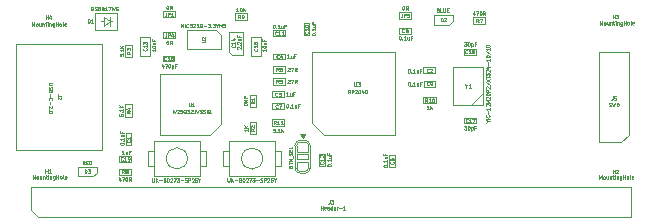
<source format=gbr>
%TF.GenerationSoftware,KiCad,Pcbnew,8.0.4*%
%TF.CreationDate,2024-08-30T00:17:25+05:30*%
%TF.ProjectId,Mitayi-Pico-RP2040,4d697461-7969-42d5-9069-636f2d525032,0.6*%
%TF.SameCoordinates,PX73df160PY5f2d3c0*%
%TF.FileFunction,AssemblyDrawing,Top*%
%FSLAX46Y46*%
G04 Gerber Fmt 4.6, Leading zero omitted, Abs format (unit mm)*
G04 Created by KiCad (PCBNEW 8.0.4) date 2024-08-30 00:17:25*
%MOMM*%
%LPD*%
G01*
G04 APERTURE LIST*
%ADD10C,0.070000*%
%ADD11C,0.075000*%
%ADD12C,0.100000*%
G04 APERTURE END LIST*
D10*
X31545714Y18194855D02*
X31574285Y18194855D01*
X31574285Y18194855D02*
X31602857Y18180569D01*
X31602857Y18180569D02*
X31617143Y18166283D01*
X31617143Y18166283D02*
X31631428Y18137712D01*
X31631428Y18137712D02*
X31645714Y18080569D01*
X31645714Y18080569D02*
X31645714Y18009140D01*
X31645714Y18009140D02*
X31631428Y17951998D01*
X31631428Y17951998D02*
X31617143Y17923426D01*
X31617143Y17923426D02*
X31602857Y17909140D01*
X31602857Y17909140D02*
X31574285Y17894855D01*
X31574285Y17894855D02*
X31545714Y17894855D01*
X31545714Y17894855D02*
X31517143Y17909140D01*
X31517143Y17909140D02*
X31502857Y17923426D01*
X31502857Y17923426D02*
X31488571Y17951998D01*
X31488571Y17951998D02*
X31474285Y18009140D01*
X31474285Y18009140D02*
X31474285Y18080569D01*
X31474285Y18080569D02*
X31488571Y18137712D01*
X31488571Y18137712D02*
X31502857Y18166283D01*
X31502857Y18166283D02*
X31517143Y18180569D01*
X31517143Y18180569D02*
X31545714Y18194855D01*
X31945714Y17894855D02*
X31845714Y18037712D01*
X31774285Y17894855D02*
X31774285Y18194855D01*
X31774285Y18194855D02*
X31888571Y18194855D01*
X31888571Y18194855D02*
X31917142Y18180569D01*
X31917142Y18180569D02*
X31931428Y18166283D01*
X31931428Y18166283D02*
X31945714Y18137712D01*
X31945714Y18137712D02*
X31945714Y18094855D01*
X31945714Y18094855D02*
X31931428Y18066283D01*
X31931428Y18066283D02*
X31917142Y18051998D01*
X31917142Y18051998D02*
X31888571Y18037712D01*
X31888571Y18037712D02*
X31774285Y18037712D01*
X31460000Y17564855D02*
X31460000Y17350569D01*
X31460000Y17350569D02*
X31445715Y17307712D01*
X31445715Y17307712D02*
X31417143Y17279140D01*
X31417143Y17279140D02*
X31374286Y17264855D01*
X31374286Y17264855D02*
X31345715Y17264855D01*
X31602857Y17264855D02*
X31602857Y17564855D01*
X31602857Y17564855D02*
X31717143Y17564855D01*
X31717143Y17564855D02*
X31745714Y17550569D01*
X31745714Y17550569D02*
X31760000Y17536283D01*
X31760000Y17536283D02*
X31774286Y17507712D01*
X31774286Y17507712D02*
X31774286Y17464855D01*
X31774286Y17464855D02*
X31760000Y17436283D01*
X31760000Y17436283D02*
X31745714Y17421998D01*
X31745714Y17421998D02*
X31717143Y17407712D01*
X31717143Y17407712D02*
X31602857Y17407712D01*
X32045714Y17564855D02*
X31902857Y17564855D01*
X31902857Y17564855D02*
X31888571Y17421998D01*
X31888571Y17421998D02*
X31902857Y17436283D01*
X31902857Y17436283D02*
X31931429Y17450569D01*
X31931429Y17450569D02*
X32002857Y17450569D01*
X32002857Y17450569D02*
X32031429Y17436283D01*
X32031429Y17436283D02*
X32045714Y17421998D01*
X32045714Y17421998D02*
X32060000Y17393426D01*
X32060000Y17393426D02*
X32060000Y17321998D01*
X32060000Y17321998D02*
X32045714Y17293426D01*
X32045714Y17293426D02*
X32031429Y17279140D01*
X32031429Y17279140D02*
X32002857Y17264855D01*
X32002857Y17264855D02*
X31931429Y17264855D01*
X31931429Y17264855D02*
X31902857Y17279140D01*
X31902857Y17279140D02*
X31888571Y17293426D01*
X34497142Y17851998D02*
X34539999Y17837712D01*
X34539999Y17837712D02*
X34554285Y17823426D01*
X34554285Y17823426D02*
X34568571Y17794855D01*
X34568571Y17794855D02*
X34568571Y17751998D01*
X34568571Y17751998D02*
X34554285Y17723426D01*
X34554285Y17723426D02*
X34539999Y17709140D01*
X34539999Y17709140D02*
X34511428Y17694855D01*
X34511428Y17694855D02*
X34397142Y17694855D01*
X34397142Y17694855D02*
X34397142Y17994855D01*
X34397142Y17994855D02*
X34497142Y17994855D01*
X34497142Y17994855D02*
X34525714Y17980569D01*
X34525714Y17980569D02*
X34539999Y17966283D01*
X34539999Y17966283D02*
X34554285Y17937712D01*
X34554285Y17937712D02*
X34554285Y17909140D01*
X34554285Y17909140D02*
X34539999Y17880569D01*
X34539999Y17880569D02*
X34525714Y17866283D01*
X34525714Y17866283D02*
X34497142Y17851998D01*
X34497142Y17851998D02*
X34397142Y17851998D01*
X34839999Y17694855D02*
X34697142Y17694855D01*
X34697142Y17694855D02*
X34697142Y17994855D01*
X34939999Y17994855D02*
X34939999Y17751998D01*
X34939999Y17751998D02*
X34954285Y17723426D01*
X34954285Y17723426D02*
X34968571Y17709140D01*
X34968571Y17709140D02*
X34997142Y17694855D01*
X34997142Y17694855D02*
X35054285Y17694855D01*
X35054285Y17694855D02*
X35082856Y17709140D01*
X35082856Y17709140D02*
X35097142Y17723426D01*
X35097142Y17723426D02*
X35111428Y17751998D01*
X35111428Y17751998D02*
X35111428Y17994855D01*
X35254285Y17851998D02*
X35354285Y17851998D01*
X35397142Y17694855D02*
X35254285Y17694855D01*
X35254285Y17694855D02*
X35254285Y17994855D01*
X35254285Y17994855D02*
X35397142Y17994855D01*
X34728571Y16894855D02*
X34728571Y17194855D01*
X34728571Y17194855D02*
X34800000Y17194855D01*
X34800000Y17194855D02*
X34842857Y17180569D01*
X34842857Y17180569D02*
X34871428Y17151998D01*
X34871428Y17151998D02*
X34885714Y17123426D01*
X34885714Y17123426D02*
X34900000Y17066283D01*
X34900000Y17066283D02*
X34900000Y17023426D01*
X34900000Y17023426D02*
X34885714Y16966283D01*
X34885714Y16966283D02*
X34871428Y16937712D01*
X34871428Y16937712D02*
X34842857Y16909140D01*
X34842857Y16909140D02*
X34800000Y16894855D01*
X34800000Y16894855D02*
X34728571Y16894855D01*
X35014285Y17166283D02*
X35028571Y17180569D01*
X35028571Y17180569D02*
X35057143Y17194855D01*
X35057143Y17194855D02*
X35128571Y17194855D01*
X35128571Y17194855D02*
X35157143Y17180569D01*
X35157143Y17180569D02*
X35171428Y17166283D01*
X35171428Y17166283D02*
X35185714Y17137712D01*
X35185714Y17137712D02*
X35185714Y17109140D01*
X35185714Y17109140D02*
X35171428Y17066283D01*
X35171428Y17066283D02*
X35000000Y16894855D01*
X35000000Y16894855D02*
X35185714Y16894855D01*
X36712857Y8034855D02*
X36898571Y8034855D01*
X36898571Y8034855D02*
X36798571Y7920569D01*
X36798571Y7920569D02*
X36841428Y7920569D01*
X36841428Y7920569D02*
X36870000Y7906283D01*
X36870000Y7906283D02*
X36884285Y7891998D01*
X36884285Y7891998D02*
X36898571Y7863426D01*
X36898571Y7863426D02*
X36898571Y7791998D01*
X36898571Y7791998D02*
X36884285Y7763426D01*
X36884285Y7763426D02*
X36870000Y7749140D01*
X36870000Y7749140D02*
X36841428Y7734855D01*
X36841428Y7734855D02*
X36755714Y7734855D01*
X36755714Y7734855D02*
X36727142Y7749140D01*
X36727142Y7749140D02*
X36712857Y7763426D01*
X37084285Y8034855D02*
X37112856Y8034855D01*
X37112856Y8034855D02*
X37141428Y8020569D01*
X37141428Y8020569D02*
X37155714Y8006283D01*
X37155714Y8006283D02*
X37169999Y7977712D01*
X37169999Y7977712D02*
X37184285Y7920569D01*
X37184285Y7920569D02*
X37184285Y7849140D01*
X37184285Y7849140D02*
X37169999Y7791998D01*
X37169999Y7791998D02*
X37155714Y7763426D01*
X37155714Y7763426D02*
X37141428Y7749140D01*
X37141428Y7749140D02*
X37112856Y7734855D01*
X37112856Y7734855D02*
X37084285Y7734855D01*
X37084285Y7734855D02*
X37055714Y7749140D01*
X37055714Y7749140D02*
X37041428Y7763426D01*
X37041428Y7763426D02*
X37027142Y7791998D01*
X37027142Y7791998D02*
X37012856Y7849140D01*
X37012856Y7849140D02*
X37012856Y7920569D01*
X37012856Y7920569D02*
X37027142Y7977712D01*
X37027142Y7977712D02*
X37041428Y8006283D01*
X37041428Y8006283D02*
X37055714Y8020569D01*
X37055714Y8020569D02*
X37084285Y8034855D01*
X37312856Y7934855D02*
X37312856Y7634855D01*
X37312856Y7920569D02*
X37341428Y7934855D01*
X37341428Y7934855D02*
X37398570Y7934855D01*
X37398570Y7934855D02*
X37427142Y7920569D01*
X37427142Y7920569D02*
X37441428Y7906283D01*
X37441428Y7906283D02*
X37455713Y7877712D01*
X37455713Y7877712D02*
X37455713Y7791998D01*
X37455713Y7791998D02*
X37441428Y7763426D01*
X37441428Y7763426D02*
X37427142Y7749140D01*
X37427142Y7749140D02*
X37398570Y7734855D01*
X37398570Y7734855D02*
X37341428Y7734855D01*
X37341428Y7734855D02*
X37312856Y7749140D01*
X37684285Y7891998D02*
X37584285Y7891998D01*
X37584285Y7734855D02*
X37584285Y8034855D01*
X37584285Y8034855D02*
X37727142Y8034855D01*
X37024529Y8390289D02*
X37010243Y8376003D01*
X37010243Y8376003D02*
X36967386Y8361718D01*
X36967386Y8361718D02*
X36938814Y8361718D01*
X36938814Y8361718D02*
X36895957Y8376003D01*
X36895957Y8376003D02*
X36867386Y8404575D01*
X36867386Y8404575D02*
X36853100Y8433146D01*
X36853100Y8433146D02*
X36838814Y8490289D01*
X36838814Y8490289D02*
X36838814Y8533146D01*
X36838814Y8533146D02*
X36853100Y8590289D01*
X36853100Y8590289D02*
X36867386Y8618861D01*
X36867386Y8618861D02*
X36895957Y8647432D01*
X36895957Y8647432D02*
X36938814Y8661718D01*
X36938814Y8661718D02*
X36967386Y8661718D01*
X36967386Y8661718D02*
X37010243Y8647432D01*
X37010243Y8647432D02*
X37024529Y8633146D01*
X37310243Y8361718D02*
X37138814Y8361718D01*
X37224529Y8361718D02*
X37224529Y8661718D01*
X37224529Y8661718D02*
X37195957Y8618861D01*
X37195957Y8618861D02*
X37167386Y8590289D01*
X37167386Y8590289D02*
X37138814Y8576003D01*
X37410243Y8661718D02*
X37610243Y8661718D01*
X37610243Y8661718D02*
X37481671Y8361718D01*
X25145145Y4697144D02*
X25145145Y4725715D01*
X25145145Y4725715D02*
X25159431Y4754287D01*
X25159431Y4754287D02*
X25173717Y4768572D01*
X25173717Y4768572D02*
X25202288Y4782858D01*
X25202288Y4782858D02*
X25259431Y4797144D01*
X25259431Y4797144D02*
X25330860Y4797144D01*
X25330860Y4797144D02*
X25388002Y4782858D01*
X25388002Y4782858D02*
X25416574Y4768572D01*
X25416574Y4768572D02*
X25430860Y4754287D01*
X25430860Y4754287D02*
X25445145Y4725715D01*
X25445145Y4725715D02*
X25445145Y4697144D01*
X25445145Y4697144D02*
X25430860Y4668572D01*
X25430860Y4668572D02*
X25416574Y4654287D01*
X25416574Y4654287D02*
X25388002Y4640001D01*
X25388002Y4640001D02*
X25330860Y4625715D01*
X25330860Y4625715D02*
X25259431Y4625715D01*
X25259431Y4625715D02*
X25202288Y4640001D01*
X25202288Y4640001D02*
X25173717Y4654287D01*
X25173717Y4654287D02*
X25159431Y4668572D01*
X25159431Y4668572D02*
X25145145Y4697144D01*
X25416574Y4925715D02*
X25430860Y4940001D01*
X25430860Y4940001D02*
X25445145Y4925715D01*
X25445145Y4925715D02*
X25430860Y4911429D01*
X25430860Y4911429D02*
X25416574Y4925715D01*
X25416574Y4925715D02*
X25445145Y4925715D01*
X25445145Y5225715D02*
X25445145Y5054286D01*
X25445145Y5140001D02*
X25145145Y5140001D01*
X25145145Y5140001D02*
X25188002Y5111429D01*
X25188002Y5111429D02*
X25216574Y5082858D01*
X25216574Y5082858D02*
X25230860Y5054286D01*
X25245145Y5482857D02*
X25445145Y5482857D01*
X25245145Y5354286D02*
X25402288Y5354286D01*
X25402288Y5354286D02*
X25430860Y5368572D01*
X25430860Y5368572D02*
X25445145Y5397143D01*
X25445145Y5397143D02*
X25445145Y5440000D01*
X25445145Y5440000D02*
X25430860Y5468572D01*
X25430860Y5468572D02*
X25416574Y5482857D01*
X25288002Y5725715D02*
X25288002Y5625715D01*
X25445145Y5625715D02*
X25145145Y5625715D01*
X25145145Y5625715D02*
X25145145Y5768572D01*
X24790231Y4987499D02*
X24804517Y4973213D01*
X24804517Y4973213D02*
X24818802Y4930356D01*
X24818802Y4930356D02*
X24818802Y4901784D01*
X24818802Y4901784D02*
X24804517Y4858927D01*
X24804517Y4858927D02*
X24775945Y4830356D01*
X24775945Y4830356D02*
X24747374Y4816070D01*
X24747374Y4816070D02*
X24690231Y4801784D01*
X24690231Y4801784D02*
X24647374Y4801784D01*
X24647374Y4801784D02*
X24590231Y4816070D01*
X24590231Y4816070D02*
X24561659Y4830356D01*
X24561659Y4830356D02*
X24533088Y4858927D01*
X24533088Y4858927D02*
X24518802Y4901784D01*
X24518802Y4901784D02*
X24518802Y4930356D01*
X24518802Y4930356D02*
X24533088Y4973213D01*
X24533088Y4973213D02*
X24547374Y4987499D01*
X24818802Y5273213D02*
X24818802Y5101784D01*
X24818802Y5187499D02*
X24518802Y5187499D01*
X24518802Y5187499D02*
X24561659Y5158927D01*
X24561659Y5158927D02*
X24590231Y5130356D01*
X24590231Y5130356D02*
X24604517Y5101784D01*
X24547374Y5387498D02*
X24533088Y5401784D01*
X24533088Y5401784D02*
X24518802Y5430355D01*
X24518802Y5430355D02*
X24518802Y5501784D01*
X24518802Y5501784D02*
X24533088Y5530355D01*
X24533088Y5530355D02*
X24547374Y5544641D01*
X24547374Y5544641D02*
X24575945Y5558927D01*
X24575945Y5558927D02*
X24604517Y5558927D01*
X24604517Y5558927D02*
X24647374Y5544641D01*
X24647374Y5544641D02*
X24818802Y5373213D01*
X24818802Y5373213D02*
X24818802Y5558927D01*
X10575145Y14558572D02*
X10575145Y14387143D01*
X10575145Y14472858D02*
X10275145Y14472858D01*
X10275145Y14472858D02*
X10318002Y14444286D01*
X10318002Y14444286D02*
X10346574Y14415715D01*
X10346574Y14415715D02*
X10360860Y14387143D01*
X10275145Y14744286D02*
X10275145Y14772857D01*
X10275145Y14772857D02*
X10289431Y14801429D01*
X10289431Y14801429D02*
X10303717Y14815714D01*
X10303717Y14815714D02*
X10332288Y14830000D01*
X10332288Y14830000D02*
X10389431Y14844286D01*
X10389431Y14844286D02*
X10460860Y14844286D01*
X10460860Y14844286D02*
X10518002Y14830000D01*
X10518002Y14830000D02*
X10546574Y14815714D01*
X10546574Y14815714D02*
X10560860Y14801429D01*
X10560860Y14801429D02*
X10575145Y14772857D01*
X10575145Y14772857D02*
X10575145Y14744286D01*
X10575145Y14744286D02*
X10560860Y14715714D01*
X10560860Y14715714D02*
X10546574Y14701429D01*
X10546574Y14701429D02*
X10518002Y14687143D01*
X10518002Y14687143D02*
X10460860Y14672857D01*
X10460860Y14672857D02*
X10389431Y14672857D01*
X10389431Y14672857D02*
X10332288Y14687143D01*
X10332288Y14687143D02*
X10303717Y14701429D01*
X10303717Y14701429D02*
X10289431Y14715714D01*
X10289431Y14715714D02*
X10275145Y14744286D01*
X10375145Y15101428D02*
X10575145Y15101428D01*
X10375145Y14972857D02*
X10532288Y14972857D01*
X10532288Y14972857D02*
X10560860Y14987143D01*
X10560860Y14987143D02*
X10575145Y15015714D01*
X10575145Y15015714D02*
X10575145Y15058571D01*
X10575145Y15058571D02*
X10560860Y15087143D01*
X10560860Y15087143D02*
X10546574Y15101428D01*
X10418002Y15344286D02*
X10418002Y15244286D01*
X10575145Y15244286D02*
X10275145Y15244286D01*
X10275145Y15244286D02*
X10275145Y15387143D01*
X9816574Y14617144D02*
X9830860Y14602858D01*
X9830860Y14602858D02*
X9845145Y14560001D01*
X9845145Y14560001D02*
X9845145Y14531429D01*
X9845145Y14531429D02*
X9830860Y14488572D01*
X9830860Y14488572D02*
X9802288Y14460001D01*
X9802288Y14460001D02*
X9773717Y14445715D01*
X9773717Y14445715D02*
X9716574Y14431429D01*
X9716574Y14431429D02*
X9673717Y14431429D01*
X9673717Y14431429D02*
X9616574Y14445715D01*
X9616574Y14445715D02*
X9588002Y14460001D01*
X9588002Y14460001D02*
X9559431Y14488572D01*
X9559431Y14488572D02*
X9545145Y14531429D01*
X9545145Y14531429D02*
X9545145Y14560001D01*
X9545145Y14560001D02*
X9559431Y14602858D01*
X9559431Y14602858D02*
X9573717Y14617144D01*
X9845145Y14902858D02*
X9845145Y14731429D01*
X9845145Y14817144D02*
X9545145Y14817144D01*
X9545145Y14817144D02*
X9588002Y14788572D01*
X9588002Y14788572D02*
X9616574Y14760001D01*
X9616574Y14760001D02*
X9630860Y14731429D01*
X9545145Y15002858D02*
X9545145Y15188572D01*
X9545145Y15188572D02*
X9659431Y15088572D01*
X9659431Y15088572D02*
X9659431Y15131429D01*
X9659431Y15131429D02*
X9673717Y15160000D01*
X9673717Y15160000D02*
X9688002Y15174286D01*
X9688002Y15174286D02*
X9716574Y15188572D01*
X9716574Y15188572D02*
X9788002Y15188572D01*
X9788002Y15188572D02*
X9816574Y15174286D01*
X9816574Y15174286D02*
X9830860Y15160000D01*
X9830860Y15160000D02*
X9845145Y15131429D01*
X9845145Y15131429D02*
X9845145Y15045715D01*
X9845145Y15045715D02*
X9830860Y15017143D01*
X9830860Y15017143D02*
X9816574Y15002858D01*
X29875145Y4637144D02*
X29875145Y4665715D01*
X29875145Y4665715D02*
X29889431Y4694287D01*
X29889431Y4694287D02*
X29903717Y4708572D01*
X29903717Y4708572D02*
X29932288Y4722858D01*
X29932288Y4722858D02*
X29989431Y4737144D01*
X29989431Y4737144D02*
X30060860Y4737144D01*
X30060860Y4737144D02*
X30118002Y4722858D01*
X30118002Y4722858D02*
X30146574Y4708572D01*
X30146574Y4708572D02*
X30160860Y4694287D01*
X30160860Y4694287D02*
X30175145Y4665715D01*
X30175145Y4665715D02*
X30175145Y4637144D01*
X30175145Y4637144D02*
X30160860Y4608572D01*
X30160860Y4608572D02*
X30146574Y4594287D01*
X30146574Y4594287D02*
X30118002Y4580001D01*
X30118002Y4580001D02*
X30060860Y4565715D01*
X30060860Y4565715D02*
X29989431Y4565715D01*
X29989431Y4565715D02*
X29932288Y4580001D01*
X29932288Y4580001D02*
X29903717Y4594287D01*
X29903717Y4594287D02*
X29889431Y4608572D01*
X29889431Y4608572D02*
X29875145Y4637144D01*
X30146574Y4865715D02*
X30160860Y4880001D01*
X30160860Y4880001D02*
X30175145Y4865715D01*
X30175145Y4865715D02*
X30160860Y4851429D01*
X30160860Y4851429D02*
X30146574Y4865715D01*
X30146574Y4865715D02*
X30175145Y4865715D01*
X30175145Y5165715D02*
X30175145Y4994286D01*
X30175145Y5080001D02*
X29875145Y5080001D01*
X29875145Y5080001D02*
X29918002Y5051429D01*
X29918002Y5051429D02*
X29946574Y5022858D01*
X29946574Y5022858D02*
X29960860Y4994286D01*
X29975145Y5422857D02*
X30175145Y5422857D01*
X29975145Y5294286D02*
X30132288Y5294286D01*
X30132288Y5294286D02*
X30160860Y5308572D01*
X30160860Y5308572D02*
X30175145Y5337143D01*
X30175145Y5337143D02*
X30175145Y5380000D01*
X30175145Y5380000D02*
X30160860Y5408572D01*
X30160860Y5408572D02*
X30146574Y5422857D01*
X30018002Y5665715D02*
X30018002Y5565715D01*
X30175145Y5565715D02*
X29875145Y5565715D01*
X29875145Y5565715D02*
X29875145Y5708572D01*
X30722496Y5008624D02*
X30736782Y4994338D01*
X30736782Y4994338D02*
X30751067Y4951481D01*
X30751067Y4951481D02*
X30751067Y4922909D01*
X30751067Y4922909D02*
X30736782Y4880052D01*
X30736782Y4880052D02*
X30708210Y4851481D01*
X30708210Y4851481D02*
X30679639Y4837195D01*
X30679639Y4837195D02*
X30622496Y4822909D01*
X30622496Y4822909D02*
X30579639Y4822909D01*
X30579639Y4822909D02*
X30522496Y4837195D01*
X30522496Y4837195D02*
X30493924Y4851481D01*
X30493924Y4851481D02*
X30465353Y4880052D01*
X30465353Y4880052D02*
X30451067Y4922909D01*
X30451067Y4922909D02*
X30451067Y4951481D01*
X30451067Y4951481D02*
X30465353Y4994338D01*
X30465353Y4994338D02*
X30479639Y5008624D01*
X30451067Y5265766D02*
X30451067Y5208624D01*
X30451067Y5208624D02*
X30465353Y5180052D01*
X30465353Y5180052D02*
X30479639Y5165766D01*
X30479639Y5165766D02*
X30522496Y5137195D01*
X30522496Y5137195D02*
X30579639Y5122909D01*
X30579639Y5122909D02*
X30693924Y5122909D01*
X30693924Y5122909D02*
X30722496Y5137195D01*
X30722496Y5137195D02*
X30736782Y5151481D01*
X30736782Y5151481D02*
X30751067Y5180052D01*
X30751067Y5180052D02*
X30751067Y5237195D01*
X30751067Y5237195D02*
X30736782Y5265766D01*
X30736782Y5265766D02*
X30722496Y5280052D01*
X30722496Y5280052D02*
X30693924Y5294338D01*
X30693924Y5294338D02*
X30622496Y5294338D01*
X30622496Y5294338D02*
X30593924Y5280052D01*
X30593924Y5280052D02*
X30579639Y5265766D01*
X30579639Y5265766D02*
X30565353Y5237195D01*
X30565353Y5237195D02*
X30565353Y5180052D01*
X30565353Y5180052D02*
X30579639Y5151481D01*
X30579639Y5151481D02*
X30593924Y5137195D01*
X30593924Y5137195D02*
X30622496Y5122909D01*
X20577143Y16629855D02*
X20605714Y16629855D01*
X20605714Y16629855D02*
X20634286Y16615569D01*
X20634286Y16615569D02*
X20648572Y16601283D01*
X20648572Y16601283D02*
X20662857Y16572712D01*
X20662857Y16572712D02*
X20677143Y16515569D01*
X20677143Y16515569D02*
X20677143Y16444140D01*
X20677143Y16444140D02*
X20662857Y16386998D01*
X20662857Y16386998D02*
X20648572Y16358426D01*
X20648572Y16358426D02*
X20634286Y16344140D01*
X20634286Y16344140D02*
X20605714Y16329855D01*
X20605714Y16329855D02*
X20577143Y16329855D01*
X20577143Y16329855D02*
X20548572Y16344140D01*
X20548572Y16344140D02*
X20534286Y16358426D01*
X20534286Y16358426D02*
X20520000Y16386998D01*
X20520000Y16386998D02*
X20505714Y16444140D01*
X20505714Y16444140D02*
X20505714Y16515569D01*
X20505714Y16515569D02*
X20520000Y16572712D01*
X20520000Y16572712D02*
X20534286Y16601283D01*
X20534286Y16601283D02*
X20548572Y16615569D01*
X20548572Y16615569D02*
X20577143Y16629855D01*
X20805714Y16358426D02*
X20820000Y16344140D01*
X20820000Y16344140D02*
X20805714Y16329855D01*
X20805714Y16329855D02*
X20791428Y16344140D01*
X20791428Y16344140D02*
X20805714Y16358426D01*
X20805714Y16358426D02*
X20805714Y16329855D01*
X21105714Y16329855D02*
X20934285Y16329855D01*
X21020000Y16329855D02*
X21020000Y16629855D01*
X21020000Y16629855D02*
X20991428Y16586998D01*
X20991428Y16586998D02*
X20962857Y16558426D01*
X20962857Y16558426D02*
X20934285Y16544140D01*
X21362857Y16529855D02*
X21362857Y16329855D01*
X21234285Y16529855D02*
X21234285Y16372712D01*
X21234285Y16372712D02*
X21248571Y16344140D01*
X21248571Y16344140D02*
X21277142Y16329855D01*
X21277142Y16329855D02*
X21319999Y16329855D01*
X21319999Y16329855D02*
X21348571Y16344140D01*
X21348571Y16344140D02*
X21362857Y16358426D01*
X21605714Y16486998D02*
X21505714Y16486998D01*
X21505714Y16329855D02*
X21505714Y16629855D01*
X21505714Y16629855D02*
X21648571Y16629855D01*
X20875578Y15785869D02*
X20861292Y15771583D01*
X20861292Y15771583D02*
X20818435Y15757298D01*
X20818435Y15757298D02*
X20789863Y15757298D01*
X20789863Y15757298D02*
X20747006Y15771583D01*
X20747006Y15771583D02*
X20718435Y15800155D01*
X20718435Y15800155D02*
X20704149Y15828726D01*
X20704149Y15828726D02*
X20689863Y15885869D01*
X20689863Y15885869D02*
X20689863Y15928726D01*
X20689863Y15928726D02*
X20704149Y15985869D01*
X20704149Y15985869D02*
X20718435Y16014441D01*
X20718435Y16014441D02*
X20747006Y16043012D01*
X20747006Y16043012D02*
X20789863Y16057298D01*
X20789863Y16057298D02*
X20818435Y16057298D01*
X20818435Y16057298D02*
X20861292Y16043012D01*
X20861292Y16043012D02*
X20875578Y16028726D01*
X21161292Y15757298D02*
X20989863Y15757298D01*
X21075578Y15757298D02*
X21075578Y16057298D01*
X21075578Y16057298D02*
X21047006Y16014441D01*
X21047006Y16014441D02*
X21018435Y15985869D01*
X21018435Y15985869D02*
X20989863Y15971583D01*
X21447006Y15757298D02*
X21275577Y15757298D01*
X21361292Y15757298D02*
X21361292Y16057298D01*
X21361292Y16057298D02*
X21332720Y16014441D01*
X21332720Y16014441D02*
X21304149Y15985869D01*
X21304149Y15985869D02*
X21275577Y15971583D01*
X7931428Y5664855D02*
X7759999Y5664855D01*
X7845714Y5664855D02*
X7845714Y5964855D01*
X7845714Y5964855D02*
X7817142Y5921998D01*
X7817142Y5921998D02*
X7788571Y5893426D01*
X7788571Y5893426D02*
X7759999Y5879140D01*
X8188571Y5864855D02*
X8188571Y5664855D01*
X8059999Y5864855D02*
X8059999Y5707712D01*
X8059999Y5707712D02*
X8074285Y5679140D01*
X8074285Y5679140D02*
X8102856Y5664855D01*
X8102856Y5664855D02*
X8145713Y5664855D01*
X8145713Y5664855D02*
X8174285Y5679140D01*
X8174285Y5679140D02*
X8188571Y5693426D01*
X8431428Y5821998D02*
X8331428Y5821998D01*
X8331428Y5664855D02*
X8331428Y5964855D01*
X8331428Y5964855D02*
X8474285Y5964855D01*
X7817143Y5133426D02*
X7802857Y5119140D01*
X7802857Y5119140D02*
X7760000Y5104855D01*
X7760000Y5104855D02*
X7731428Y5104855D01*
X7731428Y5104855D02*
X7688571Y5119140D01*
X7688571Y5119140D02*
X7660000Y5147712D01*
X7660000Y5147712D02*
X7645714Y5176283D01*
X7645714Y5176283D02*
X7631428Y5233426D01*
X7631428Y5233426D02*
X7631428Y5276283D01*
X7631428Y5276283D02*
X7645714Y5333426D01*
X7645714Y5333426D02*
X7660000Y5361998D01*
X7660000Y5361998D02*
X7688571Y5390569D01*
X7688571Y5390569D02*
X7731428Y5404855D01*
X7731428Y5404855D02*
X7760000Y5404855D01*
X7760000Y5404855D02*
X7802857Y5390569D01*
X7802857Y5390569D02*
X7817143Y5376283D01*
X8102857Y5104855D02*
X7931428Y5104855D01*
X8017143Y5104855D02*
X8017143Y5404855D01*
X8017143Y5404855D02*
X7988571Y5361998D01*
X7988571Y5361998D02*
X7960000Y5333426D01*
X7960000Y5333426D02*
X7931428Y5319140D01*
X8245714Y5104855D02*
X8302857Y5104855D01*
X8302857Y5104855D02*
X8331428Y5119140D01*
X8331428Y5119140D02*
X8345714Y5133426D01*
X8345714Y5133426D02*
X8374285Y5176283D01*
X8374285Y5176283D02*
X8388571Y5233426D01*
X8388571Y5233426D02*
X8388571Y5347712D01*
X8388571Y5347712D02*
X8374285Y5376283D01*
X8374285Y5376283D02*
X8360000Y5390569D01*
X8360000Y5390569D02*
X8331428Y5404855D01*
X8331428Y5404855D02*
X8274285Y5404855D01*
X8274285Y5404855D02*
X8245714Y5390569D01*
X8245714Y5390569D02*
X8231428Y5376283D01*
X8231428Y5376283D02*
X8217142Y5347712D01*
X8217142Y5347712D02*
X8217142Y5276283D01*
X8217142Y5276283D02*
X8231428Y5247712D01*
X8231428Y5247712D02*
X8245714Y5233426D01*
X8245714Y5233426D02*
X8274285Y5219140D01*
X8274285Y5219140D02*
X8331428Y5219140D01*
X8331428Y5219140D02*
X8360000Y5233426D01*
X8360000Y5233426D02*
X8374285Y5247712D01*
X8374285Y5247712D02*
X8388571Y5276283D01*
X18395145Y7785715D02*
X18395145Y7614286D01*
X18395145Y7700001D02*
X18095145Y7700001D01*
X18095145Y7700001D02*
X18138002Y7671429D01*
X18138002Y7671429D02*
X18166574Y7642858D01*
X18166574Y7642858D02*
X18180860Y7614286D01*
X18395145Y7914286D02*
X18095145Y7914286D01*
X18395145Y8085715D02*
X18223717Y7957143D01*
X18095145Y8085715D02*
X18266574Y7914286D01*
X18965145Y7800001D02*
X18822288Y7700001D01*
X18965145Y7628572D02*
X18665145Y7628572D01*
X18665145Y7628572D02*
X18665145Y7742858D01*
X18665145Y7742858D02*
X18679431Y7771429D01*
X18679431Y7771429D02*
X18693717Y7785715D01*
X18693717Y7785715D02*
X18722288Y7800001D01*
X18722288Y7800001D02*
X18765145Y7800001D01*
X18765145Y7800001D02*
X18793717Y7785715D01*
X18793717Y7785715D02*
X18808002Y7771429D01*
X18808002Y7771429D02*
X18822288Y7742858D01*
X18822288Y7742858D02*
X18822288Y7628572D01*
X18693717Y7914286D02*
X18679431Y7928572D01*
X18679431Y7928572D02*
X18665145Y7957143D01*
X18665145Y7957143D02*
X18665145Y8028572D01*
X18665145Y8028572D02*
X18679431Y8057143D01*
X18679431Y8057143D02*
X18693717Y8071429D01*
X18693717Y8071429D02*
X18722288Y8085715D01*
X18722288Y8085715D02*
X18750860Y8085715D01*
X18750860Y8085715D02*
X18793717Y8071429D01*
X18793717Y8071429D02*
X18965145Y7900001D01*
X18965145Y7900001D02*
X18965145Y8085715D01*
X37591429Y17644855D02*
X37591429Y17444855D01*
X37520000Y17759140D02*
X37448571Y17544855D01*
X37448571Y17544855D02*
X37634286Y17544855D01*
X37720000Y17744855D02*
X37920000Y17744855D01*
X37920000Y17744855D02*
X37791428Y17444855D01*
X38091428Y17744855D02*
X38119999Y17744855D01*
X38119999Y17744855D02*
X38148571Y17730569D01*
X38148571Y17730569D02*
X38162857Y17716283D01*
X38162857Y17716283D02*
X38177142Y17687712D01*
X38177142Y17687712D02*
X38191428Y17630569D01*
X38191428Y17630569D02*
X38191428Y17559140D01*
X38191428Y17559140D02*
X38177142Y17501998D01*
X38177142Y17501998D02*
X38162857Y17473426D01*
X38162857Y17473426D02*
X38148571Y17459140D01*
X38148571Y17459140D02*
X38119999Y17444855D01*
X38119999Y17444855D02*
X38091428Y17444855D01*
X38091428Y17444855D02*
X38062857Y17459140D01*
X38062857Y17459140D02*
X38048571Y17473426D01*
X38048571Y17473426D02*
X38034285Y17501998D01*
X38034285Y17501998D02*
X38019999Y17559140D01*
X38019999Y17559140D02*
X38019999Y17630569D01*
X38019999Y17630569D02*
X38034285Y17687712D01*
X38034285Y17687712D02*
X38048571Y17716283D01*
X38048571Y17716283D02*
X38062857Y17730569D01*
X38062857Y17730569D02*
X38091428Y17744855D01*
X38491428Y17444855D02*
X38391428Y17587712D01*
X38319999Y17444855D02*
X38319999Y17744855D01*
X38319999Y17744855D02*
X38434285Y17744855D01*
X38434285Y17744855D02*
X38462856Y17730569D01*
X38462856Y17730569D02*
X38477142Y17716283D01*
X38477142Y17716283D02*
X38491428Y17687712D01*
X38491428Y17687712D02*
X38491428Y17644855D01*
X38491428Y17644855D02*
X38477142Y17616283D01*
X38477142Y17616283D02*
X38462856Y17601998D01*
X38462856Y17601998D02*
X38434285Y17587712D01*
X38434285Y17587712D02*
X38319999Y17587712D01*
X37933837Y16807672D02*
X37833837Y16950529D01*
X37762408Y16807672D02*
X37762408Y17107672D01*
X37762408Y17107672D02*
X37876694Y17107672D01*
X37876694Y17107672D02*
X37905265Y17093386D01*
X37905265Y17093386D02*
X37919551Y17079100D01*
X37919551Y17079100D02*
X37933837Y17050529D01*
X37933837Y17050529D02*
X37933837Y17007672D01*
X37933837Y17007672D02*
X37919551Y16979100D01*
X37919551Y16979100D02*
X37905265Y16964815D01*
X37905265Y16964815D02*
X37876694Y16950529D01*
X37876694Y16950529D02*
X37762408Y16950529D01*
X38033837Y17107672D02*
X38233837Y17107672D01*
X38233837Y17107672D02*
X38105265Y16807672D01*
X48204284Y16624855D02*
X48204284Y16924855D01*
X48204284Y16924855D02*
X48304284Y16710569D01*
X48304284Y16710569D02*
X48404284Y16924855D01*
X48404284Y16924855D02*
X48404284Y16624855D01*
X48589998Y16624855D02*
X48561427Y16639140D01*
X48561427Y16639140D02*
X48547141Y16653426D01*
X48547141Y16653426D02*
X48532855Y16681998D01*
X48532855Y16681998D02*
X48532855Y16767712D01*
X48532855Y16767712D02*
X48547141Y16796283D01*
X48547141Y16796283D02*
X48561427Y16810569D01*
X48561427Y16810569D02*
X48589998Y16824855D01*
X48589998Y16824855D02*
X48632855Y16824855D01*
X48632855Y16824855D02*
X48661427Y16810569D01*
X48661427Y16810569D02*
X48675713Y16796283D01*
X48675713Y16796283D02*
X48689998Y16767712D01*
X48689998Y16767712D02*
X48689998Y16681998D01*
X48689998Y16681998D02*
X48675713Y16653426D01*
X48675713Y16653426D02*
X48661427Y16639140D01*
X48661427Y16639140D02*
X48632855Y16624855D01*
X48632855Y16624855D02*
X48589998Y16624855D01*
X48947142Y16824855D02*
X48947142Y16624855D01*
X48818570Y16824855D02*
X48818570Y16667712D01*
X48818570Y16667712D02*
X48832856Y16639140D01*
X48832856Y16639140D02*
X48861427Y16624855D01*
X48861427Y16624855D02*
X48904284Y16624855D01*
X48904284Y16624855D02*
X48932856Y16639140D01*
X48932856Y16639140D02*
X48947142Y16653426D01*
X49089999Y16824855D02*
X49089999Y16624855D01*
X49089999Y16796283D02*
X49104285Y16810569D01*
X49104285Y16810569D02*
X49132856Y16824855D01*
X49132856Y16824855D02*
X49175713Y16824855D01*
X49175713Y16824855D02*
X49204285Y16810569D01*
X49204285Y16810569D02*
X49218571Y16781998D01*
X49218571Y16781998D02*
X49218571Y16624855D01*
X49318571Y16824855D02*
X49432857Y16824855D01*
X49361428Y16924855D02*
X49361428Y16667712D01*
X49361428Y16667712D02*
X49375714Y16639140D01*
X49375714Y16639140D02*
X49404285Y16624855D01*
X49404285Y16624855D02*
X49432857Y16624855D01*
X49532857Y16624855D02*
X49532857Y16824855D01*
X49532857Y16924855D02*
X49518571Y16910569D01*
X49518571Y16910569D02*
X49532857Y16896283D01*
X49532857Y16896283D02*
X49547143Y16910569D01*
X49547143Y16910569D02*
X49532857Y16924855D01*
X49532857Y16924855D02*
X49532857Y16896283D01*
X49675714Y16824855D02*
X49675714Y16624855D01*
X49675714Y16796283D02*
X49690000Y16810569D01*
X49690000Y16810569D02*
X49718571Y16824855D01*
X49718571Y16824855D02*
X49761428Y16824855D01*
X49761428Y16824855D02*
X49790000Y16810569D01*
X49790000Y16810569D02*
X49804286Y16781998D01*
X49804286Y16781998D02*
X49804286Y16624855D01*
X50075715Y16824855D02*
X50075715Y16581998D01*
X50075715Y16581998D02*
X50061429Y16553426D01*
X50061429Y16553426D02*
X50047143Y16539140D01*
X50047143Y16539140D02*
X50018572Y16524855D01*
X50018572Y16524855D02*
X49975715Y16524855D01*
X49975715Y16524855D02*
X49947143Y16539140D01*
X50075715Y16639140D02*
X50047143Y16624855D01*
X50047143Y16624855D02*
X49990000Y16624855D01*
X49990000Y16624855D02*
X49961429Y16639140D01*
X49961429Y16639140D02*
X49947143Y16653426D01*
X49947143Y16653426D02*
X49932857Y16681998D01*
X49932857Y16681998D02*
X49932857Y16767712D01*
X49932857Y16767712D02*
X49947143Y16796283D01*
X49947143Y16796283D02*
X49961429Y16810569D01*
X49961429Y16810569D02*
X49990000Y16824855D01*
X49990000Y16824855D02*
X50047143Y16824855D01*
X50047143Y16824855D02*
X50075715Y16810569D01*
X50218572Y16624855D02*
X50218572Y16924855D01*
X50218572Y16781998D02*
X50390001Y16781998D01*
X50390001Y16624855D02*
X50390001Y16924855D01*
X50575715Y16624855D02*
X50547144Y16639140D01*
X50547144Y16639140D02*
X50532858Y16653426D01*
X50532858Y16653426D02*
X50518572Y16681998D01*
X50518572Y16681998D02*
X50518572Y16767712D01*
X50518572Y16767712D02*
X50532858Y16796283D01*
X50532858Y16796283D02*
X50547144Y16810569D01*
X50547144Y16810569D02*
X50575715Y16824855D01*
X50575715Y16824855D02*
X50618572Y16824855D01*
X50618572Y16824855D02*
X50647144Y16810569D01*
X50647144Y16810569D02*
X50661430Y16796283D01*
X50661430Y16796283D02*
X50675715Y16767712D01*
X50675715Y16767712D02*
X50675715Y16681998D01*
X50675715Y16681998D02*
X50661430Y16653426D01*
X50661430Y16653426D02*
X50647144Y16639140D01*
X50647144Y16639140D02*
X50618572Y16624855D01*
X50618572Y16624855D02*
X50575715Y16624855D01*
X50847144Y16624855D02*
X50818573Y16639140D01*
X50818573Y16639140D02*
X50804287Y16667712D01*
X50804287Y16667712D02*
X50804287Y16924855D01*
X51075716Y16639140D02*
X51047144Y16624855D01*
X51047144Y16624855D02*
X50990002Y16624855D01*
X50990002Y16624855D02*
X50961430Y16639140D01*
X50961430Y16639140D02*
X50947144Y16667712D01*
X50947144Y16667712D02*
X50947144Y16781998D01*
X50947144Y16781998D02*
X50961430Y16810569D01*
X50961430Y16810569D02*
X50990002Y16824855D01*
X50990002Y16824855D02*
X51047144Y16824855D01*
X51047144Y16824855D02*
X51075716Y16810569D01*
X51075716Y16810569D02*
X51090002Y16781998D01*
X51090002Y16781998D02*
X51090002Y16753426D01*
X51090002Y16753426D02*
X50947144Y16724855D01*
X49311428Y17144855D02*
X49311428Y17444855D01*
X49311428Y17301998D02*
X49482857Y17301998D01*
X49482857Y17144855D02*
X49482857Y17444855D01*
X49597143Y17444855D02*
X49782857Y17444855D01*
X49782857Y17444855D02*
X49682857Y17330569D01*
X49682857Y17330569D02*
X49725714Y17330569D01*
X49725714Y17330569D02*
X49754286Y17316283D01*
X49754286Y17316283D02*
X49768571Y17301998D01*
X49768571Y17301998D02*
X49782857Y17273426D01*
X49782857Y17273426D02*
X49782857Y17201998D01*
X49782857Y17201998D02*
X49768571Y17173426D01*
X49768571Y17173426D02*
X49754286Y17159140D01*
X49754286Y17159140D02*
X49725714Y17144855D01*
X49725714Y17144855D02*
X49640000Y17144855D01*
X49640000Y17144855D02*
X49611428Y17159140D01*
X49611428Y17159140D02*
X49597143Y17173426D01*
X33715714Y9464855D02*
X33544285Y9464855D01*
X33630000Y9464855D02*
X33630000Y9764855D01*
X33630000Y9764855D02*
X33601428Y9721998D01*
X33601428Y9721998D02*
X33572857Y9693426D01*
X33572857Y9693426D02*
X33544285Y9679140D01*
X33844285Y9464855D02*
X33844285Y9764855D01*
X34015714Y9464855D02*
X33887142Y9636283D01*
X34015714Y9764855D02*
X33844285Y9593426D01*
X33587143Y10084855D02*
X33487143Y10227712D01*
X33415714Y10084855D02*
X33415714Y10384855D01*
X33415714Y10384855D02*
X33530000Y10384855D01*
X33530000Y10384855D02*
X33558571Y10370569D01*
X33558571Y10370569D02*
X33572857Y10356283D01*
X33572857Y10356283D02*
X33587143Y10327712D01*
X33587143Y10327712D02*
X33587143Y10284855D01*
X33587143Y10284855D02*
X33572857Y10256283D01*
X33572857Y10256283D02*
X33558571Y10241998D01*
X33558571Y10241998D02*
X33530000Y10227712D01*
X33530000Y10227712D02*
X33415714Y10227712D01*
X33872857Y10084855D02*
X33701428Y10084855D01*
X33787143Y10084855D02*
X33787143Y10384855D01*
X33787143Y10384855D02*
X33758571Y10341998D01*
X33758571Y10341998D02*
X33730000Y10313426D01*
X33730000Y10313426D02*
X33701428Y10299140D01*
X34058571Y10384855D02*
X34087142Y10384855D01*
X34087142Y10384855D02*
X34115714Y10370569D01*
X34115714Y10370569D02*
X34130000Y10356283D01*
X34130000Y10356283D02*
X34144285Y10327712D01*
X34144285Y10327712D02*
X34158571Y10270569D01*
X34158571Y10270569D02*
X34158571Y10199140D01*
X34158571Y10199140D02*
X34144285Y10141998D01*
X34144285Y10141998D02*
X34130000Y10113426D01*
X34130000Y10113426D02*
X34115714Y10099140D01*
X34115714Y10099140D02*
X34087142Y10084855D01*
X34087142Y10084855D02*
X34058571Y10084855D01*
X34058571Y10084855D02*
X34030000Y10099140D01*
X34030000Y10099140D02*
X34015714Y10113426D01*
X34015714Y10113426D02*
X34001428Y10141998D01*
X34001428Y10141998D02*
X33987142Y10199140D01*
X33987142Y10199140D02*
X33987142Y10270569D01*
X33987142Y10270569D02*
X34001428Y10327712D01*
X34001428Y10327712D02*
X34015714Y10356283D01*
X34015714Y10356283D02*
X34030000Y10370569D01*
X34030000Y10370569D02*
X34058571Y10384855D01*
X23815145Y15787144D02*
X23815145Y15815715D01*
X23815145Y15815715D02*
X23829431Y15844287D01*
X23829431Y15844287D02*
X23843717Y15858572D01*
X23843717Y15858572D02*
X23872288Y15872858D01*
X23872288Y15872858D02*
X23929431Y15887144D01*
X23929431Y15887144D02*
X24000860Y15887144D01*
X24000860Y15887144D02*
X24058002Y15872858D01*
X24058002Y15872858D02*
X24086574Y15858572D01*
X24086574Y15858572D02*
X24100860Y15844287D01*
X24100860Y15844287D02*
X24115145Y15815715D01*
X24115145Y15815715D02*
X24115145Y15787144D01*
X24115145Y15787144D02*
X24100860Y15758572D01*
X24100860Y15758572D02*
X24086574Y15744287D01*
X24086574Y15744287D02*
X24058002Y15730001D01*
X24058002Y15730001D02*
X24000860Y15715715D01*
X24000860Y15715715D02*
X23929431Y15715715D01*
X23929431Y15715715D02*
X23872288Y15730001D01*
X23872288Y15730001D02*
X23843717Y15744287D01*
X23843717Y15744287D02*
X23829431Y15758572D01*
X23829431Y15758572D02*
X23815145Y15787144D01*
X24086574Y16015715D02*
X24100860Y16030001D01*
X24100860Y16030001D02*
X24115145Y16015715D01*
X24115145Y16015715D02*
X24100860Y16001429D01*
X24100860Y16001429D02*
X24086574Y16015715D01*
X24086574Y16015715D02*
X24115145Y16015715D01*
X24115145Y16315715D02*
X24115145Y16144286D01*
X24115145Y16230001D02*
X23815145Y16230001D01*
X23815145Y16230001D02*
X23858002Y16201429D01*
X23858002Y16201429D02*
X23886574Y16172858D01*
X23886574Y16172858D02*
X23900860Y16144286D01*
X23915145Y16572857D02*
X24115145Y16572857D01*
X23915145Y16444286D02*
X24072288Y16444286D01*
X24072288Y16444286D02*
X24100860Y16458572D01*
X24100860Y16458572D02*
X24115145Y16487143D01*
X24115145Y16487143D02*
X24115145Y16530000D01*
X24115145Y16530000D02*
X24100860Y16558572D01*
X24100860Y16558572D02*
X24086574Y16572857D01*
X23958002Y16815715D02*
X23958002Y16715715D01*
X24115145Y16715715D02*
X23815145Y16715715D01*
X23815145Y16715715D02*
X23815145Y16858572D01*
X23476574Y16037144D02*
X23490860Y16022858D01*
X23490860Y16022858D02*
X23505145Y15980001D01*
X23505145Y15980001D02*
X23505145Y15951429D01*
X23505145Y15951429D02*
X23490860Y15908572D01*
X23490860Y15908572D02*
X23462288Y15880001D01*
X23462288Y15880001D02*
X23433717Y15865715D01*
X23433717Y15865715D02*
X23376574Y15851429D01*
X23376574Y15851429D02*
X23333717Y15851429D01*
X23333717Y15851429D02*
X23276574Y15865715D01*
X23276574Y15865715D02*
X23248002Y15880001D01*
X23248002Y15880001D02*
X23219431Y15908572D01*
X23219431Y15908572D02*
X23205145Y15951429D01*
X23205145Y15951429D02*
X23205145Y15980001D01*
X23205145Y15980001D02*
X23219431Y16022858D01*
X23219431Y16022858D02*
X23233717Y16037144D01*
X23505145Y16322858D02*
X23505145Y16151429D01*
X23505145Y16237144D02*
X23205145Y16237144D01*
X23205145Y16237144D02*
X23248002Y16208572D01*
X23248002Y16208572D02*
X23276574Y16180001D01*
X23276574Y16180001D02*
X23290860Y16151429D01*
X23205145Y16508572D02*
X23205145Y16537143D01*
X23205145Y16537143D02*
X23219431Y16565715D01*
X23219431Y16565715D02*
X23233717Y16580000D01*
X23233717Y16580000D02*
X23262288Y16594286D01*
X23262288Y16594286D02*
X23319431Y16608572D01*
X23319431Y16608572D02*
X23390860Y16608572D01*
X23390860Y16608572D02*
X23448002Y16594286D01*
X23448002Y16594286D02*
X23476574Y16580000D01*
X23476574Y16580000D02*
X23490860Y16565715D01*
X23490860Y16565715D02*
X23505145Y16537143D01*
X23505145Y16537143D02*
X23505145Y16508572D01*
X23505145Y16508572D02*
X23490860Y16480000D01*
X23490860Y16480000D02*
X23476574Y16465715D01*
X23476574Y16465715D02*
X23448002Y16451429D01*
X23448002Y16451429D02*
X23390860Y16437143D01*
X23390860Y16437143D02*
X23319431Y16437143D01*
X23319431Y16437143D02*
X23262288Y16451429D01*
X23262288Y16451429D02*
X23233717Y16465715D01*
X23233717Y16465715D02*
X23219431Y16480000D01*
X23219431Y16480000D02*
X23205145Y16508572D01*
X27051429Y10804855D02*
X26951429Y10947712D01*
X26880000Y10804855D02*
X26880000Y11104855D01*
X26880000Y11104855D02*
X26994286Y11104855D01*
X26994286Y11104855D02*
X27022857Y11090569D01*
X27022857Y11090569D02*
X27037143Y11076283D01*
X27037143Y11076283D02*
X27051429Y11047712D01*
X27051429Y11047712D02*
X27051429Y11004855D01*
X27051429Y11004855D02*
X27037143Y10976283D01*
X27037143Y10976283D02*
X27022857Y10961998D01*
X27022857Y10961998D02*
X26994286Y10947712D01*
X26994286Y10947712D02*
X26880000Y10947712D01*
X27180000Y10804855D02*
X27180000Y11104855D01*
X27180000Y11104855D02*
X27294286Y11104855D01*
X27294286Y11104855D02*
X27322857Y11090569D01*
X27322857Y11090569D02*
X27337143Y11076283D01*
X27337143Y11076283D02*
X27351429Y11047712D01*
X27351429Y11047712D02*
X27351429Y11004855D01*
X27351429Y11004855D02*
X27337143Y10976283D01*
X27337143Y10976283D02*
X27322857Y10961998D01*
X27322857Y10961998D02*
X27294286Y10947712D01*
X27294286Y10947712D02*
X27180000Y10947712D01*
X27465714Y11076283D02*
X27480000Y11090569D01*
X27480000Y11090569D02*
X27508572Y11104855D01*
X27508572Y11104855D02*
X27580000Y11104855D01*
X27580000Y11104855D02*
X27608572Y11090569D01*
X27608572Y11090569D02*
X27622857Y11076283D01*
X27622857Y11076283D02*
X27637143Y11047712D01*
X27637143Y11047712D02*
X27637143Y11019140D01*
X27637143Y11019140D02*
X27622857Y10976283D01*
X27622857Y10976283D02*
X27451429Y10804855D01*
X27451429Y10804855D02*
X27637143Y10804855D01*
X27822857Y11104855D02*
X27851428Y11104855D01*
X27851428Y11104855D02*
X27880000Y11090569D01*
X27880000Y11090569D02*
X27894286Y11076283D01*
X27894286Y11076283D02*
X27908571Y11047712D01*
X27908571Y11047712D02*
X27922857Y10990569D01*
X27922857Y10990569D02*
X27922857Y10919140D01*
X27922857Y10919140D02*
X27908571Y10861998D01*
X27908571Y10861998D02*
X27894286Y10833426D01*
X27894286Y10833426D02*
X27880000Y10819140D01*
X27880000Y10819140D02*
X27851428Y10804855D01*
X27851428Y10804855D02*
X27822857Y10804855D01*
X27822857Y10804855D02*
X27794286Y10819140D01*
X27794286Y10819140D02*
X27780000Y10833426D01*
X27780000Y10833426D02*
X27765714Y10861998D01*
X27765714Y10861998D02*
X27751428Y10919140D01*
X27751428Y10919140D02*
X27751428Y10990569D01*
X27751428Y10990569D02*
X27765714Y11047712D01*
X27765714Y11047712D02*
X27780000Y11076283D01*
X27780000Y11076283D02*
X27794286Y11090569D01*
X27794286Y11090569D02*
X27822857Y11104855D01*
X28180000Y11004855D02*
X28180000Y10804855D01*
X28108571Y11119140D02*
X28037142Y10904855D01*
X28037142Y10904855D02*
X28222857Y10904855D01*
X28394285Y11104855D02*
X28422856Y11104855D01*
X28422856Y11104855D02*
X28451428Y11090569D01*
X28451428Y11090569D02*
X28465714Y11076283D01*
X28465714Y11076283D02*
X28479999Y11047712D01*
X28479999Y11047712D02*
X28494285Y10990569D01*
X28494285Y10990569D02*
X28494285Y10919140D01*
X28494285Y10919140D02*
X28479999Y10861998D01*
X28479999Y10861998D02*
X28465714Y10833426D01*
X28465714Y10833426D02*
X28451428Y10819140D01*
X28451428Y10819140D02*
X28422856Y10804855D01*
X28422856Y10804855D02*
X28394285Y10804855D01*
X28394285Y10804855D02*
X28365714Y10819140D01*
X28365714Y10819140D02*
X28351428Y10833426D01*
X28351428Y10833426D02*
X28337142Y10861998D01*
X28337142Y10861998D02*
X28322856Y10919140D01*
X28322856Y10919140D02*
X28322856Y10990569D01*
X28322856Y10990569D02*
X28337142Y11047712D01*
X28337142Y11047712D02*
X28351428Y11076283D01*
X28351428Y11076283D02*
X28365714Y11090569D01*
X28365714Y11090569D02*
X28394285Y11104855D01*
X27401428Y11734855D02*
X27401428Y11491998D01*
X27401428Y11491998D02*
X27415714Y11463426D01*
X27415714Y11463426D02*
X27430000Y11449140D01*
X27430000Y11449140D02*
X27458571Y11434855D01*
X27458571Y11434855D02*
X27515714Y11434855D01*
X27515714Y11434855D02*
X27544285Y11449140D01*
X27544285Y11449140D02*
X27558571Y11463426D01*
X27558571Y11463426D02*
X27572857Y11491998D01*
X27572857Y11491998D02*
X27572857Y11734855D01*
X27687143Y11734855D02*
X27872857Y11734855D01*
X27872857Y11734855D02*
X27772857Y11620569D01*
X27772857Y11620569D02*
X27815714Y11620569D01*
X27815714Y11620569D02*
X27844286Y11606283D01*
X27844286Y11606283D02*
X27858571Y11591998D01*
X27858571Y11591998D02*
X27872857Y11563426D01*
X27872857Y11563426D02*
X27872857Y11491998D01*
X27872857Y11491998D02*
X27858571Y11463426D01*
X27858571Y11463426D02*
X27844286Y11449140D01*
X27844286Y11449140D02*
X27815714Y11434855D01*
X27815714Y11434855D02*
X27730000Y11434855D01*
X27730000Y11434855D02*
X27701428Y11449140D01*
X27701428Y11449140D02*
X27687143Y11463426D01*
X21771428Y11941283D02*
X21785714Y11955569D01*
X21785714Y11955569D02*
X21814286Y11969855D01*
X21814286Y11969855D02*
X21885714Y11969855D01*
X21885714Y11969855D02*
X21914286Y11955569D01*
X21914286Y11955569D02*
X21928571Y11941283D01*
X21928571Y11941283D02*
X21942857Y11912712D01*
X21942857Y11912712D02*
X21942857Y11884140D01*
X21942857Y11884140D02*
X21928571Y11841283D01*
X21928571Y11841283D02*
X21757143Y11669855D01*
X21757143Y11669855D02*
X21942857Y11669855D01*
X22042857Y11969855D02*
X22242857Y11969855D01*
X22242857Y11969855D02*
X22114285Y11669855D01*
X22528571Y11669855D02*
X22428571Y11812712D01*
X22357142Y11669855D02*
X22357142Y11969855D01*
X22357142Y11969855D02*
X22471428Y11969855D01*
X22471428Y11969855D02*
X22499999Y11955569D01*
X22499999Y11955569D02*
X22514285Y11941283D01*
X22514285Y11941283D02*
X22528571Y11912712D01*
X22528571Y11912712D02*
X22528571Y11869855D01*
X22528571Y11869855D02*
X22514285Y11841283D01*
X22514285Y11841283D02*
X22499999Y11826998D01*
X22499999Y11826998D02*
X22471428Y11812712D01*
X22471428Y11812712D02*
X22357142Y11812712D01*
X21000376Y11670952D02*
X20900376Y11813809D01*
X20828947Y11670952D02*
X20828947Y11970952D01*
X20828947Y11970952D02*
X20943233Y11970952D01*
X20943233Y11970952D02*
X20971804Y11956666D01*
X20971804Y11956666D02*
X20986090Y11942380D01*
X20986090Y11942380D02*
X21000376Y11913809D01*
X21000376Y11913809D02*
X21000376Y11870952D01*
X21000376Y11870952D02*
X20986090Y11842380D01*
X20986090Y11842380D02*
X20971804Y11828095D01*
X20971804Y11828095D02*
X20943233Y11813809D01*
X20943233Y11813809D02*
X20828947Y11813809D01*
X21271804Y11970952D02*
X21128947Y11970952D01*
X21128947Y11970952D02*
X21114661Y11828095D01*
X21114661Y11828095D02*
X21128947Y11842380D01*
X21128947Y11842380D02*
X21157519Y11856666D01*
X21157519Y11856666D02*
X21228947Y11856666D01*
X21228947Y11856666D02*
X21257519Y11842380D01*
X21257519Y11842380D02*
X21271804Y11828095D01*
X21271804Y11828095D02*
X21286090Y11799523D01*
X21286090Y11799523D02*
X21286090Y11728095D01*
X21286090Y11728095D02*
X21271804Y11699523D01*
X21271804Y11699523D02*
X21257519Y11685237D01*
X21257519Y11685237D02*
X21228947Y11670952D01*
X21228947Y11670952D02*
X21157519Y11670952D01*
X21157519Y11670952D02*
X21128947Y11685237D01*
X21128947Y11685237D02*
X21114661Y11699523D01*
X32027143Y12854855D02*
X32055714Y12854855D01*
X32055714Y12854855D02*
X32084286Y12840569D01*
X32084286Y12840569D02*
X32098572Y12826283D01*
X32098572Y12826283D02*
X32112857Y12797712D01*
X32112857Y12797712D02*
X32127143Y12740569D01*
X32127143Y12740569D02*
X32127143Y12669140D01*
X32127143Y12669140D02*
X32112857Y12611998D01*
X32112857Y12611998D02*
X32098572Y12583426D01*
X32098572Y12583426D02*
X32084286Y12569140D01*
X32084286Y12569140D02*
X32055714Y12554855D01*
X32055714Y12554855D02*
X32027143Y12554855D01*
X32027143Y12554855D02*
X31998572Y12569140D01*
X31998572Y12569140D02*
X31984286Y12583426D01*
X31984286Y12583426D02*
X31970000Y12611998D01*
X31970000Y12611998D02*
X31955714Y12669140D01*
X31955714Y12669140D02*
X31955714Y12740569D01*
X31955714Y12740569D02*
X31970000Y12797712D01*
X31970000Y12797712D02*
X31984286Y12826283D01*
X31984286Y12826283D02*
X31998572Y12840569D01*
X31998572Y12840569D02*
X32027143Y12854855D01*
X32255714Y12583426D02*
X32270000Y12569140D01*
X32270000Y12569140D02*
X32255714Y12554855D01*
X32255714Y12554855D02*
X32241428Y12569140D01*
X32241428Y12569140D02*
X32255714Y12583426D01*
X32255714Y12583426D02*
X32255714Y12554855D01*
X32555714Y12554855D02*
X32384285Y12554855D01*
X32470000Y12554855D02*
X32470000Y12854855D01*
X32470000Y12854855D02*
X32441428Y12811998D01*
X32441428Y12811998D02*
X32412857Y12783426D01*
X32412857Y12783426D02*
X32384285Y12769140D01*
X32812857Y12754855D02*
X32812857Y12554855D01*
X32684285Y12754855D02*
X32684285Y12597712D01*
X32684285Y12597712D02*
X32698571Y12569140D01*
X32698571Y12569140D02*
X32727142Y12554855D01*
X32727142Y12554855D02*
X32769999Y12554855D01*
X32769999Y12554855D02*
X32798571Y12569140D01*
X32798571Y12569140D02*
X32812857Y12583426D01*
X33055714Y12711998D02*
X32955714Y12711998D01*
X32955714Y12554855D02*
X32955714Y12854855D01*
X32955714Y12854855D02*
X33098571Y12854855D01*
X33718870Y12633946D02*
X33704584Y12619660D01*
X33704584Y12619660D02*
X33661727Y12605375D01*
X33661727Y12605375D02*
X33633155Y12605375D01*
X33633155Y12605375D02*
X33590298Y12619660D01*
X33590298Y12619660D02*
X33561727Y12648232D01*
X33561727Y12648232D02*
X33547441Y12676803D01*
X33547441Y12676803D02*
X33533155Y12733946D01*
X33533155Y12733946D02*
X33533155Y12776803D01*
X33533155Y12776803D02*
X33547441Y12833946D01*
X33547441Y12833946D02*
X33561727Y12862518D01*
X33561727Y12862518D02*
X33590298Y12891089D01*
X33590298Y12891089D02*
X33633155Y12905375D01*
X33633155Y12905375D02*
X33661727Y12905375D01*
X33661727Y12905375D02*
X33704584Y12891089D01*
X33704584Y12891089D02*
X33718870Y12876803D01*
X33833155Y12876803D02*
X33847441Y12891089D01*
X33847441Y12891089D02*
X33876013Y12905375D01*
X33876013Y12905375D02*
X33947441Y12905375D01*
X33947441Y12905375D02*
X33976013Y12891089D01*
X33976013Y12891089D02*
X33990298Y12876803D01*
X33990298Y12876803D02*
X34004584Y12848232D01*
X34004584Y12848232D02*
X34004584Y12819660D01*
X34004584Y12819660D02*
X33990298Y12776803D01*
X33990298Y12776803D02*
X33818870Y12605375D01*
X33818870Y12605375D02*
X34004584Y12605375D01*
X12025715Y9434855D02*
X12097143Y9134855D01*
X12097143Y9134855D02*
X12154286Y9349140D01*
X12154286Y9349140D02*
X12211429Y9134855D01*
X12211429Y9134855D02*
X12282858Y9434855D01*
X12382857Y9406283D02*
X12397143Y9420569D01*
X12397143Y9420569D02*
X12425715Y9434855D01*
X12425715Y9434855D02*
X12497143Y9434855D01*
X12497143Y9434855D02*
X12525715Y9420569D01*
X12525715Y9420569D02*
X12540000Y9406283D01*
X12540000Y9406283D02*
X12554286Y9377712D01*
X12554286Y9377712D02*
X12554286Y9349140D01*
X12554286Y9349140D02*
X12540000Y9306283D01*
X12540000Y9306283D02*
X12368572Y9134855D01*
X12368572Y9134855D02*
X12554286Y9134855D01*
X12825714Y9434855D02*
X12682857Y9434855D01*
X12682857Y9434855D02*
X12668571Y9291998D01*
X12668571Y9291998D02*
X12682857Y9306283D01*
X12682857Y9306283D02*
X12711429Y9320569D01*
X12711429Y9320569D02*
X12782857Y9320569D01*
X12782857Y9320569D02*
X12811429Y9306283D01*
X12811429Y9306283D02*
X12825714Y9291998D01*
X12825714Y9291998D02*
X12840000Y9263426D01*
X12840000Y9263426D02*
X12840000Y9191998D01*
X12840000Y9191998D02*
X12825714Y9163426D01*
X12825714Y9163426D02*
X12811429Y9149140D01*
X12811429Y9149140D02*
X12782857Y9134855D01*
X12782857Y9134855D02*
X12711429Y9134855D01*
X12711429Y9134855D02*
X12682857Y9149140D01*
X12682857Y9149140D02*
X12668571Y9163426D01*
X13168571Y9106283D02*
X13140000Y9120569D01*
X13140000Y9120569D02*
X13111428Y9149140D01*
X13111428Y9149140D02*
X13068571Y9191998D01*
X13068571Y9191998D02*
X13040000Y9206283D01*
X13040000Y9206283D02*
X13011428Y9206283D01*
X13025714Y9134855D02*
X12997143Y9149140D01*
X12997143Y9149140D02*
X12968571Y9177712D01*
X12968571Y9177712D02*
X12954285Y9234855D01*
X12954285Y9234855D02*
X12954285Y9334855D01*
X12954285Y9334855D02*
X12968571Y9391998D01*
X12968571Y9391998D02*
X12997143Y9420569D01*
X12997143Y9420569D02*
X13025714Y9434855D01*
X13025714Y9434855D02*
X13082857Y9434855D01*
X13082857Y9434855D02*
X13111428Y9420569D01*
X13111428Y9420569D02*
X13140000Y9391998D01*
X13140000Y9391998D02*
X13154285Y9334855D01*
X13154285Y9334855D02*
X13154285Y9234855D01*
X13154285Y9234855D02*
X13140000Y9177712D01*
X13140000Y9177712D02*
X13111428Y9149140D01*
X13111428Y9149140D02*
X13082857Y9134855D01*
X13082857Y9134855D02*
X13025714Y9134855D01*
X13254286Y9434855D02*
X13440000Y9434855D01*
X13440000Y9434855D02*
X13340000Y9320569D01*
X13340000Y9320569D02*
X13382857Y9320569D01*
X13382857Y9320569D02*
X13411429Y9306283D01*
X13411429Y9306283D02*
X13425714Y9291998D01*
X13425714Y9291998D02*
X13440000Y9263426D01*
X13440000Y9263426D02*
X13440000Y9191998D01*
X13440000Y9191998D02*
X13425714Y9163426D01*
X13425714Y9163426D02*
X13411429Y9149140D01*
X13411429Y9149140D02*
X13382857Y9134855D01*
X13382857Y9134855D02*
X13297143Y9134855D01*
X13297143Y9134855D02*
X13268571Y9149140D01*
X13268571Y9149140D02*
X13254286Y9163426D01*
X13554285Y9406283D02*
X13568571Y9420569D01*
X13568571Y9420569D02*
X13597143Y9434855D01*
X13597143Y9434855D02*
X13668571Y9434855D01*
X13668571Y9434855D02*
X13697143Y9420569D01*
X13697143Y9420569D02*
X13711428Y9406283D01*
X13711428Y9406283D02*
X13725714Y9377712D01*
X13725714Y9377712D02*
X13725714Y9349140D01*
X13725714Y9349140D02*
X13711428Y9306283D01*
X13711428Y9306283D02*
X13540000Y9134855D01*
X13540000Y9134855D02*
X13725714Y9134855D01*
X13939999Y9434855D02*
X13939999Y9220569D01*
X13939999Y9220569D02*
X13925714Y9177712D01*
X13925714Y9177712D02*
X13897142Y9149140D01*
X13897142Y9149140D02*
X13854285Y9134855D01*
X13854285Y9134855D02*
X13825714Y9134855D01*
X14039999Y9434855D02*
X14139999Y9134855D01*
X14139999Y9134855D02*
X14239999Y9434855D01*
X14325713Y9149140D02*
X14368571Y9134855D01*
X14368571Y9134855D02*
X14439999Y9134855D01*
X14439999Y9134855D02*
X14468571Y9149140D01*
X14468571Y9149140D02*
X14482856Y9163426D01*
X14482856Y9163426D02*
X14497142Y9191998D01*
X14497142Y9191998D02*
X14497142Y9220569D01*
X14497142Y9220569D02*
X14482856Y9249140D01*
X14482856Y9249140D02*
X14468571Y9263426D01*
X14468571Y9263426D02*
X14439999Y9277712D01*
X14439999Y9277712D02*
X14382856Y9291998D01*
X14382856Y9291998D02*
X14354285Y9306283D01*
X14354285Y9306283D02*
X14339999Y9320569D01*
X14339999Y9320569D02*
X14325713Y9349140D01*
X14325713Y9349140D02*
X14325713Y9377712D01*
X14325713Y9377712D02*
X14339999Y9406283D01*
X14339999Y9406283D02*
X14354285Y9420569D01*
X14354285Y9420569D02*
X14382856Y9434855D01*
X14382856Y9434855D02*
X14454285Y9434855D01*
X14454285Y9434855D02*
X14497142Y9420569D01*
X14611427Y9149140D02*
X14654285Y9134855D01*
X14654285Y9134855D02*
X14725713Y9134855D01*
X14725713Y9134855D02*
X14754285Y9149140D01*
X14754285Y9149140D02*
X14768570Y9163426D01*
X14768570Y9163426D02*
X14782856Y9191998D01*
X14782856Y9191998D02*
X14782856Y9220569D01*
X14782856Y9220569D02*
X14768570Y9249140D01*
X14768570Y9249140D02*
X14754285Y9263426D01*
X14754285Y9263426D02*
X14725713Y9277712D01*
X14725713Y9277712D02*
X14668570Y9291998D01*
X14668570Y9291998D02*
X14639999Y9306283D01*
X14639999Y9306283D02*
X14625713Y9320569D01*
X14625713Y9320569D02*
X14611427Y9349140D01*
X14611427Y9349140D02*
X14611427Y9377712D01*
X14611427Y9377712D02*
X14625713Y9406283D01*
X14625713Y9406283D02*
X14639999Y9420569D01*
X14639999Y9420569D02*
X14668570Y9434855D01*
X14668570Y9434855D02*
X14739999Y9434855D01*
X14739999Y9434855D02*
X14782856Y9420569D01*
X14911427Y9134855D02*
X14911427Y9434855D01*
X15254284Y9106283D02*
X15225713Y9120569D01*
X15225713Y9120569D02*
X15197141Y9149140D01*
X15197141Y9149140D02*
X15154284Y9191998D01*
X15154284Y9191998D02*
X15125713Y9206283D01*
X15125713Y9206283D02*
X15097141Y9206283D01*
X15111427Y9134855D02*
X15082856Y9149140D01*
X15082856Y9149140D02*
X15054284Y9177712D01*
X15054284Y9177712D02*
X15039998Y9234855D01*
X15039998Y9234855D02*
X15039998Y9334855D01*
X15039998Y9334855D02*
X15054284Y9391998D01*
X15054284Y9391998D02*
X15082856Y9420569D01*
X15082856Y9420569D02*
X15111427Y9434855D01*
X15111427Y9434855D02*
X15168570Y9434855D01*
X15168570Y9434855D02*
X15197141Y9420569D01*
X15197141Y9420569D02*
X15225713Y9391998D01*
X15225713Y9391998D02*
X15239998Y9334855D01*
X15239998Y9334855D02*
X15239998Y9234855D01*
X15239998Y9234855D02*
X15225713Y9177712D01*
X15225713Y9177712D02*
X15197141Y9149140D01*
X15197141Y9149140D02*
X15168570Y9134855D01*
X15168570Y9134855D02*
X15111427Y9134855D01*
X13411428Y10004855D02*
X13411428Y9761998D01*
X13411428Y9761998D02*
X13425714Y9733426D01*
X13425714Y9733426D02*
X13440000Y9719140D01*
X13440000Y9719140D02*
X13468571Y9704855D01*
X13468571Y9704855D02*
X13525714Y9704855D01*
X13525714Y9704855D02*
X13554285Y9719140D01*
X13554285Y9719140D02*
X13568571Y9733426D01*
X13568571Y9733426D02*
X13582857Y9761998D01*
X13582857Y9761998D02*
X13582857Y10004855D01*
X13882857Y9704855D02*
X13711428Y9704855D01*
X13797143Y9704855D02*
X13797143Y10004855D01*
X13797143Y10004855D02*
X13768571Y9961998D01*
X13768571Y9961998D02*
X13740000Y9933426D01*
X13740000Y9933426D02*
X13711428Y9919140D01*
X21846428Y10594855D02*
X21674999Y10594855D01*
X21760714Y10594855D02*
X21760714Y10894855D01*
X21760714Y10894855D02*
X21732142Y10851998D01*
X21732142Y10851998D02*
X21703571Y10823426D01*
X21703571Y10823426D02*
X21674999Y10809140D01*
X22103571Y10794855D02*
X22103571Y10594855D01*
X21974999Y10794855D02*
X21974999Y10637712D01*
X21974999Y10637712D02*
X21989285Y10609140D01*
X21989285Y10609140D02*
X22017856Y10594855D01*
X22017856Y10594855D02*
X22060713Y10594855D01*
X22060713Y10594855D02*
X22089285Y10609140D01*
X22089285Y10609140D02*
X22103571Y10623426D01*
X22346428Y10751998D02*
X22246428Y10751998D01*
X22246428Y10594855D02*
X22246428Y10894855D01*
X22246428Y10894855D02*
X22389285Y10894855D01*
X20910609Y10598712D02*
X20896323Y10584426D01*
X20896323Y10584426D02*
X20853466Y10570141D01*
X20853466Y10570141D02*
X20824894Y10570141D01*
X20824894Y10570141D02*
X20782037Y10584426D01*
X20782037Y10584426D02*
X20753466Y10612998D01*
X20753466Y10612998D02*
X20739180Y10641569D01*
X20739180Y10641569D02*
X20724894Y10698712D01*
X20724894Y10698712D02*
X20724894Y10741569D01*
X20724894Y10741569D02*
X20739180Y10798712D01*
X20739180Y10798712D02*
X20753466Y10827284D01*
X20753466Y10827284D02*
X20782037Y10855855D01*
X20782037Y10855855D02*
X20824894Y10870141D01*
X20824894Y10870141D02*
X20853466Y10870141D01*
X20853466Y10870141D02*
X20896323Y10855855D01*
X20896323Y10855855D02*
X20910609Y10841569D01*
X21182037Y10870141D02*
X21039180Y10870141D01*
X21039180Y10870141D02*
X21024894Y10727284D01*
X21024894Y10727284D02*
X21039180Y10741569D01*
X21039180Y10741569D02*
X21067752Y10755855D01*
X21067752Y10755855D02*
X21139180Y10755855D01*
X21139180Y10755855D02*
X21167752Y10741569D01*
X21167752Y10741569D02*
X21182037Y10727284D01*
X21182037Y10727284D02*
X21196323Y10698712D01*
X21196323Y10698712D02*
X21196323Y10627284D01*
X21196323Y10627284D02*
X21182037Y10598712D01*
X21182037Y10598712D02*
X21167752Y10584426D01*
X21167752Y10584426D02*
X21139180Y10570141D01*
X21139180Y10570141D02*
X21067752Y10570141D01*
X21067752Y10570141D02*
X21039180Y10584426D01*
X21039180Y10584426D02*
X21024894Y10598712D01*
X18345145Y9794286D02*
X18045145Y9794286D01*
X18045145Y9794286D02*
X18045145Y9865715D01*
X18045145Y9865715D02*
X18059431Y9908572D01*
X18059431Y9908572D02*
X18088002Y9937143D01*
X18088002Y9937143D02*
X18116574Y9951429D01*
X18116574Y9951429D02*
X18173717Y9965715D01*
X18173717Y9965715D02*
X18216574Y9965715D01*
X18216574Y9965715D02*
X18273717Y9951429D01*
X18273717Y9951429D02*
X18302288Y9937143D01*
X18302288Y9937143D02*
X18330860Y9908572D01*
X18330860Y9908572D02*
X18345145Y9865715D01*
X18345145Y9865715D02*
X18345145Y9794286D01*
X18345145Y10094286D02*
X18045145Y10094286D01*
X18045145Y10094286D02*
X18345145Y10265715D01*
X18345145Y10265715D02*
X18045145Y10265715D01*
X18345145Y10408572D02*
X18045145Y10408572D01*
X18045145Y10408572D02*
X18045145Y10522858D01*
X18045145Y10522858D02*
X18059431Y10551429D01*
X18059431Y10551429D02*
X18073717Y10565715D01*
X18073717Y10565715D02*
X18102288Y10580001D01*
X18102288Y10580001D02*
X18145145Y10580001D01*
X18145145Y10580001D02*
X18173717Y10565715D01*
X18173717Y10565715D02*
X18188002Y10551429D01*
X18188002Y10551429D02*
X18202288Y10522858D01*
X18202288Y10522858D02*
X18202288Y10408572D01*
X18965145Y10130001D02*
X18822288Y10030001D01*
X18965145Y9958572D02*
X18665145Y9958572D01*
X18665145Y9958572D02*
X18665145Y10072858D01*
X18665145Y10072858D02*
X18679431Y10101429D01*
X18679431Y10101429D02*
X18693717Y10115715D01*
X18693717Y10115715D02*
X18722288Y10130001D01*
X18722288Y10130001D02*
X18765145Y10130001D01*
X18765145Y10130001D02*
X18793717Y10115715D01*
X18793717Y10115715D02*
X18808002Y10101429D01*
X18808002Y10101429D02*
X18822288Y10072858D01*
X18822288Y10072858D02*
X18822288Y9958572D01*
X18965145Y10415715D02*
X18965145Y10244286D01*
X18965145Y10330001D02*
X18665145Y10330001D01*
X18665145Y10330001D02*
X18708002Y10301429D01*
X18708002Y10301429D02*
X18736574Y10272858D01*
X18736574Y10272858D02*
X18750860Y10244286D01*
X21931428Y13804855D02*
X21759999Y13804855D01*
X21845714Y13804855D02*
X21845714Y14104855D01*
X21845714Y14104855D02*
X21817142Y14061998D01*
X21817142Y14061998D02*
X21788571Y14033426D01*
X21788571Y14033426D02*
X21759999Y14019140D01*
X22188571Y14004855D02*
X22188571Y13804855D01*
X22059999Y14004855D02*
X22059999Y13847712D01*
X22059999Y13847712D02*
X22074285Y13819140D01*
X22074285Y13819140D02*
X22102856Y13804855D01*
X22102856Y13804855D02*
X22145713Y13804855D01*
X22145713Y13804855D02*
X22174285Y13819140D01*
X22174285Y13819140D02*
X22188571Y13833426D01*
X22431428Y13961998D02*
X22331428Y13961998D01*
X22331428Y13804855D02*
X22331428Y14104855D01*
X22331428Y14104855D02*
X22474285Y14104855D01*
X21009694Y13807042D02*
X20995408Y13792756D01*
X20995408Y13792756D02*
X20952551Y13778471D01*
X20952551Y13778471D02*
X20923979Y13778471D01*
X20923979Y13778471D02*
X20881122Y13792756D01*
X20881122Y13792756D02*
X20852551Y13821328D01*
X20852551Y13821328D02*
X20838265Y13849899D01*
X20838265Y13849899D02*
X20823979Y13907042D01*
X20823979Y13907042D02*
X20823979Y13949899D01*
X20823979Y13949899D02*
X20838265Y14007042D01*
X20838265Y14007042D02*
X20852551Y14035614D01*
X20852551Y14035614D02*
X20881122Y14064185D01*
X20881122Y14064185D02*
X20923979Y14078471D01*
X20923979Y14078471D02*
X20952551Y14078471D01*
X20952551Y14078471D02*
X20995408Y14064185D01*
X20995408Y14064185D02*
X21009694Y14049899D01*
X21266837Y13978471D02*
X21266837Y13778471D01*
X21195408Y14092756D02*
X21123979Y13878471D01*
X21123979Y13878471D02*
X21309694Y13878471D01*
X7595145Y6517144D02*
X7595145Y6545715D01*
X7595145Y6545715D02*
X7609431Y6574287D01*
X7609431Y6574287D02*
X7623717Y6588572D01*
X7623717Y6588572D02*
X7652288Y6602858D01*
X7652288Y6602858D02*
X7709431Y6617144D01*
X7709431Y6617144D02*
X7780860Y6617144D01*
X7780860Y6617144D02*
X7838002Y6602858D01*
X7838002Y6602858D02*
X7866574Y6588572D01*
X7866574Y6588572D02*
X7880860Y6574287D01*
X7880860Y6574287D02*
X7895145Y6545715D01*
X7895145Y6545715D02*
X7895145Y6517144D01*
X7895145Y6517144D02*
X7880860Y6488572D01*
X7880860Y6488572D02*
X7866574Y6474287D01*
X7866574Y6474287D02*
X7838002Y6460001D01*
X7838002Y6460001D02*
X7780860Y6445715D01*
X7780860Y6445715D02*
X7709431Y6445715D01*
X7709431Y6445715D02*
X7652288Y6460001D01*
X7652288Y6460001D02*
X7623717Y6474287D01*
X7623717Y6474287D02*
X7609431Y6488572D01*
X7609431Y6488572D02*
X7595145Y6517144D01*
X7866574Y6745715D02*
X7880860Y6760001D01*
X7880860Y6760001D02*
X7895145Y6745715D01*
X7895145Y6745715D02*
X7880860Y6731429D01*
X7880860Y6731429D02*
X7866574Y6745715D01*
X7866574Y6745715D02*
X7895145Y6745715D01*
X7895145Y7045715D02*
X7895145Y6874286D01*
X7895145Y6960001D02*
X7595145Y6960001D01*
X7595145Y6960001D02*
X7638002Y6931429D01*
X7638002Y6931429D02*
X7666574Y6902858D01*
X7666574Y6902858D02*
X7680860Y6874286D01*
X7695145Y7302857D02*
X7895145Y7302857D01*
X7695145Y7174286D02*
X7852288Y7174286D01*
X7852288Y7174286D02*
X7880860Y7188572D01*
X7880860Y7188572D02*
X7895145Y7217143D01*
X7895145Y7217143D02*
X7895145Y7260000D01*
X7895145Y7260000D02*
X7880860Y7288572D01*
X7880860Y7288572D02*
X7866574Y7302857D01*
X7738002Y7545715D02*
X7738002Y7445715D01*
X7895145Y7445715D02*
X7595145Y7445715D01*
X7595145Y7445715D02*
X7595145Y7588572D01*
X8418544Y6840650D02*
X8432830Y6826364D01*
X8432830Y6826364D02*
X8447115Y6783507D01*
X8447115Y6783507D02*
X8447115Y6754935D01*
X8447115Y6754935D02*
X8432830Y6712078D01*
X8432830Y6712078D02*
X8404258Y6683507D01*
X8404258Y6683507D02*
X8375687Y6669221D01*
X8375687Y6669221D02*
X8318544Y6654935D01*
X8318544Y6654935D02*
X8275687Y6654935D01*
X8275687Y6654935D02*
X8218544Y6669221D01*
X8218544Y6669221D02*
X8189972Y6683507D01*
X8189972Y6683507D02*
X8161401Y6712078D01*
X8161401Y6712078D02*
X8147115Y6754935D01*
X8147115Y6754935D02*
X8147115Y6783507D01*
X8147115Y6783507D02*
X8161401Y6826364D01*
X8161401Y6826364D02*
X8175687Y6840650D01*
X8447115Y7126364D02*
X8447115Y6954935D01*
X8447115Y7040650D02*
X8147115Y7040650D01*
X8147115Y7040650D02*
X8189972Y7012078D01*
X8189972Y7012078D02*
X8218544Y6983507D01*
X8218544Y6983507D02*
X8232830Y6954935D01*
X48982857Y9719140D02*
X49025715Y9704855D01*
X49025715Y9704855D02*
X49097143Y9704855D01*
X49097143Y9704855D02*
X49125715Y9719140D01*
X49125715Y9719140D02*
X49140000Y9733426D01*
X49140000Y9733426D02*
X49154286Y9761998D01*
X49154286Y9761998D02*
X49154286Y9790569D01*
X49154286Y9790569D02*
X49140000Y9819140D01*
X49140000Y9819140D02*
X49125715Y9833426D01*
X49125715Y9833426D02*
X49097143Y9847712D01*
X49097143Y9847712D02*
X49040000Y9861998D01*
X49040000Y9861998D02*
X49011429Y9876283D01*
X49011429Y9876283D02*
X48997143Y9890569D01*
X48997143Y9890569D02*
X48982857Y9919140D01*
X48982857Y9919140D02*
X48982857Y9947712D01*
X48982857Y9947712D02*
X48997143Y9976283D01*
X48997143Y9976283D02*
X49011429Y9990569D01*
X49011429Y9990569D02*
X49040000Y10004855D01*
X49040000Y10004855D02*
X49111429Y10004855D01*
X49111429Y10004855D02*
X49154286Y9990569D01*
X49254286Y10004855D02*
X49325714Y9704855D01*
X49325714Y9704855D02*
X49382857Y9919140D01*
X49382857Y9919140D02*
X49440000Y9704855D01*
X49440000Y9704855D02*
X49511429Y10004855D01*
X49625714Y9704855D02*
X49625714Y10004855D01*
X49625714Y10004855D02*
X49697143Y10004855D01*
X49697143Y10004855D02*
X49740000Y9990569D01*
X49740000Y9990569D02*
X49768571Y9961998D01*
X49768571Y9961998D02*
X49782857Y9933426D01*
X49782857Y9933426D02*
X49797143Y9876283D01*
X49797143Y9876283D02*
X49797143Y9833426D01*
X49797143Y9833426D02*
X49782857Y9776283D01*
X49782857Y9776283D02*
X49768571Y9747712D01*
X49768571Y9747712D02*
X49740000Y9719140D01*
X49740000Y9719140D02*
X49697143Y9704855D01*
X49697143Y9704855D02*
X49625714Y9704855D01*
X49290000Y10544855D02*
X49290000Y10330569D01*
X49290000Y10330569D02*
X49275715Y10287712D01*
X49275715Y10287712D02*
X49247143Y10259140D01*
X49247143Y10259140D02*
X49204286Y10244855D01*
X49204286Y10244855D02*
X49175715Y10244855D01*
X49575714Y10544855D02*
X49432857Y10544855D01*
X49432857Y10544855D02*
X49418571Y10401998D01*
X49418571Y10401998D02*
X49432857Y10416283D01*
X49432857Y10416283D02*
X49461429Y10430569D01*
X49461429Y10430569D02*
X49532857Y10430569D01*
X49532857Y10430569D02*
X49561429Y10416283D01*
X49561429Y10416283D02*
X49575714Y10401998D01*
X49575714Y10401998D02*
X49590000Y10373426D01*
X49590000Y10373426D02*
X49590000Y10301998D01*
X49590000Y10301998D02*
X49575714Y10273426D01*
X49575714Y10273426D02*
X49561429Y10259140D01*
X49561429Y10259140D02*
X49532857Y10244855D01*
X49532857Y10244855D02*
X49461429Y10244855D01*
X49461429Y10244855D02*
X49432857Y10259140D01*
X49432857Y10259140D02*
X49418571Y10273426D01*
X11585714Y18234855D02*
X11614285Y18234855D01*
X11614285Y18234855D02*
X11642857Y18220569D01*
X11642857Y18220569D02*
X11657143Y18206283D01*
X11657143Y18206283D02*
X11671428Y18177712D01*
X11671428Y18177712D02*
X11685714Y18120569D01*
X11685714Y18120569D02*
X11685714Y18049140D01*
X11685714Y18049140D02*
X11671428Y17991998D01*
X11671428Y17991998D02*
X11657143Y17963426D01*
X11657143Y17963426D02*
X11642857Y17949140D01*
X11642857Y17949140D02*
X11614285Y17934855D01*
X11614285Y17934855D02*
X11585714Y17934855D01*
X11585714Y17934855D02*
X11557143Y17949140D01*
X11557143Y17949140D02*
X11542857Y17963426D01*
X11542857Y17963426D02*
X11528571Y17991998D01*
X11528571Y17991998D02*
X11514285Y18049140D01*
X11514285Y18049140D02*
X11514285Y18120569D01*
X11514285Y18120569D02*
X11528571Y18177712D01*
X11528571Y18177712D02*
X11542857Y18206283D01*
X11542857Y18206283D02*
X11557143Y18220569D01*
X11557143Y18220569D02*
X11585714Y18234855D01*
X11985714Y17934855D02*
X11885714Y18077712D01*
X11814285Y17934855D02*
X11814285Y18234855D01*
X11814285Y18234855D02*
X11928571Y18234855D01*
X11928571Y18234855D02*
X11957142Y18220569D01*
X11957142Y18220569D02*
X11971428Y18206283D01*
X11971428Y18206283D02*
X11985714Y18177712D01*
X11985714Y18177712D02*
X11985714Y18134855D01*
X11985714Y18134855D02*
X11971428Y18106283D01*
X11971428Y18106283D02*
X11957142Y18091998D01*
X11957142Y18091998D02*
X11928571Y18077712D01*
X11928571Y18077712D02*
X11814285Y18077712D01*
X11500861Y17648235D02*
X11500861Y17433949D01*
X11500861Y17433949D02*
X11486576Y17391092D01*
X11486576Y17391092D02*
X11458004Y17362520D01*
X11458004Y17362520D02*
X11415147Y17348235D01*
X11415147Y17348235D02*
X11386576Y17348235D01*
X11643718Y17348235D02*
X11643718Y17648235D01*
X11643718Y17648235D02*
X11758004Y17648235D01*
X11758004Y17648235D02*
X11786575Y17633949D01*
X11786575Y17633949D02*
X11800861Y17619663D01*
X11800861Y17619663D02*
X11815147Y17591092D01*
X11815147Y17591092D02*
X11815147Y17548235D01*
X11815147Y17548235D02*
X11800861Y17519663D01*
X11800861Y17519663D02*
X11786575Y17505378D01*
X11786575Y17505378D02*
X11758004Y17491092D01*
X11758004Y17491092D02*
X11643718Y17491092D01*
X12100861Y17348235D02*
X11929432Y17348235D01*
X12015147Y17348235D02*
X12015147Y17648235D01*
X12015147Y17648235D02*
X11986575Y17605378D01*
X11986575Y17605378D02*
X11958004Y17576806D01*
X11958004Y17576806D02*
X11929432Y17562520D01*
X17602857Y17744855D02*
X17431428Y17744855D01*
X17517143Y17744855D02*
X17517143Y18044855D01*
X17517143Y18044855D02*
X17488571Y18001998D01*
X17488571Y18001998D02*
X17460000Y17973426D01*
X17460000Y17973426D02*
X17431428Y17959140D01*
X17788571Y18044855D02*
X17817142Y18044855D01*
X17817142Y18044855D02*
X17845714Y18030569D01*
X17845714Y18030569D02*
X17860000Y18016283D01*
X17860000Y18016283D02*
X17874285Y17987712D01*
X17874285Y17987712D02*
X17888571Y17930569D01*
X17888571Y17930569D02*
X17888571Y17859140D01*
X17888571Y17859140D02*
X17874285Y17801998D01*
X17874285Y17801998D02*
X17860000Y17773426D01*
X17860000Y17773426D02*
X17845714Y17759140D01*
X17845714Y17759140D02*
X17817142Y17744855D01*
X17817142Y17744855D02*
X17788571Y17744855D01*
X17788571Y17744855D02*
X17760000Y17759140D01*
X17760000Y17759140D02*
X17745714Y17773426D01*
X17745714Y17773426D02*
X17731428Y17801998D01*
X17731428Y17801998D02*
X17717142Y17859140D01*
X17717142Y17859140D02*
X17717142Y17930569D01*
X17717142Y17930569D02*
X17731428Y17987712D01*
X17731428Y17987712D02*
X17745714Y18016283D01*
X17745714Y18016283D02*
X17760000Y18030569D01*
X17760000Y18030569D02*
X17788571Y18044855D01*
X18017142Y17744855D02*
X18017142Y18044855D01*
X18188571Y17744855D02*
X18059999Y17916283D01*
X18188571Y18044855D02*
X18017142Y17873426D01*
X17763403Y17146206D02*
X17663403Y17289063D01*
X17591974Y17146206D02*
X17591974Y17446206D01*
X17591974Y17446206D02*
X17706260Y17446206D01*
X17706260Y17446206D02*
X17734831Y17431920D01*
X17734831Y17431920D02*
X17749117Y17417634D01*
X17749117Y17417634D02*
X17763403Y17389063D01*
X17763403Y17389063D02*
X17763403Y17346206D01*
X17763403Y17346206D02*
X17749117Y17317634D01*
X17749117Y17317634D02*
X17734831Y17303349D01*
X17734831Y17303349D02*
X17706260Y17289063D01*
X17706260Y17289063D02*
X17591974Y17289063D01*
X17906260Y17146206D02*
X17963403Y17146206D01*
X17963403Y17146206D02*
X17991974Y17160491D01*
X17991974Y17160491D02*
X18006260Y17174777D01*
X18006260Y17174777D02*
X18034831Y17217634D01*
X18034831Y17217634D02*
X18049117Y17274777D01*
X18049117Y17274777D02*
X18049117Y17389063D01*
X18049117Y17389063D02*
X18034831Y17417634D01*
X18034831Y17417634D02*
X18020546Y17431920D01*
X18020546Y17431920D02*
X17991974Y17446206D01*
X17991974Y17446206D02*
X17934831Y17446206D01*
X17934831Y17446206D02*
X17906260Y17431920D01*
X17906260Y17431920D02*
X17891974Y17417634D01*
X17891974Y17417634D02*
X17877688Y17389063D01*
X17877688Y17389063D02*
X17877688Y17317634D01*
X17877688Y17317634D02*
X17891974Y17289063D01*
X17891974Y17289063D02*
X17906260Y17274777D01*
X17906260Y17274777D02*
X17934831Y17260491D01*
X17934831Y17260491D02*
X17991974Y17260491D01*
X17991974Y17260491D02*
X18020546Y17274777D01*
X18020546Y17274777D02*
X18034831Y17289063D01*
X18034831Y17289063D02*
X18049117Y17317634D01*
X32037143Y11754855D02*
X32065714Y11754855D01*
X32065714Y11754855D02*
X32094286Y11740569D01*
X32094286Y11740569D02*
X32108572Y11726283D01*
X32108572Y11726283D02*
X32122857Y11697712D01*
X32122857Y11697712D02*
X32137143Y11640569D01*
X32137143Y11640569D02*
X32137143Y11569140D01*
X32137143Y11569140D02*
X32122857Y11511998D01*
X32122857Y11511998D02*
X32108572Y11483426D01*
X32108572Y11483426D02*
X32094286Y11469140D01*
X32094286Y11469140D02*
X32065714Y11454855D01*
X32065714Y11454855D02*
X32037143Y11454855D01*
X32037143Y11454855D02*
X32008572Y11469140D01*
X32008572Y11469140D02*
X31994286Y11483426D01*
X31994286Y11483426D02*
X31980000Y11511998D01*
X31980000Y11511998D02*
X31965714Y11569140D01*
X31965714Y11569140D02*
X31965714Y11640569D01*
X31965714Y11640569D02*
X31980000Y11697712D01*
X31980000Y11697712D02*
X31994286Y11726283D01*
X31994286Y11726283D02*
X32008572Y11740569D01*
X32008572Y11740569D02*
X32037143Y11754855D01*
X32265714Y11483426D02*
X32280000Y11469140D01*
X32280000Y11469140D02*
X32265714Y11454855D01*
X32265714Y11454855D02*
X32251428Y11469140D01*
X32251428Y11469140D02*
X32265714Y11483426D01*
X32265714Y11483426D02*
X32265714Y11454855D01*
X32565714Y11454855D02*
X32394285Y11454855D01*
X32480000Y11454855D02*
X32480000Y11754855D01*
X32480000Y11754855D02*
X32451428Y11711998D01*
X32451428Y11711998D02*
X32422857Y11683426D01*
X32422857Y11683426D02*
X32394285Y11669140D01*
X32822857Y11654855D02*
X32822857Y11454855D01*
X32694285Y11654855D02*
X32694285Y11497712D01*
X32694285Y11497712D02*
X32708571Y11469140D01*
X32708571Y11469140D02*
X32737142Y11454855D01*
X32737142Y11454855D02*
X32779999Y11454855D01*
X32779999Y11454855D02*
X32808571Y11469140D01*
X32808571Y11469140D02*
X32822857Y11483426D01*
X33065714Y11611998D02*
X32965714Y11611998D01*
X32965714Y11454855D02*
X32965714Y11754855D01*
X32965714Y11754855D02*
X33108571Y11754855D01*
X33737324Y11510172D02*
X33723038Y11495886D01*
X33723038Y11495886D02*
X33680181Y11481601D01*
X33680181Y11481601D02*
X33651609Y11481601D01*
X33651609Y11481601D02*
X33608752Y11495886D01*
X33608752Y11495886D02*
X33580181Y11524458D01*
X33580181Y11524458D02*
X33565895Y11553029D01*
X33565895Y11553029D02*
X33551609Y11610172D01*
X33551609Y11610172D02*
X33551609Y11653029D01*
X33551609Y11653029D02*
X33565895Y11710172D01*
X33565895Y11710172D02*
X33580181Y11738744D01*
X33580181Y11738744D02*
X33608752Y11767315D01*
X33608752Y11767315D02*
X33651609Y11781601D01*
X33651609Y11781601D02*
X33680181Y11781601D01*
X33680181Y11781601D02*
X33723038Y11767315D01*
X33723038Y11767315D02*
X33737324Y11753029D01*
X33880181Y11481601D02*
X33937324Y11481601D01*
X33937324Y11481601D02*
X33965895Y11495886D01*
X33965895Y11495886D02*
X33980181Y11510172D01*
X33980181Y11510172D02*
X34008752Y11553029D01*
X34008752Y11553029D02*
X34023038Y11610172D01*
X34023038Y11610172D02*
X34023038Y11724458D01*
X34023038Y11724458D02*
X34008752Y11753029D01*
X34008752Y11753029D02*
X33994467Y11767315D01*
X33994467Y11767315D02*
X33965895Y11781601D01*
X33965895Y11781601D02*
X33908752Y11781601D01*
X33908752Y11781601D02*
X33880181Y11767315D01*
X33880181Y11767315D02*
X33865895Y11753029D01*
X33865895Y11753029D02*
X33851609Y11724458D01*
X33851609Y11724458D02*
X33851609Y11653029D01*
X33851609Y11653029D02*
X33865895Y11624458D01*
X33865895Y11624458D02*
X33880181Y11610172D01*
X33880181Y11610172D02*
X33908752Y11595886D01*
X33908752Y11595886D02*
X33965895Y11595886D01*
X33965895Y11595886D02*
X33994467Y11610172D01*
X33994467Y11610172D02*
X34008752Y11624458D01*
X34008752Y11624458D02*
X34023038Y11653029D01*
X31247143Y15654855D02*
X31275714Y15654855D01*
X31275714Y15654855D02*
X31304286Y15640569D01*
X31304286Y15640569D02*
X31318572Y15626283D01*
X31318572Y15626283D02*
X31332857Y15597712D01*
X31332857Y15597712D02*
X31347143Y15540569D01*
X31347143Y15540569D02*
X31347143Y15469140D01*
X31347143Y15469140D02*
X31332857Y15411998D01*
X31332857Y15411998D02*
X31318572Y15383426D01*
X31318572Y15383426D02*
X31304286Y15369140D01*
X31304286Y15369140D02*
X31275714Y15354855D01*
X31275714Y15354855D02*
X31247143Y15354855D01*
X31247143Y15354855D02*
X31218572Y15369140D01*
X31218572Y15369140D02*
X31204286Y15383426D01*
X31204286Y15383426D02*
X31190000Y15411998D01*
X31190000Y15411998D02*
X31175714Y15469140D01*
X31175714Y15469140D02*
X31175714Y15540569D01*
X31175714Y15540569D02*
X31190000Y15597712D01*
X31190000Y15597712D02*
X31204286Y15626283D01*
X31204286Y15626283D02*
X31218572Y15640569D01*
X31218572Y15640569D02*
X31247143Y15654855D01*
X31475714Y15383426D02*
X31490000Y15369140D01*
X31490000Y15369140D02*
X31475714Y15354855D01*
X31475714Y15354855D02*
X31461428Y15369140D01*
X31461428Y15369140D02*
X31475714Y15383426D01*
X31475714Y15383426D02*
X31475714Y15354855D01*
X31775714Y15354855D02*
X31604285Y15354855D01*
X31690000Y15354855D02*
X31690000Y15654855D01*
X31690000Y15654855D02*
X31661428Y15611998D01*
X31661428Y15611998D02*
X31632857Y15583426D01*
X31632857Y15583426D02*
X31604285Y15569140D01*
X32032857Y15554855D02*
X32032857Y15354855D01*
X31904285Y15554855D02*
X31904285Y15397712D01*
X31904285Y15397712D02*
X31918571Y15369140D01*
X31918571Y15369140D02*
X31947142Y15354855D01*
X31947142Y15354855D02*
X31989999Y15354855D01*
X31989999Y15354855D02*
X32018571Y15369140D01*
X32018571Y15369140D02*
X32032857Y15383426D01*
X32275714Y15511998D02*
X32175714Y15511998D01*
X32175714Y15354855D02*
X32175714Y15654855D01*
X32175714Y15654855D02*
X32318571Y15654855D01*
X31640000Y15993426D02*
X31625714Y15979140D01*
X31625714Y15979140D02*
X31582857Y15964855D01*
X31582857Y15964855D02*
X31554285Y15964855D01*
X31554285Y15964855D02*
X31511428Y15979140D01*
X31511428Y15979140D02*
X31482857Y16007712D01*
X31482857Y16007712D02*
X31468571Y16036283D01*
X31468571Y16036283D02*
X31454285Y16093426D01*
X31454285Y16093426D02*
X31454285Y16136283D01*
X31454285Y16136283D02*
X31468571Y16193426D01*
X31468571Y16193426D02*
X31482857Y16221998D01*
X31482857Y16221998D02*
X31511428Y16250569D01*
X31511428Y16250569D02*
X31554285Y16264855D01*
X31554285Y16264855D02*
X31582857Y16264855D01*
X31582857Y16264855D02*
X31625714Y16250569D01*
X31625714Y16250569D02*
X31640000Y16236283D01*
X31811428Y16136283D02*
X31782857Y16150569D01*
X31782857Y16150569D02*
X31768571Y16164855D01*
X31768571Y16164855D02*
X31754285Y16193426D01*
X31754285Y16193426D02*
X31754285Y16207712D01*
X31754285Y16207712D02*
X31768571Y16236283D01*
X31768571Y16236283D02*
X31782857Y16250569D01*
X31782857Y16250569D02*
X31811428Y16264855D01*
X31811428Y16264855D02*
X31868571Y16264855D01*
X31868571Y16264855D02*
X31897143Y16250569D01*
X31897143Y16250569D02*
X31911428Y16236283D01*
X31911428Y16236283D02*
X31925714Y16207712D01*
X31925714Y16207712D02*
X31925714Y16193426D01*
X31925714Y16193426D02*
X31911428Y16164855D01*
X31911428Y16164855D02*
X31897143Y16150569D01*
X31897143Y16150569D02*
X31868571Y16136283D01*
X31868571Y16136283D02*
X31811428Y16136283D01*
X31811428Y16136283D02*
X31782857Y16121998D01*
X31782857Y16121998D02*
X31768571Y16107712D01*
X31768571Y16107712D02*
X31754285Y16079140D01*
X31754285Y16079140D02*
X31754285Y16021998D01*
X31754285Y16021998D02*
X31768571Y15993426D01*
X31768571Y15993426D02*
X31782857Y15979140D01*
X31782857Y15979140D02*
X31811428Y15964855D01*
X31811428Y15964855D02*
X31868571Y15964855D01*
X31868571Y15964855D02*
X31897143Y15979140D01*
X31897143Y15979140D02*
X31911428Y15993426D01*
X31911428Y15993426D02*
X31925714Y16021998D01*
X31925714Y16021998D02*
X31925714Y16079140D01*
X31925714Y16079140D02*
X31911428Y16107712D01*
X31911428Y16107712D02*
X31897143Y16121998D01*
X31897143Y16121998D02*
X31868571Y16136283D01*
X19935145Y14568572D02*
X19935145Y14397143D01*
X19935145Y14482858D02*
X19635145Y14482858D01*
X19635145Y14482858D02*
X19678002Y14454286D01*
X19678002Y14454286D02*
X19706574Y14425715D01*
X19706574Y14425715D02*
X19720860Y14397143D01*
X19635145Y14754286D02*
X19635145Y14782857D01*
X19635145Y14782857D02*
X19649431Y14811429D01*
X19649431Y14811429D02*
X19663717Y14825714D01*
X19663717Y14825714D02*
X19692288Y14840000D01*
X19692288Y14840000D02*
X19749431Y14854286D01*
X19749431Y14854286D02*
X19820860Y14854286D01*
X19820860Y14854286D02*
X19878002Y14840000D01*
X19878002Y14840000D02*
X19906574Y14825714D01*
X19906574Y14825714D02*
X19920860Y14811429D01*
X19920860Y14811429D02*
X19935145Y14782857D01*
X19935145Y14782857D02*
X19935145Y14754286D01*
X19935145Y14754286D02*
X19920860Y14725714D01*
X19920860Y14725714D02*
X19906574Y14711429D01*
X19906574Y14711429D02*
X19878002Y14697143D01*
X19878002Y14697143D02*
X19820860Y14682857D01*
X19820860Y14682857D02*
X19749431Y14682857D01*
X19749431Y14682857D02*
X19692288Y14697143D01*
X19692288Y14697143D02*
X19663717Y14711429D01*
X19663717Y14711429D02*
X19649431Y14725714D01*
X19649431Y14725714D02*
X19635145Y14754286D01*
X19735145Y15111428D02*
X19935145Y15111428D01*
X19735145Y14982857D02*
X19892288Y14982857D01*
X19892288Y14982857D02*
X19920860Y14997143D01*
X19920860Y14997143D02*
X19935145Y15025714D01*
X19935145Y15025714D02*
X19935145Y15068571D01*
X19935145Y15068571D02*
X19920860Y15097143D01*
X19920860Y15097143D02*
X19906574Y15111428D01*
X19778002Y15354286D02*
X19778002Y15254286D01*
X19935145Y15254286D02*
X19635145Y15254286D01*
X19635145Y15254286D02*
X19635145Y15397143D01*
X19186574Y14597144D02*
X19200860Y14582858D01*
X19200860Y14582858D02*
X19215145Y14540001D01*
X19215145Y14540001D02*
X19215145Y14511429D01*
X19215145Y14511429D02*
X19200860Y14468572D01*
X19200860Y14468572D02*
X19172288Y14440001D01*
X19172288Y14440001D02*
X19143717Y14425715D01*
X19143717Y14425715D02*
X19086574Y14411429D01*
X19086574Y14411429D02*
X19043717Y14411429D01*
X19043717Y14411429D02*
X18986574Y14425715D01*
X18986574Y14425715D02*
X18958002Y14440001D01*
X18958002Y14440001D02*
X18929431Y14468572D01*
X18929431Y14468572D02*
X18915145Y14511429D01*
X18915145Y14511429D02*
X18915145Y14540001D01*
X18915145Y14540001D02*
X18929431Y14582858D01*
X18929431Y14582858D02*
X18943717Y14597144D01*
X19215145Y14882858D02*
X19215145Y14711429D01*
X19215145Y14797144D02*
X18915145Y14797144D01*
X18915145Y14797144D02*
X18958002Y14768572D01*
X18958002Y14768572D02*
X18986574Y14740001D01*
X18986574Y14740001D02*
X19000860Y14711429D01*
X18915145Y15154286D02*
X18915145Y15011429D01*
X18915145Y15011429D02*
X19058002Y14997143D01*
X19058002Y14997143D02*
X19043717Y15011429D01*
X19043717Y15011429D02*
X19029431Y15040000D01*
X19029431Y15040000D02*
X19029431Y15111429D01*
X19029431Y15111429D02*
X19043717Y15140000D01*
X19043717Y15140000D02*
X19058002Y15154286D01*
X19058002Y15154286D02*
X19086574Y15168572D01*
X19086574Y15168572D02*
X19158002Y15168572D01*
X19158002Y15168572D02*
X19186574Y15154286D01*
X19186574Y15154286D02*
X19200860Y15140000D01*
X19200860Y15140000D02*
X19215145Y15111429D01*
X19215145Y15111429D02*
X19215145Y15040000D01*
X19215145Y15040000D02*
X19200860Y15011429D01*
X19200860Y15011429D02*
X19186574Y14997143D01*
X48154284Y3574855D02*
X48154284Y3874855D01*
X48154284Y3874855D02*
X48254284Y3660569D01*
X48254284Y3660569D02*
X48354284Y3874855D01*
X48354284Y3874855D02*
X48354284Y3574855D01*
X48539998Y3574855D02*
X48511427Y3589140D01*
X48511427Y3589140D02*
X48497141Y3603426D01*
X48497141Y3603426D02*
X48482855Y3631998D01*
X48482855Y3631998D02*
X48482855Y3717712D01*
X48482855Y3717712D02*
X48497141Y3746283D01*
X48497141Y3746283D02*
X48511427Y3760569D01*
X48511427Y3760569D02*
X48539998Y3774855D01*
X48539998Y3774855D02*
X48582855Y3774855D01*
X48582855Y3774855D02*
X48611427Y3760569D01*
X48611427Y3760569D02*
X48625713Y3746283D01*
X48625713Y3746283D02*
X48639998Y3717712D01*
X48639998Y3717712D02*
X48639998Y3631998D01*
X48639998Y3631998D02*
X48625713Y3603426D01*
X48625713Y3603426D02*
X48611427Y3589140D01*
X48611427Y3589140D02*
X48582855Y3574855D01*
X48582855Y3574855D02*
X48539998Y3574855D01*
X48897142Y3774855D02*
X48897142Y3574855D01*
X48768570Y3774855D02*
X48768570Y3617712D01*
X48768570Y3617712D02*
X48782856Y3589140D01*
X48782856Y3589140D02*
X48811427Y3574855D01*
X48811427Y3574855D02*
X48854284Y3574855D01*
X48854284Y3574855D02*
X48882856Y3589140D01*
X48882856Y3589140D02*
X48897142Y3603426D01*
X49039999Y3774855D02*
X49039999Y3574855D01*
X49039999Y3746283D02*
X49054285Y3760569D01*
X49054285Y3760569D02*
X49082856Y3774855D01*
X49082856Y3774855D02*
X49125713Y3774855D01*
X49125713Y3774855D02*
X49154285Y3760569D01*
X49154285Y3760569D02*
X49168571Y3731998D01*
X49168571Y3731998D02*
X49168571Y3574855D01*
X49268571Y3774855D02*
X49382857Y3774855D01*
X49311428Y3874855D02*
X49311428Y3617712D01*
X49311428Y3617712D02*
X49325714Y3589140D01*
X49325714Y3589140D02*
X49354285Y3574855D01*
X49354285Y3574855D02*
X49382857Y3574855D01*
X49482857Y3574855D02*
X49482857Y3774855D01*
X49482857Y3874855D02*
X49468571Y3860569D01*
X49468571Y3860569D02*
X49482857Y3846283D01*
X49482857Y3846283D02*
X49497143Y3860569D01*
X49497143Y3860569D02*
X49482857Y3874855D01*
X49482857Y3874855D02*
X49482857Y3846283D01*
X49625714Y3774855D02*
X49625714Y3574855D01*
X49625714Y3746283D02*
X49640000Y3760569D01*
X49640000Y3760569D02*
X49668571Y3774855D01*
X49668571Y3774855D02*
X49711428Y3774855D01*
X49711428Y3774855D02*
X49740000Y3760569D01*
X49740000Y3760569D02*
X49754286Y3731998D01*
X49754286Y3731998D02*
X49754286Y3574855D01*
X50025715Y3774855D02*
X50025715Y3531998D01*
X50025715Y3531998D02*
X50011429Y3503426D01*
X50011429Y3503426D02*
X49997143Y3489140D01*
X49997143Y3489140D02*
X49968572Y3474855D01*
X49968572Y3474855D02*
X49925715Y3474855D01*
X49925715Y3474855D02*
X49897143Y3489140D01*
X50025715Y3589140D02*
X49997143Y3574855D01*
X49997143Y3574855D02*
X49940000Y3574855D01*
X49940000Y3574855D02*
X49911429Y3589140D01*
X49911429Y3589140D02*
X49897143Y3603426D01*
X49897143Y3603426D02*
X49882857Y3631998D01*
X49882857Y3631998D02*
X49882857Y3717712D01*
X49882857Y3717712D02*
X49897143Y3746283D01*
X49897143Y3746283D02*
X49911429Y3760569D01*
X49911429Y3760569D02*
X49940000Y3774855D01*
X49940000Y3774855D02*
X49997143Y3774855D01*
X49997143Y3774855D02*
X50025715Y3760569D01*
X50168572Y3574855D02*
X50168572Y3874855D01*
X50168572Y3731998D02*
X50340001Y3731998D01*
X50340001Y3574855D02*
X50340001Y3874855D01*
X50525715Y3574855D02*
X50497144Y3589140D01*
X50497144Y3589140D02*
X50482858Y3603426D01*
X50482858Y3603426D02*
X50468572Y3631998D01*
X50468572Y3631998D02*
X50468572Y3717712D01*
X50468572Y3717712D02*
X50482858Y3746283D01*
X50482858Y3746283D02*
X50497144Y3760569D01*
X50497144Y3760569D02*
X50525715Y3774855D01*
X50525715Y3774855D02*
X50568572Y3774855D01*
X50568572Y3774855D02*
X50597144Y3760569D01*
X50597144Y3760569D02*
X50611430Y3746283D01*
X50611430Y3746283D02*
X50625715Y3717712D01*
X50625715Y3717712D02*
X50625715Y3631998D01*
X50625715Y3631998D02*
X50611430Y3603426D01*
X50611430Y3603426D02*
X50597144Y3589140D01*
X50597144Y3589140D02*
X50568572Y3574855D01*
X50568572Y3574855D02*
X50525715Y3574855D01*
X50797144Y3574855D02*
X50768573Y3589140D01*
X50768573Y3589140D02*
X50754287Y3617712D01*
X50754287Y3617712D02*
X50754287Y3874855D01*
X51025716Y3589140D02*
X50997144Y3574855D01*
X50997144Y3574855D02*
X50940002Y3574855D01*
X50940002Y3574855D02*
X50911430Y3589140D01*
X50911430Y3589140D02*
X50897144Y3617712D01*
X50897144Y3617712D02*
X50897144Y3731998D01*
X50897144Y3731998D02*
X50911430Y3760569D01*
X50911430Y3760569D02*
X50940002Y3774855D01*
X50940002Y3774855D02*
X50997144Y3774855D01*
X50997144Y3774855D02*
X51025716Y3760569D01*
X51025716Y3760569D02*
X51040002Y3731998D01*
X51040002Y3731998D02*
X51040002Y3703426D01*
X51040002Y3703426D02*
X50897144Y3674855D01*
X49311428Y4044855D02*
X49311428Y4344855D01*
X49311428Y4201998D02*
X49482857Y4201998D01*
X49482857Y4044855D02*
X49482857Y4344855D01*
X49611428Y4316283D02*
X49625714Y4330569D01*
X49625714Y4330569D02*
X49654286Y4344855D01*
X49654286Y4344855D02*
X49725714Y4344855D01*
X49725714Y4344855D02*
X49754286Y4330569D01*
X49754286Y4330569D02*
X49768571Y4316283D01*
X49768571Y4316283D02*
X49782857Y4287712D01*
X49782857Y4287712D02*
X49782857Y4259140D01*
X49782857Y4259140D02*
X49768571Y4216283D01*
X49768571Y4216283D02*
X49597143Y4044855D01*
X49597143Y4044855D02*
X49782857Y4044855D01*
D11*
X1845114Y11667143D02*
X1602257Y11667143D01*
X1602257Y11667143D02*
X1573685Y11652857D01*
X1573685Y11652857D02*
X1559400Y11638571D01*
X1559400Y11638571D02*
X1545114Y11610000D01*
X1545114Y11610000D02*
X1545114Y11552857D01*
X1545114Y11552857D02*
X1559400Y11524286D01*
X1559400Y11524286D02*
X1573685Y11510000D01*
X1573685Y11510000D02*
X1602257Y11495714D01*
X1602257Y11495714D02*
X1845114Y11495714D01*
X1559400Y11367143D02*
X1545114Y11324285D01*
X1545114Y11324285D02*
X1545114Y11252857D01*
X1545114Y11252857D02*
X1559400Y11224285D01*
X1559400Y11224285D02*
X1573685Y11210000D01*
X1573685Y11210000D02*
X1602257Y11195714D01*
X1602257Y11195714D02*
X1630828Y11195714D01*
X1630828Y11195714D02*
X1659400Y11210000D01*
X1659400Y11210000D02*
X1673685Y11224285D01*
X1673685Y11224285D02*
X1687971Y11252857D01*
X1687971Y11252857D02*
X1702257Y11310000D01*
X1702257Y11310000D02*
X1716542Y11338571D01*
X1716542Y11338571D02*
X1730828Y11352857D01*
X1730828Y11352857D02*
X1759400Y11367143D01*
X1759400Y11367143D02*
X1787971Y11367143D01*
X1787971Y11367143D02*
X1816542Y11352857D01*
X1816542Y11352857D02*
X1830828Y11338571D01*
X1830828Y11338571D02*
X1845114Y11310000D01*
X1845114Y11310000D02*
X1845114Y11238571D01*
X1845114Y11238571D02*
X1830828Y11195714D01*
X1702257Y10967143D02*
X1687971Y10924286D01*
X1687971Y10924286D02*
X1673685Y10910000D01*
X1673685Y10910000D02*
X1645114Y10895714D01*
X1645114Y10895714D02*
X1602257Y10895714D01*
X1602257Y10895714D02*
X1573685Y10910000D01*
X1573685Y10910000D02*
X1559400Y10924286D01*
X1559400Y10924286D02*
X1545114Y10952857D01*
X1545114Y10952857D02*
X1545114Y11067143D01*
X1545114Y11067143D02*
X1845114Y11067143D01*
X1845114Y11067143D02*
X1845114Y10967143D01*
X1845114Y10967143D02*
X1830828Y10938571D01*
X1830828Y10938571D02*
X1816542Y10924286D01*
X1816542Y10924286D02*
X1787971Y10910000D01*
X1787971Y10910000D02*
X1759400Y10910000D01*
X1759400Y10910000D02*
X1730828Y10924286D01*
X1730828Y10924286D02*
X1716542Y10938571D01*
X1716542Y10938571D02*
X1702257Y10967143D01*
X1702257Y10967143D02*
X1702257Y11067143D01*
X1659400Y10767143D02*
X1659400Y10538571D01*
X1573685Y10224285D02*
X1559400Y10238571D01*
X1559400Y10238571D02*
X1545114Y10281428D01*
X1545114Y10281428D02*
X1545114Y10310000D01*
X1545114Y10310000D02*
X1559400Y10352857D01*
X1559400Y10352857D02*
X1587971Y10381428D01*
X1587971Y10381428D02*
X1616542Y10395714D01*
X1616542Y10395714D02*
X1673685Y10410000D01*
X1673685Y10410000D02*
X1716542Y10410000D01*
X1716542Y10410000D02*
X1773685Y10395714D01*
X1773685Y10395714D02*
X1802257Y10381428D01*
X1802257Y10381428D02*
X1830828Y10352857D01*
X1830828Y10352857D02*
X1845114Y10310000D01*
X1845114Y10310000D02*
X1845114Y10281428D01*
X1845114Y10281428D02*
X1830828Y10238571D01*
X1830828Y10238571D02*
X1816542Y10224285D01*
X1659400Y10095714D02*
X1659400Y9867142D01*
X1816542Y9738571D02*
X1830828Y9724285D01*
X1830828Y9724285D02*
X1845114Y9695713D01*
X1845114Y9695713D02*
X1845114Y9624285D01*
X1845114Y9624285D02*
X1830828Y9595713D01*
X1830828Y9595713D02*
X1816542Y9581428D01*
X1816542Y9581428D02*
X1787971Y9567142D01*
X1787971Y9567142D02*
X1759400Y9567142D01*
X1759400Y9567142D02*
X1716542Y9581428D01*
X1716542Y9581428D02*
X1545114Y9752856D01*
X1545114Y9752856D02*
X1545114Y9567142D01*
X1573685Y9438571D02*
X1559400Y9424285D01*
X1559400Y9424285D02*
X1545114Y9438571D01*
X1545114Y9438571D02*
X1559400Y9452857D01*
X1559400Y9452857D02*
X1573685Y9438571D01*
X1573685Y9438571D02*
X1545114Y9438571D01*
X1845114Y9238571D02*
X1845114Y9210000D01*
X1845114Y9210000D02*
X1830828Y9181428D01*
X1830828Y9181428D02*
X1816542Y9167142D01*
X1816542Y9167142D02*
X1787971Y9152857D01*
X1787971Y9152857D02*
X1730828Y9138571D01*
X1730828Y9138571D02*
X1659400Y9138571D01*
X1659400Y9138571D02*
X1602257Y9152857D01*
X1602257Y9152857D02*
X1573685Y9167142D01*
X1573685Y9167142D02*
X1559400Y9181428D01*
X1559400Y9181428D02*
X1545114Y9210000D01*
X1545114Y9210000D02*
X1545114Y9238571D01*
X1545114Y9238571D02*
X1559400Y9267142D01*
X1559400Y9267142D02*
X1573685Y9281428D01*
X1573685Y9281428D02*
X1602257Y9295714D01*
X1602257Y9295714D02*
X1659400Y9310000D01*
X1659400Y9310000D02*
X1730828Y9310000D01*
X1730828Y9310000D02*
X1787971Y9295714D01*
X1787971Y9295714D02*
X1816542Y9281428D01*
X1816542Y9281428D02*
X1830828Y9267142D01*
X1830828Y9267142D02*
X1845114Y9238571D01*
X2595114Y10610000D02*
X2380828Y10610000D01*
X2380828Y10610000D02*
X2337971Y10624285D01*
X2337971Y10624285D02*
X2309400Y10652857D01*
X2309400Y10652857D02*
X2295114Y10695714D01*
X2295114Y10695714D02*
X2295114Y10724285D01*
X2566542Y10481429D02*
X2580828Y10467143D01*
X2580828Y10467143D02*
X2595114Y10438571D01*
X2595114Y10438571D02*
X2595114Y10367143D01*
X2595114Y10367143D02*
X2580828Y10338571D01*
X2580828Y10338571D02*
X2566542Y10324286D01*
X2566542Y10324286D02*
X2537971Y10310000D01*
X2537971Y10310000D02*
X2509400Y10310000D01*
X2509400Y10310000D02*
X2466542Y10324286D01*
X2466542Y10324286D02*
X2295114Y10495714D01*
X2295114Y10495714D02*
X2295114Y10310000D01*
D10*
X22013002Y4625715D02*
X22027288Y4668572D01*
X22027288Y4668572D02*
X22041574Y4682858D01*
X22041574Y4682858D02*
X22070145Y4697144D01*
X22070145Y4697144D02*
X22113002Y4697144D01*
X22113002Y4697144D02*
X22141574Y4682858D01*
X22141574Y4682858D02*
X22155860Y4668572D01*
X22155860Y4668572D02*
X22170145Y4640001D01*
X22170145Y4640001D02*
X22170145Y4525715D01*
X22170145Y4525715D02*
X21870145Y4525715D01*
X21870145Y4525715D02*
X21870145Y4625715D01*
X21870145Y4625715D02*
X21884431Y4654286D01*
X21884431Y4654286D02*
X21898717Y4668572D01*
X21898717Y4668572D02*
X21927288Y4682858D01*
X21927288Y4682858D02*
X21955860Y4682858D01*
X21955860Y4682858D02*
X21984431Y4668572D01*
X21984431Y4668572D02*
X21998717Y4654286D01*
X21998717Y4654286D02*
X22013002Y4625715D01*
X22013002Y4625715D02*
X22013002Y4525715D01*
X21870145Y4782858D02*
X21870145Y4954286D01*
X22170145Y4868572D02*
X21870145Y4868572D01*
X22170145Y5054286D02*
X21870145Y5054286D01*
X21870145Y5054286D02*
X22170145Y5225715D01*
X22170145Y5225715D02*
X21870145Y5225715D01*
X22198717Y5297143D02*
X22198717Y5525715D01*
X22155860Y5582857D02*
X22170145Y5625714D01*
X22170145Y5625714D02*
X22170145Y5697143D01*
X22170145Y5697143D02*
X22155860Y5725714D01*
X22155860Y5725714D02*
X22141574Y5740000D01*
X22141574Y5740000D02*
X22113002Y5754286D01*
X22113002Y5754286D02*
X22084431Y5754286D01*
X22084431Y5754286D02*
X22055860Y5740000D01*
X22055860Y5740000D02*
X22041574Y5725714D01*
X22041574Y5725714D02*
X22027288Y5697143D01*
X22027288Y5697143D02*
X22013002Y5640000D01*
X22013002Y5640000D02*
X21998717Y5611429D01*
X21998717Y5611429D02*
X21984431Y5597143D01*
X21984431Y5597143D02*
X21955860Y5582857D01*
X21955860Y5582857D02*
X21927288Y5582857D01*
X21927288Y5582857D02*
X21898717Y5597143D01*
X21898717Y5597143D02*
X21884431Y5611429D01*
X21884431Y5611429D02*
X21870145Y5640000D01*
X21870145Y5640000D02*
X21870145Y5711429D01*
X21870145Y5711429D02*
X21884431Y5754286D01*
X22013002Y5882857D02*
X22013002Y5982857D01*
X22170145Y6025714D02*
X22170145Y5882857D01*
X22170145Y5882857D02*
X21870145Y5882857D01*
X21870145Y5882857D02*
X21870145Y6025714D01*
X22170145Y6297143D02*
X22170145Y6154286D01*
X22170145Y6154286D02*
X21870145Y6154286D01*
X11237143Y13184855D02*
X11237143Y12984855D01*
X11165714Y13299140D02*
X11094285Y13084855D01*
X11094285Y13084855D02*
X11280000Y13084855D01*
X11365714Y13284855D02*
X11565714Y13284855D01*
X11565714Y13284855D02*
X11437142Y12984855D01*
X11737142Y13284855D02*
X11765713Y13284855D01*
X11765713Y13284855D02*
X11794285Y13270569D01*
X11794285Y13270569D02*
X11808571Y13256283D01*
X11808571Y13256283D02*
X11822856Y13227712D01*
X11822856Y13227712D02*
X11837142Y13170569D01*
X11837142Y13170569D02*
X11837142Y13099140D01*
X11837142Y13099140D02*
X11822856Y13041998D01*
X11822856Y13041998D02*
X11808571Y13013426D01*
X11808571Y13013426D02*
X11794285Y12999140D01*
X11794285Y12999140D02*
X11765713Y12984855D01*
X11765713Y12984855D02*
X11737142Y12984855D01*
X11737142Y12984855D02*
X11708571Y12999140D01*
X11708571Y12999140D02*
X11694285Y13013426D01*
X11694285Y13013426D02*
X11679999Y13041998D01*
X11679999Y13041998D02*
X11665713Y13099140D01*
X11665713Y13099140D02*
X11665713Y13170569D01*
X11665713Y13170569D02*
X11679999Y13227712D01*
X11679999Y13227712D02*
X11694285Y13256283D01*
X11694285Y13256283D02*
X11708571Y13270569D01*
X11708571Y13270569D02*
X11737142Y13284855D01*
X11965713Y13184855D02*
X11965713Y12884855D01*
X11965713Y13170569D02*
X11994285Y13184855D01*
X11994285Y13184855D02*
X12051427Y13184855D01*
X12051427Y13184855D02*
X12079999Y13170569D01*
X12079999Y13170569D02*
X12094285Y13156283D01*
X12094285Y13156283D02*
X12108570Y13127712D01*
X12108570Y13127712D02*
X12108570Y13041998D01*
X12108570Y13041998D02*
X12094285Y13013426D01*
X12094285Y13013426D02*
X12079999Y12999140D01*
X12079999Y12999140D02*
X12051427Y12984855D01*
X12051427Y12984855D02*
X11994285Y12984855D01*
X11994285Y12984855D02*
X11965713Y12999140D01*
X12337142Y13141998D02*
X12237142Y13141998D01*
X12237142Y12984855D02*
X12237142Y13284855D01*
X12237142Y13284855D02*
X12379999Y13284855D01*
X11487143Y13653426D02*
X11472857Y13639140D01*
X11472857Y13639140D02*
X11430000Y13624855D01*
X11430000Y13624855D02*
X11401428Y13624855D01*
X11401428Y13624855D02*
X11358571Y13639140D01*
X11358571Y13639140D02*
X11330000Y13667712D01*
X11330000Y13667712D02*
X11315714Y13696283D01*
X11315714Y13696283D02*
X11301428Y13753426D01*
X11301428Y13753426D02*
X11301428Y13796283D01*
X11301428Y13796283D02*
X11315714Y13853426D01*
X11315714Y13853426D02*
X11330000Y13881998D01*
X11330000Y13881998D02*
X11358571Y13910569D01*
X11358571Y13910569D02*
X11401428Y13924855D01*
X11401428Y13924855D02*
X11430000Y13924855D01*
X11430000Y13924855D02*
X11472857Y13910569D01*
X11472857Y13910569D02*
X11487143Y13896283D01*
X11772857Y13624855D02*
X11601428Y13624855D01*
X11687143Y13624855D02*
X11687143Y13924855D01*
X11687143Y13924855D02*
X11658571Y13881998D01*
X11658571Y13881998D02*
X11630000Y13853426D01*
X11630000Y13853426D02*
X11601428Y13839140D01*
X12030000Y13924855D02*
X11972857Y13924855D01*
X11972857Y13924855D02*
X11944285Y13910569D01*
X11944285Y13910569D02*
X11930000Y13896283D01*
X11930000Y13896283D02*
X11901428Y13853426D01*
X11901428Y13853426D02*
X11887142Y13796283D01*
X11887142Y13796283D02*
X11887142Y13681998D01*
X11887142Y13681998D02*
X11901428Y13653426D01*
X11901428Y13653426D02*
X11915714Y13639140D01*
X11915714Y13639140D02*
X11944285Y13624855D01*
X11944285Y13624855D02*
X12001428Y13624855D01*
X12001428Y13624855D02*
X12030000Y13639140D01*
X12030000Y13639140D02*
X12044285Y13653426D01*
X12044285Y13653426D02*
X12058571Y13681998D01*
X12058571Y13681998D02*
X12058571Y13753426D01*
X12058571Y13753426D02*
X12044285Y13781998D01*
X12044285Y13781998D02*
X12030000Y13796283D01*
X12030000Y13796283D02*
X12001428Y13810569D01*
X12001428Y13810569D02*
X11944285Y13810569D01*
X11944285Y13810569D02*
X11915714Y13796283D01*
X11915714Y13796283D02*
X11901428Y13781998D01*
X11901428Y13781998D02*
X11887142Y13753426D01*
X11585714Y15244855D02*
X11614285Y15244855D01*
X11614285Y15244855D02*
X11642857Y15230569D01*
X11642857Y15230569D02*
X11657143Y15216283D01*
X11657143Y15216283D02*
X11671428Y15187712D01*
X11671428Y15187712D02*
X11685714Y15130569D01*
X11685714Y15130569D02*
X11685714Y15059140D01*
X11685714Y15059140D02*
X11671428Y15001998D01*
X11671428Y15001998D02*
X11657143Y14973426D01*
X11657143Y14973426D02*
X11642857Y14959140D01*
X11642857Y14959140D02*
X11614285Y14944855D01*
X11614285Y14944855D02*
X11585714Y14944855D01*
X11585714Y14944855D02*
X11557143Y14959140D01*
X11557143Y14959140D02*
X11542857Y14973426D01*
X11542857Y14973426D02*
X11528571Y15001998D01*
X11528571Y15001998D02*
X11514285Y15059140D01*
X11514285Y15059140D02*
X11514285Y15130569D01*
X11514285Y15130569D02*
X11528571Y15187712D01*
X11528571Y15187712D02*
X11542857Y15216283D01*
X11542857Y15216283D02*
X11557143Y15230569D01*
X11557143Y15230569D02*
X11585714Y15244855D01*
X11985714Y14944855D02*
X11885714Y15087712D01*
X11814285Y14944855D02*
X11814285Y15244855D01*
X11814285Y15244855D02*
X11928571Y15244855D01*
X11928571Y15244855D02*
X11957142Y15230569D01*
X11957142Y15230569D02*
X11971428Y15216283D01*
X11971428Y15216283D02*
X11985714Y15187712D01*
X11985714Y15187712D02*
X11985714Y15144855D01*
X11985714Y15144855D02*
X11971428Y15116283D01*
X11971428Y15116283D02*
X11957142Y15101998D01*
X11957142Y15101998D02*
X11928571Y15087712D01*
X11928571Y15087712D02*
X11814285Y15087712D01*
X11498989Y15898836D02*
X11498989Y15684550D01*
X11498989Y15684550D02*
X11484704Y15641693D01*
X11484704Y15641693D02*
X11456132Y15613121D01*
X11456132Y15613121D02*
X11413275Y15598836D01*
X11413275Y15598836D02*
X11384704Y15598836D01*
X11641846Y15598836D02*
X11641846Y15898836D01*
X11641846Y15898836D02*
X11756132Y15898836D01*
X11756132Y15898836D02*
X11784703Y15884550D01*
X11784703Y15884550D02*
X11798989Y15870264D01*
X11798989Y15870264D02*
X11813275Y15841693D01*
X11813275Y15841693D02*
X11813275Y15798836D01*
X11813275Y15798836D02*
X11798989Y15770264D01*
X11798989Y15770264D02*
X11784703Y15755979D01*
X11784703Y15755979D02*
X11756132Y15741693D01*
X11756132Y15741693D02*
X11641846Y15741693D01*
X12070418Y15798836D02*
X12070418Y15598836D01*
X11998989Y15913121D02*
X11927560Y15698836D01*
X11927560Y15698836D02*
X12113275Y15698836D01*
X7515145Y9057144D02*
X7515145Y8914287D01*
X7515145Y8914287D02*
X7658002Y8900001D01*
X7658002Y8900001D02*
X7643717Y8914287D01*
X7643717Y8914287D02*
X7629431Y8942858D01*
X7629431Y8942858D02*
X7629431Y9014287D01*
X7629431Y9014287D02*
X7643717Y9042858D01*
X7643717Y9042858D02*
X7658002Y9057144D01*
X7658002Y9057144D02*
X7686574Y9071430D01*
X7686574Y9071430D02*
X7758002Y9071430D01*
X7758002Y9071430D02*
X7786574Y9057144D01*
X7786574Y9057144D02*
X7800860Y9042858D01*
X7800860Y9042858D02*
X7815145Y9014287D01*
X7815145Y9014287D02*
X7815145Y8942858D01*
X7815145Y8942858D02*
X7800860Y8914287D01*
X7800860Y8914287D02*
X7786574Y8900001D01*
X7786574Y9200001D02*
X7800860Y9214287D01*
X7800860Y9214287D02*
X7815145Y9200001D01*
X7815145Y9200001D02*
X7800860Y9185715D01*
X7800860Y9185715D02*
X7786574Y9200001D01*
X7786574Y9200001D02*
X7815145Y9200001D01*
X7815145Y9500001D02*
X7815145Y9328572D01*
X7815145Y9414287D02*
X7515145Y9414287D01*
X7515145Y9414287D02*
X7558002Y9385715D01*
X7558002Y9385715D02*
X7586574Y9357144D01*
X7586574Y9357144D02*
X7600860Y9328572D01*
X7815145Y9628572D02*
X7515145Y9628572D01*
X7815145Y9800001D02*
X7643717Y9671429D01*
X7515145Y9800001D02*
X7686574Y9628572D01*
X8435145Y9300001D02*
X8292288Y9200001D01*
X8435145Y9128572D02*
X8135145Y9128572D01*
X8135145Y9128572D02*
X8135145Y9242858D01*
X8135145Y9242858D02*
X8149431Y9271429D01*
X8149431Y9271429D02*
X8163717Y9285715D01*
X8163717Y9285715D02*
X8192288Y9300001D01*
X8192288Y9300001D02*
X8235145Y9300001D01*
X8235145Y9300001D02*
X8263717Y9285715D01*
X8263717Y9285715D02*
X8278002Y9271429D01*
X8278002Y9271429D02*
X8292288Y9242858D01*
X8292288Y9242858D02*
X8292288Y9128572D01*
X8235145Y9557143D02*
X8435145Y9557143D01*
X8120860Y9485715D02*
X8335145Y9414286D01*
X8335145Y9414286D02*
X8335145Y9600001D01*
X38732288Y8430002D02*
X38875145Y8430002D01*
X38575145Y8330002D02*
X38732288Y8430002D01*
X38732288Y8430002D02*
X38575145Y8530002D01*
X38875145Y8630002D02*
X38575145Y8630002D01*
X38846574Y8944288D02*
X38860860Y8930002D01*
X38860860Y8930002D02*
X38875145Y8887145D01*
X38875145Y8887145D02*
X38875145Y8858573D01*
X38875145Y8858573D02*
X38860860Y8815716D01*
X38860860Y8815716D02*
X38832288Y8787145D01*
X38832288Y8787145D02*
X38803717Y8772859D01*
X38803717Y8772859D02*
X38746574Y8758573D01*
X38746574Y8758573D02*
X38703717Y8758573D01*
X38703717Y8758573D02*
X38646574Y8772859D01*
X38646574Y8772859D02*
X38618002Y8787145D01*
X38618002Y8787145D02*
X38589431Y8815716D01*
X38589431Y8815716D02*
X38575145Y8858573D01*
X38575145Y8858573D02*
X38575145Y8887145D01*
X38575145Y8887145D02*
X38589431Y8930002D01*
X38589431Y8930002D02*
X38603717Y8944288D01*
X38760860Y9072859D02*
X38760860Y9301430D01*
X38875145Y9601431D02*
X38875145Y9430002D01*
X38875145Y9515717D02*
X38575145Y9515717D01*
X38575145Y9515717D02*
X38618002Y9487145D01*
X38618002Y9487145D02*
X38646574Y9458574D01*
X38646574Y9458574D02*
X38660860Y9430002D01*
X38603717Y9715716D02*
X38589431Y9730002D01*
X38589431Y9730002D02*
X38575145Y9758573D01*
X38575145Y9758573D02*
X38575145Y9830002D01*
X38575145Y9830002D02*
X38589431Y9858573D01*
X38589431Y9858573D02*
X38603717Y9872859D01*
X38603717Y9872859D02*
X38632288Y9887145D01*
X38632288Y9887145D02*
X38660860Y9887145D01*
X38660860Y9887145D02*
X38703717Y9872859D01*
X38703717Y9872859D02*
X38875145Y9701431D01*
X38875145Y9701431D02*
X38875145Y9887145D01*
X38875145Y10015716D02*
X38575145Y10015716D01*
X38575145Y10015716D02*
X38789431Y10115716D01*
X38789431Y10115716D02*
X38575145Y10215716D01*
X38575145Y10215716D02*
X38875145Y10215716D01*
X38603717Y10344287D02*
X38589431Y10358573D01*
X38589431Y10358573D02*
X38575145Y10387144D01*
X38575145Y10387144D02*
X38575145Y10458573D01*
X38575145Y10458573D02*
X38589431Y10487144D01*
X38589431Y10487144D02*
X38603717Y10501430D01*
X38603717Y10501430D02*
X38632288Y10515716D01*
X38632288Y10515716D02*
X38660860Y10515716D01*
X38660860Y10515716D02*
X38703717Y10501430D01*
X38703717Y10501430D02*
X38875145Y10330002D01*
X38875145Y10330002D02*
X38875145Y10515716D01*
X38575145Y10701430D02*
X38575145Y10730001D01*
X38575145Y10730001D02*
X38589431Y10758573D01*
X38589431Y10758573D02*
X38603717Y10772858D01*
X38603717Y10772858D02*
X38632288Y10787144D01*
X38632288Y10787144D02*
X38689431Y10801430D01*
X38689431Y10801430D02*
X38760860Y10801430D01*
X38760860Y10801430D02*
X38818002Y10787144D01*
X38818002Y10787144D02*
X38846574Y10772858D01*
X38846574Y10772858D02*
X38860860Y10758573D01*
X38860860Y10758573D02*
X38875145Y10730001D01*
X38875145Y10730001D02*
X38875145Y10701430D01*
X38875145Y10701430D02*
X38860860Y10672858D01*
X38860860Y10672858D02*
X38846574Y10658573D01*
X38846574Y10658573D02*
X38818002Y10644287D01*
X38818002Y10644287D02*
X38760860Y10630001D01*
X38760860Y10630001D02*
X38689431Y10630001D01*
X38689431Y10630001D02*
X38632288Y10644287D01*
X38632288Y10644287D02*
X38603717Y10658573D01*
X38603717Y10658573D02*
X38589431Y10672858D01*
X38589431Y10672858D02*
X38575145Y10701430D01*
X38875145Y10930001D02*
X38575145Y10930001D01*
X38575145Y10930001D02*
X38575145Y11044287D01*
X38575145Y11044287D02*
X38589431Y11072858D01*
X38589431Y11072858D02*
X38603717Y11087144D01*
X38603717Y11087144D02*
X38632288Y11101430D01*
X38632288Y11101430D02*
X38675145Y11101430D01*
X38675145Y11101430D02*
X38703717Y11087144D01*
X38703717Y11087144D02*
X38718002Y11072858D01*
X38718002Y11072858D02*
X38732288Y11044287D01*
X38732288Y11044287D02*
X38732288Y10930001D01*
X38603717Y11215715D02*
X38589431Y11230001D01*
X38589431Y11230001D02*
X38575145Y11258572D01*
X38575145Y11258572D02*
X38575145Y11330001D01*
X38575145Y11330001D02*
X38589431Y11358572D01*
X38589431Y11358572D02*
X38603717Y11372858D01*
X38603717Y11372858D02*
X38632288Y11387144D01*
X38632288Y11387144D02*
X38660860Y11387144D01*
X38660860Y11387144D02*
X38703717Y11372858D01*
X38703717Y11372858D02*
X38875145Y11201430D01*
X38875145Y11201430D02*
X38875145Y11387144D01*
X38560860Y11730001D02*
X38946574Y11472858D01*
X38575145Y11801430D02*
X38875145Y12001430D01*
X38575145Y12001430D02*
X38875145Y11801430D01*
X38575145Y12072858D02*
X38575145Y12244286D01*
X38875145Y12158572D02*
X38575145Y12158572D01*
X38575145Y12315715D02*
X38575145Y12501429D01*
X38575145Y12501429D02*
X38689431Y12401429D01*
X38689431Y12401429D02*
X38689431Y12444286D01*
X38689431Y12444286D02*
X38703717Y12472857D01*
X38703717Y12472857D02*
X38718002Y12487143D01*
X38718002Y12487143D02*
X38746574Y12501429D01*
X38746574Y12501429D02*
X38818002Y12501429D01*
X38818002Y12501429D02*
X38846574Y12487143D01*
X38846574Y12487143D02*
X38860860Y12472857D01*
X38860860Y12472857D02*
X38875145Y12444286D01*
X38875145Y12444286D02*
X38875145Y12358572D01*
X38875145Y12358572D02*
X38860860Y12330000D01*
X38860860Y12330000D02*
X38846574Y12315715D01*
X38603717Y12615714D02*
X38589431Y12630000D01*
X38589431Y12630000D02*
X38575145Y12658571D01*
X38575145Y12658571D02*
X38575145Y12730000D01*
X38575145Y12730000D02*
X38589431Y12758571D01*
X38589431Y12758571D02*
X38603717Y12772857D01*
X38603717Y12772857D02*
X38632288Y12787143D01*
X38632288Y12787143D02*
X38660860Y12787143D01*
X38660860Y12787143D02*
X38703717Y12772857D01*
X38703717Y12772857D02*
X38875145Y12601429D01*
X38875145Y12601429D02*
X38875145Y12787143D01*
X38675145Y13044285D02*
X38875145Y13044285D01*
X38560860Y12972857D02*
X38775145Y12901428D01*
X38775145Y12901428D02*
X38775145Y13087143D01*
X38760860Y13201428D02*
X38760860Y13429999D01*
X38875145Y13730000D02*
X38875145Y13558571D01*
X38875145Y13644286D02*
X38575145Y13644286D01*
X38575145Y13644286D02*
X38618002Y13615714D01*
X38618002Y13615714D02*
X38646574Y13587143D01*
X38646574Y13587143D02*
X38660860Y13558571D01*
X38575145Y13915714D02*
X38575145Y13944285D01*
X38575145Y13944285D02*
X38589431Y13972857D01*
X38589431Y13972857D02*
X38603717Y13987142D01*
X38603717Y13987142D02*
X38632288Y14001428D01*
X38632288Y14001428D02*
X38689431Y14015714D01*
X38689431Y14015714D02*
X38760860Y14015714D01*
X38760860Y14015714D02*
X38818002Y14001428D01*
X38818002Y14001428D02*
X38846574Y13987142D01*
X38846574Y13987142D02*
X38860860Y13972857D01*
X38860860Y13972857D02*
X38875145Y13944285D01*
X38875145Y13944285D02*
X38875145Y13915714D01*
X38875145Y13915714D02*
X38860860Y13887142D01*
X38860860Y13887142D02*
X38846574Y13872857D01*
X38846574Y13872857D02*
X38818002Y13858571D01*
X38818002Y13858571D02*
X38760860Y13844285D01*
X38760860Y13844285D02*
X38689431Y13844285D01*
X38689431Y13844285D02*
X38632288Y13858571D01*
X38632288Y13858571D02*
X38603717Y13872857D01*
X38603717Y13872857D02*
X38589431Y13887142D01*
X38589431Y13887142D02*
X38575145Y13915714D01*
X38560860Y14358571D02*
X38946574Y14101428D01*
X38875145Y14615714D02*
X38875145Y14444285D01*
X38875145Y14530000D02*
X38575145Y14530000D01*
X38575145Y14530000D02*
X38618002Y14501428D01*
X38618002Y14501428D02*
X38646574Y14472857D01*
X38646574Y14472857D02*
X38660860Y14444285D01*
X38575145Y14801428D02*
X38575145Y14829999D01*
X38575145Y14829999D02*
X38589431Y14858571D01*
X38589431Y14858571D02*
X38603717Y14872856D01*
X38603717Y14872856D02*
X38632288Y14887142D01*
X38632288Y14887142D02*
X38689431Y14901428D01*
X38689431Y14901428D02*
X38760860Y14901428D01*
X38760860Y14901428D02*
X38818002Y14887142D01*
X38818002Y14887142D02*
X38846574Y14872856D01*
X38846574Y14872856D02*
X38860860Y14858571D01*
X38860860Y14858571D02*
X38875145Y14829999D01*
X38875145Y14829999D02*
X38875145Y14801428D01*
X38875145Y14801428D02*
X38860860Y14772856D01*
X38860860Y14772856D02*
X38846574Y14758571D01*
X38846574Y14758571D02*
X38818002Y14744285D01*
X38818002Y14744285D02*
X38760860Y14729999D01*
X38760860Y14729999D02*
X38689431Y14729999D01*
X38689431Y14729999D02*
X38632288Y14744285D01*
X38632288Y14744285D02*
X38603717Y14758571D01*
X38603717Y14758571D02*
X38589431Y14772856D01*
X38589431Y14772856D02*
X38575145Y14801428D01*
X36907143Y11407712D02*
X36907143Y11264855D01*
X36807143Y11564855D02*
X36907143Y11407712D01*
X36907143Y11407712D02*
X37007143Y11564855D01*
X37264286Y11264855D02*
X37092857Y11264855D01*
X37178572Y11264855D02*
X37178572Y11564855D01*
X37178572Y11564855D02*
X37150000Y11521998D01*
X37150000Y11521998D02*
X37121429Y11493426D01*
X37121429Y11493426D02*
X37092857Y11479140D01*
X7601429Y3604855D02*
X7601429Y3404855D01*
X7530000Y3719140D02*
X7458571Y3504855D01*
X7458571Y3504855D02*
X7644286Y3504855D01*
X7730000Y3704855D02*
X7930000Y3704855D01*
X7930000Y3704855D02*
X7801428Y3404855D01*
X8101428Y3704855D02*
X8129999Y3704855D01*
X8129999Y3704855D02*
X8158571Y3690569D01*
X8158571Y3690569D02*
X8172857Y3676283D01*
X8172857Y3676283D02*
X8187142Y3647712D01*
X8187142Y3647712D02*
X8201428Y3590569D01*
X8201428Y3590569D02*
X8201428Y3519140D01*
X8201428Y3519140D02*
X8187142Y3461998D01*
X8187142Y3461998D02*
X8172857Y3433426D01*
X8172857Y3433426D02*
X8158571Y3419140D01*
X8158571Y3419140D02*
X8129999Y3404855D01*
X8129999Y3404855D02*
X8101428Y3404855D01*
X8101428Y3404855D02*
X8072857Y3419140D01*
X8072857Y3419140D02*
X8058571Y3433426D01*
X8058571Y3433426D02*
X8044285Y3461998D01*
X8044285Y3461998D02*
X8029999Y3519140D01*
X8029999Y3519140D02*
X8029999Y3590569D01*
X8029999Y3590569D02*
X8044285Y3647712D01*
X8044285Y3647712D02*
X8058571Y3676283D01*
X8058571Y3676283D02*
X8072857Y3690569D01*
X8072857Y3690569D02*
X8101428Y3704855D01*
X8501428Y3404855D02*
X8401428Y3547712D01*
X8329999Y3404855D02*
X8329999Y3704855D01*
X8329999Y3704855D02*
X8444285Y3704855D01*
X8444285Y3704855D02*
X8472856Y3690569D01*
X8472856Y3690569D02*
X8487142Y3676283D01*
X8487142Y3676283D02*
X8501428Y3647712D01*
X8501428Y3647712D02*
X8501428Y3604855D01*
X8501428Y3604855D02*
X8487142Y3576283D01*
X8487142Y3576283D02*
X8472856Y3561998D01*
X8472856Y3561998D02*
X8444285Y3547712D01*
X8444285Y3547712D02*
X8329999Y3547712D01*
X7930000Y4034855D02*
X7830000Y4177712D01*
X7758571Y4034855D02*
X7758571Y4334855D01*
X7758571Y4334855D02*
X7872857Y4334855D01*
X7872857Y4334855D02*
X7901428Y4320569D01*
X7901428Y4320569D02*
X7915714Y4306283D01*
X7915714Y4306283D02*
X7930000Y4277712D01*
X7930000Y4277712D02*
X7930000Y4234855D01*
X7930000Y4234855D02*
X7915714Y4206283D01*
X7915714Y4206283D02*
X7901428Y4191998D01*
X7901428Y4191998D02*
X7872857Y4177712D01*
X7872857Y4177712D02*
X7758571Y4177712D01*
X8101428Y4206283D02*
X8072857Y4220569D01*
X8072857Y4220569D02*
X8058571Y4234855D01*
X8058571Y4234855D02*
X8044285Y4263426D01*
X8044285Y4263426D02*
X8044285Y4277712D01*
X8044285Y4277712D02*
X8058571Y4306283D01*
X8058571Y4306283D02*
X8072857Y4320569D01*
X8072857Y4320569D02*
X8101428Y4334855D01*
X8101428Y4334855D02*
X8158571Y4334855D01*
X8158571Y4334855D02*
X8187143Y4320569D01*
X8187143Y4320569D02*
X8201428Y4306283D01*
X8201428Y4306283D02*
X8215714Y4277712D01*
X8215714Y4277712D02*
X8215714Y4263426D01*
X8215714Y4263426D02*
X8201428Y4234855D01*
X8201428Y4234855D02*
X8187143Y4220569D01*
X8187143Y4220569D02*
X8158571Y4206283D01*
X8158571Y4206283D02*
X8101428Y4206283D01*
X8101428Y4206283D02*
X8072857Y4191998D01*
X8072857Y4191998D02*
X8058571Y4177712D01*
X8058571Y4177712D02*
X8044285Y4149140D01*
X8044285Y4149140D02*
X8044285Y4091998D01*
X8044285Y4091998D02*
X8058571Y4063426D01*
X8058571Y4063426D02*
X8072857Y4049140D01*
X8072857Y4049140D02*
X8101428Y4034855D01*
X8101428Y4034855D02*
X8158571Y4034855D01*
X8158571Y4034855D02*
X8187143Y4049140D01*
X8187143Y4049140D02*
X8201428Y4063426D01*
X8201428Y4063426D02*
X8215714Y4091998D01*
X8215714Y4091998D02*
X8215714Y4149140D01*
X8215714Y4149140D02*
X8201428Y4177712D01*
X8201428Y4177712D02*
X8187143Y4191998D01*
X8187143Y4191998D02*
X8158571Y4206283D01*
X5262858Y17981998D02*
X5305715Y17967712D01*
X5305715Y17967712D02*
X5320001Y17953426D01*
X5320001Y17953426D02*
X5334287Y17924855D01*
X5334287Y17924855D02*
X5334287Y17881998D01*
X5334287Y17881998D02*
X5320001Y17853426D01*
X5320001Y17853426D02*
X5305715Y17839140D01*
X5305715Y17839140D02*
X5277144Y17824855D01*
X5277144Y17824855D02*
X5162858Y17824855D01*
X5162858Y17824855D02*
X5162858Y18124855D01*
X5162858Y18124855D02*
X5262858Y18124855D01*
X5262858Y18124855D02*
X5291430Y18110569D01*
X5291430Y18110569D02*
X5305715Y18096283D01*
X5305715Y18096283D02*
X5320001Y18067712D01*
X5320001Y18067712D02*
X5320001Y18039140D01*
X5320001Y18039140D02*
X5305715Y18010569D01*
X5305715Y18010569D02*
X5291430Y17996283D01*
X5291430Y17996283D02*
X5262858Y17981998D01*
X5262858Y17981998D02*
X5162858Y17981998D01*
X5448572Y17839140D02*
X5491430Y17824855D01*
X5491430Y17824855D02*
X5562858Y17824855D01*
X5562858Y17824855D02*
X5591430Y17839140D01*
X5591430Y17839140D02*
X5605715Y17853426D01*
X5605715Y17853426D02*
X5620001Y17881998D01*
X5620001Y17881998D02*
X5620001Y17910569D01*
X5620001Y17910569D02*
X5605715Y17939140D01*
X5605715Y17939140D02*
X5591430Y17953426D01*
X5591430Y17953426D02*
X5562858Y17967712D01*
X5562858Y17967712D02*
X5505715Y17981998D01*
X5505715Y17981998D02*
X5477144Y17996283D01*
X5477144Y17996283D02*
X5462858Y18010569D01*
X5462858Y18010569D02*
X5448572Y18039140D01*
X5448572Y18039140D02*
X5448572Y18067712D01*
X5448572Y18067712D02*
X5462858Y18096283D01*
X5462858Y18096283D02*
X5477144Y18110569D01*
X5477144Y18110569D02*
X5505715Y18124855D01*
X5505715Y18124855D02*
X5577144Y18124855D01*
X5577144Y18124855D02*
X5620001Y18110569D01*
X5891429Y18124855D02*
X5748572Y18124855D01*
X5748572Y18124855D02*
X5734286Y17981998D01*
X5734286Y17981998D02*
X5748572Y17996283D01*
X5748572Y17996283D02*
X5777144Y18010569D01*
X5777144Y18010569D02*
X5848572Y18010569D01*
X5848572Y18010569D02*
X5877144Y17996283D01*
X5877144Y17996283D02*
X5891429Y17981998D01*
X5891429Y17981998D02*
X5905715Y17953426D01*
X5905715Y17953426D02*
X5905715Y17881998D01*
X5905715Y17881998D02*
X5891429Y17853426D01*
X5891429Y17853426D02*
X5877144Y17839140D01*
X5877144Y17839140D02*
X5848572Y17824855D01*
X5848572Y17824855D02*
X5777144Y17824855D01*
X5777144Y17824855D02*
X5748572Y17839140D01*
X5748572Y17839140D02*
X5734286Y17853426D01*
X6077143Y17996283D02*
X6048572Y18010569D01*
X6048572Y18010569D02*
X6034286Y18024855D01*
X6034286Y18024855D02*
X6020000Y18053426D01*
X6020000Y18053426D02*
X6020000Y18067712D01*
X6020000Y18067712D02*
X6034286Y18096283D01*
X6034286Y18096283D02*
X6048572Y18110569D01*
X6048572Y18110569D02*
X6077143Y18124855D01*
X6077143Y18124855D02*
X6134286Y18124855D01*
X6134286Y18124855D02*
X6162858Y18110569D01*
X6162858Y18110569D02*
X6177143Y18096283D01*
X6177143Y18096283D02*
X6191429Y18067712D01*
X6191429Y18067712D02*
X6191429Y18053426D01*
X6191429Y18053426D02*
X6177143Y18024855D01*
X6177143Y18024855D02*
X6162858Y18010569D01*
X6162858Y18010569D02*
X6134286Y17996283D01*
X6134286Y17996283D02*
X6077143Y17996283D01*
X6077143Y17996283D02*
X6048572Y17981998D01*
X6048572Y17981998D02*
X6034286Y17967712D01*
X6034286Y17967712D02*
X6020000Y17939140D01*
X6020000Y17939140D02*
X6020000Y17881998D01*
X6020000Y17881998D02*
X6034286Y17853426D01*
X6034286Y17853426D02*
X6048572Y17839140D01*
X6048572Y17839140D02*
X6077143Y17824855D01*
X6077143Y17824855D02*
X6134286Y17824855D01*
X6134286Y17824855D02*
X6162858Y17839140D01*
X6162858Y17839140D02*
X6177143Y17853426D01*
X6177143Y17853426D02*
X6191429Y17881998D01*
X6191429Y17881998D02*
X6191429Y17939140D01*
X6191429Y17939140D02*
X6177143Y17967712D01*
X6177143Y17967712D02*
X6162858Y17981998D01*
X6162858Y17981998D02*
X6134286Y17996283D01*
X6477143Y17824855D02*
X6305714Y17824855D01*
X6391429Y17824855D02*
X6391429Y18124855D01*
X6391429Y18124855D02*
X6362857Y18081998D01*
X6362857Y18081998D02*
X6334286Y18053426D01*
X6334286Y18053426D02*
X6305714Y18039140D01*
X6577143Y18124855D02*
X6777143Y18124855D01*
X6777143Y18124855D02*
X6648571Y17824855D01*
X6862857Y18124855D02*
X6934285Y17824855D01*
X6934285Y17824855D02*
X6991428Y18039140D01*
X6991428Y18039140D02*
X7048571Y17824855D01*
X7048571Y17824855D02*
X7120000Y18124855D01*
X7219999Y17839140D02*
X7262857Y17824855D01*
X7262857Y17824855D02*
X7334285Y17824855D01*
X7334285Y17824855D02*
X7362857Y17839140D01*
X7362857Y17839140D02*
X7377142Y17853426D01*
X7377142Y17853426D02*
X7391428Y17881998D01*
X7391428Y17881998D02*
X7391428Y17910569D01*
X7391428Y17910569D02*
X7377142Y17939140D01*
X7377142Y17939140D02*
X7362857Y17953426D01*
X7362857Y17953426D02*
X7334285Y17967712D01*
X7334285Y17967712D02*
X7277142Y17981998D01*
X7277142Y17981998D02*
X7248571Y17996283D01*
X7248571Y17996283D02*
X7234285Y18010569D01*
X7234285Y18010569D02*
X7219999Y18039140D01*
X7219999Y18039140D02*
X7219999Y18067712D01*
X7219999Y18067712D02*
X7234285Y18096283D01*
X7234285Y18096283D02*
X7248571Y18110569D01*
X7248571Y18110569D02*
X7277142Y18124855D01*
X7277142Y18124855D02*
X7348571Y18124855D01*
X7348571Y18124855D02*
X7391428Y18110569D01*
X4868571Y16794855D02*
X4868571Y17094855D01*
X4868571Y17094855D02*
X4940000Y17094855D01*
X4940000Y17094855D02*
X4982857Y17080569D01*
X4982857Y17080569D02*
X5011428Y17051998D01*
X5011428Y17051998D02*
X5025714Y17023426D01*
X5025714Y17023426D02*
X5040000Y16966283D01*
X5040000Y16966283D02*
X5040000Y16923426D01*
X5040000Y16923426D02*
X5025714Y16866283D01*
X5025714Y16866283D02*
X5011428Y16837712D01*
X5011428Y16837712D02*
X4982857Y16809140D01*
X4982857Y16809140D02*
X4940000Y16794855D01*
X4940000Y16794855D02*
X4868571Y16794855D01*
X5325714Y16794855D02*
X5154285Y16794855D01*
X5240000Y16794855D02*
X5240000Y17094855D01*
X5240000Y17094855D02*
X5211428Y17051998D01*
X5211428Y17051998D02*
X5182857Y17023426D01*
X5182857Y17023426D02*
X5154285Y17009140D01*
X4587143Y4784855D02*
X4487143Y4927712D01*
X4415714Y4784855D02*
X4415714Y5084855D01*
X4415714Y5084855D02*
X4530000Y5084855D01*
X4530000Y5084855D02*
X4558571Y5070569D01*
X4558571Y5070569D02*
X4572857Y5056283D01*
X4572857Y5056283D02*
X4587143Y5027712D01*
X4587143Y5027712D02*
X4587143Y4984855D01*
X4587143Y4984855D02*
X4572857Y4956283D01*
X4572857Y4956283D02*
X4558571Y4941998D01*
X4558571Y4941998D02*
X4530000Y4927712D01*
X4530000Y4927712D02*
X4415714Y4927712D01*
X4715714Y4941998D02*
X4815714Y4941998D01*
X4858571Y4784855D02*
X4715714Y4784855D01*
X4715714Y4784855D02*
X4715714Y5084855D01*
X4715714Y5084855D02*
X4858571Y5084855D01*
X4987143Y4784855D02*
X4987143Y5084855D01*
X4987143Y5084855D02*
X5058572Y5084855D01*
X5058572Y5084855D02*
X5101429Y5070569D01*
X5101429Y5070569D02*
X5130000Y5041998D01*
X5130000Y5041998D02*
X5144286Y5013426D01*
X5144286Y5013426D02*
X5158572Y4956283D01*
X5158572Y4956283D02*
X5158572Y4913426D01*
X5158572Y4913426D02*
X5144286Y4856283D01*
X5144286Y4856283D02*
X5130000Y4827712D01*
X5130000Y4827712D02*
X5101429Y4799140D01*
X5101429Y4799140D02*
X5058572Y4784855D01*
X5058572Y4784855D02*
X4987143Y4784855D01*
X4578571Y4064855D02*
X4578571Y4364855D01*
X4578571Y4364855D02*
X4650000Y4364855D01*
X4650000Y4364855D02*
X4692857Y4350569D01*
X4692857Y4350569D02*
X4721428Y4321998D01*
X4721428Y4321998D02*
X4735714Y4293426D01*
X4735714Y4293426D02*
X4750000Y4236283D01*
X4750000Y4236283D02*
X4750000Y4193426D01*
X4750000Y4193426D02*
X4735714Y4136283D01*
X4735714Y4136283D02*
X4721428Y4107712D01*
X4721428Y4107712D02*
X4692857Y4079140D01*
X4692857Y4079140D02*
X4650000Y4064855D01*
X4650000Y4064855D02*
X4578571Y4064855D01*
X4850000Y4364855D02*
X5035714Y4364855D01*
X5035714Y4364855D02*
X4935714Y4250569D01*
X4935714Y4250569D02*
X4978571Y4250569D01*
X4978571Y4250569D02*
X5007143Y4236283D01*
X5007143Y4236283D02*
X5021428Y4221998D01*
X5021428Y4221998D02*
X5035714Y4193426D01*
X5035714Y4193426D02*
X5035714Y4121998D01*
X5035714Y4121998D02*
X5021428Y4093426D01*
X5021428Y4093426D02*
X5007143Y4079140D01*
X5007143Y4079140D02*
X4978571Y4064855D01*
X4978571Y4064855D02*
X4892857Y4064855D01*
X4892857Y4064855D02*
X4864285Y4079140D01*
X4864285Y4079140D02*
X4850000Y4093426D01*
X124284Y16534855D02*
X124284Y16834855D01*
X124284Y16834855D02*
X224284Y16620569D01*
X224284Y16620569D02*
X324284Y16834855D01*
X324284Y16834855D02*
X324284Y16534855D01*
X509998Y16534855D02*
X481427Y16549140D01*
X481427Y16549140D02*
X467141Y16563426D01*
X467141Y16563426D02*
X452855Y16591998D01*
X452855Y16591998D02*
X452855Y16677712D01*
X452855Y16677712D02*
X467141Y16706283D01*
X467141Y16706283D02*
X481427Y16720569D01*
X481427Y16720569D02*
X509998Y16734855D01*
X509998Y16734855D02*
X552855Y16734855D01*
X552855Y16734855D02*
X581427Y16720569D01*
X581427Y16720569D02*
X595713Y16706283D01*
X595713Y16706283D02*
X609998Y16677712D01*
X609998Y16677712D02*
X609998Y16591998D01*
X609998Y16591998D02*
X595713Y16563426D01*
X595713Y16563426D02*
X581427Y16549140D01*
X581427Y16549140D02*
X552855Y16534855D01*
X552855Y16534855D02*
X509998Y16534855D01*
X867142Y16734855D02*
X867142Y16534855D01*
X738570Y16734855D02*
X738570Y16577712D01*
X738570Y16577712D02*
X752856Y16549140D01*
X752856Y16549140D02*
X781427Y16534855D01*
X781427Y16534855D02*
X824284Y16534855D01*
X824284Y16534855D02*
X852856Y16549140D01*
X852856Y16549140D02*
X867142Y16563426D01*
X1009999Y16734855D02*
X1009999Y16534855D01*
X1009999Y16706283D02*
X1024285Y16720569D01*
X1024285Y16720569D02*
X1052856Y16734855D01*
X1052856Y16734855D02*
X1095713Y16734855D01*
X1095713Y16734855D02*
X1124285Y16720569D01*
X1124285Y16720569D02*
X1138571Y16691998D01*
X1138571Y16691998D02*
X1138571Y16534855D01*
X1238571Y16734855D02*
X1352857Y16734855D01*
X1281428Y16834855D02*
X1281428Y16577712D01*
X1281428Y16577712D02*
X1295714Y16549140D01*
X1295714Y16549140D02*
X1324285Y16534855D01*
X1324285Y16534855D02*
X1352857Y16534855D01*
X1452857Y16534855D02*
X1452857Y16734855D01*
X1452857Y16834855D02*
X1438571Y16820569D01*
X1438571Y16820569D02*
X1452857Y16806283D01*
X1452857Y16806283D02*
X1467143Y16820569D01*
X1467143Y16820569D02*
X1452857Y16834855D01*
X1452857Y16834855D02*
X1452857Y16806283D01*
X1595714Y16734855D02*
X1595714Y16534855D01*
X1595714Y16706283D02*
X1610000Y16720569D01*
X1610000Y16720569D02*
X1638571Y16734855D01*
X1638571Y16734855D02*
X1681428Y16734855D01*
X1681428Y16734855D02*
X1710000Y16720569D01*
X1710000Y16720569D02*
X1724286Y16691998D01*
X1724286Y16691998D02*
X1724286Y16534855D01*
X1995715Y16734855D02*
X1995715Y16491998D01*
X1995715Y16491998D02*
X1981429Y16463426D01*
X1981429Y16463426D02*
X1967143Y16449140D01*
X1967143Y16449140D02*
X1938572Y16434855D01*
X1938572Y16434855D02*
X1895715Y16434855D01*
X1895715Y16434855D02*
X1867143Y16449140D01*
X1995715Y16549140D02*
X1967143Y16534855D01*
X1967143Y16534855D02*
X1910000Y16534855D01*
X1910000Y16534855D02*
X1881429Y16549140D01*
X1881429Y16549140D02*
X1867143Y16563426D01*
X1867143Y16563426D02*
X1852857Y16591998D01*
X1852857Y16591998D02*
X1852857Y16677712D01*
X1852857Y16677712D02*
X1867143Y16706283D01*
X1867143Y16706283D02*
X1881429Y16720569D01*
X1881429Y16720569D02*
X1910000Y16734855D01*
X1910000Y16734855D02*
X1967143Y16734855D01*
X1967143Y16734855D02*
X1995715Y16720569D01*
X2138572Y16534855D02*
X2138572Y16834855D01*
X2138572Y16691998D02*
X2310001Y16691998D01*
X2310001Y16534855D02*
X2310001Y16834855D01*
X2495715Y16534855D02*
X2467144Y16549140D01*
X2467144Y16549140D02*
X2452858Y16563426D01*
X2452858Y16563426D02*
X2438572Y16591998D01*
X2438572Y16591998D02*
X2438572Y16677712D01*
X2438572Y16677712D02*
X2452858Y16706283D01*
X2452858Y16706283D02*
X2467144Y16720569D01*
X2467144Y16720569D02*
X2495715Y16734855D01*
X2495715Y16734855D02*
X2538572Y16734855D01*
X2538572Y16734855D02*
X2567144Y16720569D01*
X2567144Y16720569D02*
X2581430Y16706283D01*
X2581430Y16706283D02*
X2595715Y16677712D01*
X2595715Y16677712D02*
X2595715Y16591998D01*
X2595715Y16591998D02*
X2581430Y16563426D01*
X2581430Y16563426D02*
X2567144Y16549140D01*
X2567144Y16549140D02*
X2538572Y16534855D01*
X2538572Y16534855D02*
X2495715Y16534855D01*
X2767144Y16534855D02*
X2738573Y16549140D01*
X2738573Y16549140D02*
X2724287Y16577712D01*
X2724287Y16577712D02*
X2724287Y16834855D01*
X2995716Y16549140D02*
X2967144Y16534855D01*
X2967144Y16534855D02*
X2910002Y16534855D01*
X2910002Y16534855D02*
X2881430Y16549140D01*
X2881430Y16549140D02*
X2867144Y16577712D01*
X2867144Y16577712D02*
X2867144Y16691998D01*
X2867144Y16691998D02*
X2881430Y16720569D01*
X2881430Y16720569D02*
X2910002Y16734855D01*
X2910002Y16734855D02*
X2967144Y16734855D01*
X2967144Y16734855D02*
X2995716Y16720569D01*
X2995716Y16720569D02*
X3010002Y16691998D01*
X3010002Y16691998D02*
X3010002Y16663426D01*
X3010002Y16663426D02*
X2867144Y16634855D01*
X1291428Y17114855D02*
X1291428Y17414855D01*
X1291428Y17271998D02*
X1462857Y17271998D01*
X1462857Y17114855D02*
X1462857Y17414855D01*
X1734286Y17314855D02*
X1734286Y17114855D01*
X1662857Y17429140D02*
X1591428Y17214855D01*
X1591428Y17214855D02*
X1777143Y17214855D01*
X174284Y3594855D02*
X174284Y3894855D01*
X174284Y3894855D02*
X274284Y3680569D01*
X274284Y3680569D02*
X374284Y3894855D01*
X374284Y3894855D02*
X374284Y3594855D01*
X559998Y3594855D02*
X531427Y3609140D01*
X531427Y3609140D02*
X517141Y3623426D01*
X517141Y3623426D02*
X502855Y3651998D01*
X502855Y3651998D02*
X502855Y3737712D01*
X502855Y3737712D02*
X517141Y3766283D01*
X517141Y3766283D02*
X531427Y3780569D01*
X531427Y3780569D02*
X559998Y3794855D01*
X559998Y3794855D02*
X602855Y3794855D01*
X602855Y3794855D02*
X631427Y3780569D01*
X631427Y3780569D02*
X645713Y3766283D01*
X645713Y3766283D02*
X659998Y3737712D01*
X659998Y3737712D02*
X659998Y3651998D01*
X659998Y3651998D02*
X645713Y3623426D01*
X645713Y3623426D02*
X631427Y3609140D01*
X631427Y3609140D02*
X602855Y3594855D01*
X602855Y3594855D02*
X559998Y3594855D01*
X917142Y3794855D02*
X917142Y3594855D01*
X788570Y3794855D02*
X788570Y3637712D01*
X788570Y3637712D02*
X802856Y3609140D01*
X802856Y3609140D02*
X831427Y3594855D01*
X831427Y3594855D02*
X874284Y3594855D01*
X874284Y3594855D02*
X902856Y3609140D01*
X902856Y3609140D02*
X917142Y3623426D01*
X1059999Y3794855D02*
X1059999Y3594855D01*
X1059999Y3766283D02*
X1074285Y3780569D01*
X1074285Y3780569D02*
X1102856Y3794855D01*
X1102856Y3794855D02*
X1145713Y3794855D01*
X1145713Y3794855D02*
X1174285Y3780569D01*
X1174285Y3780569D02*
X1188571Y3751998D01*
X1188571Y3751998D02*
X1188571Y3594855D01*
X1288571Y3794855D02*
X1402857Y3794855D01*
X1331428Y3894855D02*
X1331428Y3637712D01*
X1331428Y3637712D02*
X1345714Y3609140D01*
X1345714Y3609140D02*
X1374285Y3594855D01*
X1374285Y3594855D02*
X1402857Y3594855D01*
X1502857Y3594855D02*
X1502857Y3794855D01*
X1502857Y3894855D02*
X1488571Y3880569D01*
X1488571Y3880569D02*
X1502857Y3866283D01*
X1502857Y3866283D02*
X1517143Y3880569D01*
X1517143Y3880569D02*
X1502857Y3894855D01*
X1502857Y3894855D02*
X1502857Y3866283D01*
X1645714Y3794855D02*
X1645714Y3594855D01*
X1645714Y3766283D02*
X1660000Y3780569D01*
X1660000Y3780569D02*
X1688571Y3794855D01*
X1688571Y3794855D02*
X1731428Y3794855D01*
X1731428Y3794855D02*
X1760000Y3780569D01*
X1760000Y3780569D02*
X1774286Y3751998D01*
X1774286Y3751998D02*
X1774286Y3594855D01*
X2045715Y3794855D02*
X2045715Y3551998D01*
X2045715Y3551998D02*
X2031429Y3523426D01*
X2031429Y3523426D02*
X2017143Y3509140D01*
X2017143Y3509140D02*
X1988572Y3494855D01*
X1988572Y3494855D02*
X1945715Y3494855D01*
X1945715Y3494855D02*
X1917143Y3509140D01*
X2045715Y3609140D02*
X2017143Y3594855D01*
X2017143Y3594855D02*
X1960000Y3594855D01*
X1960000Y3594855D02*
X1931429Y3609140D01*
X1931429Y3609140D02*
X1917143Y3623426D01*
X1917143Y3623426D02*
X1902857Y3651998D01*
X1902857Y3651998D02*
X1902857Y3737712D01*
X1902857Y3737712D02*
X1917143Y3766283D01*
X1917143Y3766283D02*
X1931429Y3780569D01*
X1931429Y3780569D02*
X1960000Y3794855D01*
X1960000Y3794855D02*
X2017143Y3794855D01*
X2017143Y3794855D02*
X2045715Y3780569D01*
X2188572Y3594855D02*
X2188572Y3894855D01*
X2188572Y3751998D02*
X2360001Y3751998D01*
X2360001Y3594855D02*
X2360001Y3894855D01*
X2545715Y3594855D02*
X2517144Y3609140D01*
X2517144Y3609140D02*
X2502858Y3623426D01*
X2502858Y3623426D02*
X2488572Y3651998D01*
X2488572Y3651998D02*
X2488572Y3737712D01*
X2488572Y3737712D02*
X2502858Y3766283D01*
X2502858Y3766283D02*
X2517144Y3780569D01*
X2517144Y3780569D02*
X2545715Y3794855D01*
X2545715Y3794855D02*
X2588572Y3794855D01*
X2588572Y3794855D02*
X2617144Y3780569D01*
X2617144Y3780569D02*
X2631430Y3766283D01*
X2631430Y3766283D02*
X2645715Y3737712D01*
X2645715Y3737712D02*
X2645715Y3651998D01*
X2645715Y3651998D02*
X2631430Y3623426D01*
X2631430Y3623426D02*
X2617144Y3609140D01*
X2617144Y3609140D02*
X2588572Y3594855D01*
X2588572Y3594855D02*
X2545715Y3594855D01*
X2817144Y3594855D02*
X2788573Y3609140D01*
X2788573Y3609140D02*
X2774287Y3637712D01*
X2774287Y3637712D02*
X2774287Y3894855D01*
X3045716Y3609140D02*
X3017144Y3594855D01*
X3017144Y3594855D02*
X2960002Y3594855D01*
X2960002Y3594855D02*
X2931430Y3609140D01*
X2931430Y3609140D02*
X2917144Y3637712D01*
X2917144Y3637712D02*
X2917144Y3751998D01*
X2917144Y3751998D02*
X2931430Y3780569D01*
X2931430Y3780569D02*
X2960002Y3794855D01*
X2960002Y3794855D02*
X3017144Y3794855D01*
X3017144Y3794855D02*
X3045716Y3780569D01*
X3045716Y3780569D02*
X3060002Y3751998D01*
X3060002Y3751998D02*
X3060002Y3723426D01*
X3060002Y3723426D02*
X2917144Y3694855D01*
X1271428Y4074855D02*
X1271428Y4374855D01*
X1271428Y4231998D02*
X1442857Y4231998D01*
X1442857Y4074855D02*
X1442857Y4374855D01*
X1742857Y4074855D02*
X1571428Y4074855D01*
X1657143Y4074855D02*
X1657143Y4374855D01*
X1657143Y4374855D02*
X1628571Y4331998D01*
X1628571Y4331998D02*
X1600000Y4303426D01*
X1600000Y4303426D02*
X1571428Y4289140D01*
X10284286Y3614855D02*
X10284286Y3371998D01*
X10284286Y3371998D02*
X10298572Y3343426D01*
X10298572Y3343426D02*
X10312858Y3329140D01*
X10312858Y3329140D02*
X10341429Y3314855D01*
X10341429Y3314855D02*
X10398572Y3314855D01*
X10398572Y3314855D02*
X10427143Y3329140D01*
X10427143Y3329140D02*
X10441429Y3343426D01*
X10441429Y3343426D02*
X10455715Y3371998D01*
X10455715Y3371998D02*
X10455715Y3614855D01*
X10598572Y3314855D02*
X10598572Y3614855D01*
X10770001Y3314855D02*
X10641429Y3486283D01*
X10770001Y3614855D02*
X10598572Y3443426D01*
X10898572Y3429140D02*
X11127144Y3429140D01*
X11370001Y3471998D02*
X11412858Y3457712D01*
X11412858Y3457712D02*
X11427144Y3443426D01*
X11427144Y3443426D02*
X11441430Y3414855D01*
X11441430Y3414855D02*
X11441430Y3371998D01*
X11441430Y3371998D02*
X11427144Y3343426D01*
X11427144Y3343426D02*
X11412858Y3329140D01*
X11412858Y3329140D02*
X11384287Y3314855D01*
X11384287Y3314855D02*
X11270001Y3314855D01*
X11270001Y3314855D02*
X11270001Y3614855D01*
X11270001Y3614855D02*
X11370001Y3614855D01*
X11370001Y3614855D02*
X11398573Y3600569D01*
X11398573Y3600569D02*
X11412858Y3586283D01*
X11412858Y3586283D02*
X11427144Y3557712D01*
X11427144Y3557712D02*
X11427144Y3529140D01*
X11427144Y3529140D02*
X11412858Y3500569D01*
X11412858Y3500569D02*
X11398573Y3486283D01*
X11398573Y3486283D02*
X11370001Y3471998D01*
X11370001Y3471998D02*
X11270001Y3471998D01*
X11627144Y3614855D02*
X11655715Y3614855D01*
X11655715Y3614855D02*
X11684287Y3600569D01*
X11684287Y3600569D02*
X11698573Y3586283D01*
X11698573Y3586283D02*
X11712858Y3557712D01*
X11712858Y3557712D02*
X11727144Y3500569D01*
X11727144Y3500569D02*
X11727144Y3429140D01*
X11727144Y3429140D02*
X11712858Y3371998D01*
X11712858Y3371998D02*
X11698573Y3343426D01*
X11698573Y3343426D02*
X11684287Y3329140D01*
X11684287Y3329140D02*
X11655715Y3314855D01*
X11655715Y3314855D02*
X11627144Y3314855D01*
X11627144Y3314855D02*
X11598573Y3329140D01*
X11598573Y3329140D02*
X11584287Y3343426D01*
X11584287Y3343426D02*
X11570001Y3371998D01*
X11570001Y3371998D02*
X11555715Y3429140D01*
X11555715Y3429140D02*
X11555715Y3500569D01*
X11555715Y3500569D02*
X11570001Y3557712D01*
X11570001Y3557712D02*
X11584287Y3586283D01*
X11584287Y3586283D02*
X11598573Y3600569D01*
X11598573Y3600569D02*
X11627144Y3614855D01*
X11841429Y3586283D02*
X11855715Y3600569D01*
X11855715Y3600569D02*
X11884287Y3614855D01*
X11884287Y3614855D02*
X11955715Y3614855D01*
X11955715Y3614855D02*
X11984287Y3600569D01*
X11984287Y3600569D02*
X11998572Y3586283D01*
X11998572Y3586283D02*
X12012858Y3557712D01*
X12012858Y3557712D02*
X12012858Y3529140D01*
X12012858Y3529140D02*
X11998572Y3486283D01*
X11998572Y3486283D02*
X11827144Y3314855D01*
X11827144Y3314855D02*
X12012858Y3314855D01*
X12112858Y3614855D02*
X12312858Y3614855D01*
X12312858Y3614855D02*
X12184286Y3314855D01*
X12398572Y3614855D02*
X12584286Y3614855D01*
X12584286Y3614855D02*
X12484286Y3500569D01*
X12484286Y3500569D02*
X12527143Y3500569D01*
X12527143Y3500569D02*
X12555715Y3486283D01*
X12555715Y3486283D02*
X12570000Y3471998D01*
X12570000Y3471998D02*
X12584286Y3443426D01*
X12584286Y3443426D02*
X12584286Y3371998D01*
X12584286Y3371998D02*
X12570000Y3343426D01*
X12570000Y3343426D02*
X12555715Y3329140D01*
X12555715Y3329140D02*
X12527143Y3314855D01*
X12527143Y3314855D02*
X12441429Y3314855D01*
X12441429Y3314855D02*
X12412857Y3329140D01*
X12412857Y3329140D02*
X12398572Y3343426D01*
X12712857Y3429140D02*
X12941429Y3429140D01*
X13070000Y3329140D02*
X13112858Y3314855D01*
X13112858Y3314855D02*
X13184286Y3314855D01*
X13184286Y3314855D02*
X13212858Y3329140D01*
X13212858Y3329140D02*
X13227143Y3343426D01*
X13227143Y3343426D02*
X13241429Y3371998D01*
X13241429Y3371998D02*
X13241429Y3400569D01*
X13241429Y3400569D02*
X13227143Y3429140D01*
X13227143Y3429140D02*
X13212858Y3443426D01*
X13212858Y3443426D02*
X13184286Y3457712D01*
X13184286Y3457712D02*
X13127143Y3471998D01*
X13127143Y3471998D02*
X13098572Y3486283D01*
X13098572Y3486283D02*
X13084286Y3500569D01*
X13084286Y3500569D02*
X13070000Y3529140D01*
X13070000Y3529140D02*
X13070000Y3557712D01*
X13070000Y3557712D02*
X13084286Y3586283D01*
X13084286Y3586283D02*
X13098572Y3600569D01*
X13098572Y3600569D02*
X13127143Y3614855D01*
X13127143Y3614855D02*
X13198572Y3614855D01*
X13198572Y3614855D02*
X13241429Y3600569D01*
X13370000Y3314855D02*
X13370000Y3614855D01*
X13370000Y3614855D02*
X13484286Y3614855D01*
X13484286Y3614855D02*
X13512857Y3600569D01*
X13512857Y3600569D02*
X13527143Y3586283D01*
X13527143Y3586283D02*
X13541429Y3557712D01*
X13541429Y3557712D02*
X13541429Y3514855D01*
X13541429Y3514855D02*
X13527143Y3486283D01*
X13527143Y3486283D02*
X13512857Y3471998D01*
X13512857Y3471998D02*
X13484286Y3457712D01*
X13484286Y3457712D02*
X13370000Y3457712D01*
X13655714Y3586283D02*
X13670000Y3600569D01*
X13670000Y3600569D02*
X13698572Y3614855D01*
X13698572Y3614855D02*
X13770000Y3614855D01*
X13770000Y3614855D02*
X13798572Y3600569D01*
X13798572Y3600569D02*
X13812857Y3586283D01*
X13812857Y3586283D02*
X13827143Y3557712D01*
X13827143Y3557712D02*
X13827143Y3529140D01*
X13827143Y3529140D02*
X13812857Y3486283D01*
X13812857Y3486283D02*
X13641429Y3314855D01*
X13641429Y3314855D02*
X13827143Y3314855D01*
X14098571Y3614855D02*
X13955714Y3614855D01*
X13955714Y3614855D02*
X13941428Y3471998D01*
X13941428Y3471998D02*
X13955714Y3486283D01*
X13955714Y3486283D02*
X13984286Y3500569D01*
X13984286Y3500569D02*
X14055714Y3500569D01*
X14055714Y3500569D02*
X14084286Y3486283D01*
X14084286Y3486283D02*
X14098571Y3471998D01*
X14098571Y3471998D02*
X14112857Y3443426D01*
X14112857Y3443426D02*
X14112857Y3371998D01*
X14112857Y3371998D02*
X14098571Y3343426D01*
X14098571Y3343426D02*
X14084286Y3329140D01*
X14084286Y3329140D02*
X14055714Y3314855D01*
X14055714Y3314855D02*
X13984286Y3314855D01*
X13984286Y3314855D02*
X13955714Y3329140D01*
X13955714Y3329140D02*
X13941428Y3343426D01*
X14298571Y3457712D02*
X14298571Y3314855D01*
X14198571Y3614855D02*
X14298571Y3457712D01*
X14298571Y3457712D02*
X14398571Y3614855D01*
X36732857Y15134855D02*
X36918571Y15134855D01*
X36918571Y15134855D02*
X36818571Y15020569D01*
X36818571Y15020569D02*
X36861428Y15020569D01*
X36861428Y15020569D02*
X36890000Y15006283D01*
X36890000Y15006283D02*
X36904285Y14991998D01*
X36904285Y14991998D02*
X36918571Y14963426D01*
X36918571Y14963426D02*
X36918571Y14891998D01*
X36918571Y14891998D02*
X36904285Y14863426D01*
X36904285Y14863426D02*
X36890000Y14849140D01*
X36890000Y14849140D02*
X36861428Y14834855D01*
X36861428Y14834855D02*
X36775714Y14834855D01*
X36775714Y14834855D02*
X36747142Y14849140D01*
X36747142Y14849140D02*
X36732857Y14863426D01*
X37104285Y15134855D02*
X37132856Y15134855D01*
X37132856Y15134855D02*
X37161428Y15120569D01*
X37161428Y15120569D02*
X37175714Y15106283D01*
X37175714Y15106283D02*
X37189999Y15077712D01*
X37189999Y15077712D02*
X37204285Y15020569D01*
X37204285Y15020569D02*
X37204285Y14949140D01*
X37204285Y14949140D02*
X37189999Y14891998D01*
X37189999Y14891998D02*
X37175714Y14863426D01*
X37175714Y14863426D02*
X37161428Y14849140D01*
X37161428Y14849140D02*
X37132856Y14834855D01*
X37132856Y14834855D02*
X37104285Y14834855D01*
X37104285Y14834855D02*
X37075714Y14849140D01*
X37075714Y14849140D02*
X37061428Y14863426D01*
X37061428Y14863426D02*
X37047142Y14891998D01*
X37047142Y14891998D02*
X37032856Y14949140D01*
X37032856Y14949140D02*
X37032856Y15020569D01*
X37032856Y15020569D02*
X37047142Y15077712D01*
X37047142Y15077712D02*
X37061428Y15106283D01*
X37061428Y15106283D02*
X37075714Y15120569D01*
X37075714Y15120569D02*
X37104285Y15134855D01*
X37332856Y15034855D02*
X37332856Y14734855D01*
X37332856Y15020569D02*
X37361428Y15034855D01*
X37361428Y15034855D02*
X37418570Y15034855D01*
X37418570Y15034855D02*
X37447142Y15020569D01*
X37447142Y15020569D02*
X37461428Y15006283D01*
X37461428Y15006283D02*
X37475713Y14977712D01*
X37475713Y14977712D02*
X37475713Y14891998D01*
X37475713Y14891998D02*
X37461428Y14863426D01*
X37461428Y14863426D02*
X37447142Y14849140D01*
X37447142Y14849140D02*
X37418570Y14834855D01*
X37418570Y14834855D02*
X37361428Y14834855D01*
X37361428Y14834855D02*
X37332856Y14849140D01*
X37704285Y14991998D02*
X37604285Y14991998D01*
X37604285Y14834855D02*
X37604285Y15134855D01*
X37604285Y15134855D02*
X37747142Y15134855D01*
X36996601Y14210008D02*
X36982315Y14195722D01*
X36982315Y14195722D02*
X36939458Y14181437D01*
X36939458Y14181437D02*
X36910886Y14181437D01*
X36910886Y14181437D02*
X36868029Y14195722D01*
X36868029Y14195722D02*
X36839458Y14224294D01*
X36839458Y14224294D02*
X36825172Y14252865D01*
X36825172Y14252865D02*
X36810886Y14310008D01*
X36810886Y14310008D02*
X36810886Y14352865D01*
X36810886Y14352865D02*
X36825172Y14410008D01*
X36825172Y14410008D02*
X36839458Y14438580D01*
X36839458Y14438580D02*
X36868029Y14467151D01*
X36868029Y14467151D02*
X36910886Y14481437D01*
X36910886Y14481437D02*
X36939458Y14481437D01*
X36939458Y14481437D02*
X36982315Y14467151D01*
X36982315Y14467151D02*
X36996601Y14452865D01*
X37282315Y14181437D02*
X37110886Y14181437D01*
X37196601Y14181437D02*
X37196601Y14481437D01*
X37196601Y14481437D02*
X37168029Y14438580D01*
X37168029Y14438580D02*
X37139458Y14410008D01*
X37139458Y14410008D02*
X37110886Y14395722D01*
X37453743Y14352865D02*
X37425172Y14367151D01*
X37425172Y14367151D02*
X37410886Y14381437D01*
X37410886Y14381437D02*
X37396600Y14410008D01*
X37396600Y14410008D02*
X37396600Y14424294D01*
X37396600Y14424294D02*
X37410886Y14452865D01*
X37410886Y14452865D02*
X37425172Y14467151D01*
X37425172Y14467151D02*
X37453743Y14481437D01*
X37453743Y14481437D02*
X37510886Y14481437D01*
X37510886Y14481437D02*
X37539458Y14467151D01*
X37539458Y14467151D02*
X37553743Y14452865D01*
X37553743Y14452865D02*
X37568029Y14424294D01*
X37568029Y14424294D02*
X37568029Y14410008D01*
X37568029Y14410008D02*
X37553743Y14381437D01*
X37553743Y14381437D02*
X37539458Y14367151D01*
X37539458Y14367151D02*
X37510886Y14352865D01*
X37510886Y14352865D02*
X37453743Y14352865D01*
X37453743Y14352865D02*
X37425172Y14338580D01*
X37425172Y14338580D02*
X37410886Y14324294D01*
X37410886Y14324294D02*
X37396600Y14295722D01*
X37396600Y14295722D02*
X37396600Y14238580D01*
X37396600Y14238580D02*
X37410886Y14210008D01*
X37410886Y14210008D02*
X37425172Y14195722D01*
X37425172Y14195722D02*
X37453743Y14181437D01*
X37453743Y14181437D02*
X37510886Y14181437D01*
X37510886Y14181437D02*
X37539458Y14195722D01*
X37539458Y14195722D02*
X37553743Y14210008D01*
X37553743Y14210008D02*
X37568029Y14238580D01*
X37568029Y14238580D02*
X37568029Y14295722D01*
X37568029Y14295722D02*
X37553743Y14324294D01*
X37553743Y14324294D02*
X37539458Y14338580D01*
X37539458Y14338580D02*
X37510886Y14352865D01*
X21727143Y9894855D02*
X21755714Y9894855D01*
X21755714Y9894855D02*
X21784286Y9880569D01*
X21784286Y9880569D02*
X21798572Y9866283D01*
X21798572Y9866283D02*
X21812857Y9837712D01*
X21812857Y9837712D02*
X21827143Y9780569D01*
X21827143Y9780569D02*
X21827143Y9709140D01*
X21827143Y9709140D02*
X21812857Y9651998D01*
X21812857Y9651998D02*
X21798572Y9623426D01*
X21798572Y9623426D02*
X21784286Y9609140D01*
X21784286Y9609140D02*
X21755714Y9594855D01*
X21755714Y9594855D02*
X21727143Y9594855D01*
X21727143Y9594855D02*
X21698572Y9609140D01*
X21698572Y9609140D02*
X21684286Y9623426D01*
X21684286Y9623426D02*
X21670000Y9651998D01*
X21670000Y9651998D02*
X21655714Y9709140D01*
X21655714Y9709140D02*
X21655714Y9780569D01*
X21655714Y9780569D02*
X21670000Y9837712D01*
X21670000Y9837712D02*
X21684286Y9866283D01*
X21684286Y9866283D02*
X21698572Y9880569D01*
X21698572Y9880569D02*
X21727143Y9894855D01*
X21955714Y9623426D02*
X21970000Y9609140D01*
X21970000Y9609140D02*
X21955714Y9594855D01*
X21955714Y9594855D02*
X21941428Y9609140D01*
X21941428Y9609140D02*
X21955714Y9623426D01*
X21955714Y9623426D02*
X21955714Y9594855D01*
X22255714Y9594855D02*
X22084285Y9594855D01*
X22170000Y9594855D02*
X22170000Y9894855D01*
X22170000Y9894855D02*
X22141428Y9851998D01*
X22141428Y9851998D02*
X22112857Y9823426D01*
X22112857Y9823426D02*
X22084285Y9809140D01*
X22512857Y9794855D02*
X22512857Y9594855D01*
X22384285Y9794855D02*
X22384285Y9637712D01*
X22384285Y9637712D02*
X22398571Y9609140D01*
X22398571Y9609140D02*
X22427142Y9594855D01*
X22427142Y9594855D02*
X22469999Y9594855D01*
X22469999Y9594855D02*
X22498571Y9609140D01*
X22498571Y9609140D02*
X22512857Y9623426D01*
X22755714Y9751998D02*
X22655714Y9751998D01*
X22655714Y9594855D02*
X22655714Y9894855D01*
X22655714Y9894855D02*
X22798571Y9894855D01*
X20916913Y9596396D02*
X20902627Y9582110D01*
X20902627Y9582110D02*
X20859770Y9567825D01*
X20859770Y9567825D02*
X20831198Y9567825D01*
X20831198Y9567825D02*
X20788341Y9582110D01*
X20788341Y9582110D02*
X20759770Y9610682D01*
X20759770Y9610682D02*
X20745484Y9639253D01*
X20745484Y9639253D02*
X20731198Y9696396D01*
X20731198Y9696396D02*
X20731198Y9739253D01*
X20731198Y9739253D02*
X20745484Y9796396D01*
X20745484Y9796396D02*
X20759770Y9824968D01*
X20759770Y9824968D02*
X20788341Y9853539D01*
X20788341Y9853539D02*
X20831198Y9867825D01*
X20831198Y9867825D02*
X20859770Y9867825D01*
X20859770Y9867825D02*
X20902627Y9853539D01*
X20902627Y9853539D02*
X20916913Y9839253D01*
X21016913Y9867825D02*
X21216913Y9867825D01*
X21216913Y9867825D02*
X21088341Y9567825D01*
X21771428Y12941283D02*
X21785714Y12955569D01*
X21785714Y12955569D02*
X21814286Y12969855D01*
X21814286Y12969855D02*
X21885714Y12969855D01*
X21885714Y12969855D02*
X21914286Y12955569D01*
X21914286Y12955569D02*
X21928571Y12941283D01*
X21928571Y12941283D02*
X21942857Y12912712D01*
X21942857Y12912712D02*
X21942857Y12884140D01*
X21942857Y12884140D02*
X21928571Y12841283D01*
X21928571Y12841283D02*
X21757143Y12669855D01*
X21757143Y12669855D02*
X21942857Y12669855D01*
X22042857Y12969855D02*
X22242857Y12969855D01*
X22242857Y12969855D02*
X22114285Y12669855D01*
X22528571Y12669855D02*
X22428571Y12812712D01*
X22357142Y12669855D02*
X22357142Y12969855D01*
X22357142Y12969855D02*
X22471428Y12969855D01*
X22471428Y12969855D02*
X22499999Y12955569D01*
X22499999Y12955569D02*
X22514285Y12941283D01*
X22514285Y12941283D02*
X22528571Y12912712D01*
X22528571Y12912712D02*
X22528571Y12869855D01*
X22528571Y12869855D02*
X22514285Y12841283D01*
X22514285Y12841283D02*
X22499999Y12826998D01*
X22499999Y12826998D02*
X22471428Y12812712D01*
X22471428Y12812712D02*
X22357142Y12812712D01*
X21000000Y12689855D02*
X20900000Y12832712D01*
X20828571Y12689855D02*
X20828571Y12989855D01*
X20828571Y12989855D02*
X20942857Y12989855D01*
X20942857Y12989855D02*
X20971428Y12975569D01*
X20971428Y12975569D02*
X20985714Y12961283D01*
X20985714Y12961283D02*
X21000000Y12932712D01*
X21000000Y12932712D02*
X21000000Y12889855D01*
X21000000Y12889855D02*
X20985714Y12861283D01*
X20985714Y12861283D02*
X20971428Y12846998D01*
X20971428Y12846998D02*
X20942857Y12832712D01*
X20942857Y12832712D02*
X20828571Y12832712D01*
X21257143Y12989855D02*
X21200000Y12989855D01*
X21200000Y12989855D02*
X21171428Y12975569D01*
X21171428Y12975569D02*
X21157143Y12961283D01*
X21157143Y12961283D02*
X21128571Y12918426D01*
X21128571Y12918426D02*
X21114285Y12861283D01*
X21114285Y12861283D02*
X21114285Y12746998D01*
X21114285Y12746998D02*
X21128571Y12718426D01*
X21128571Y12718426D02*
X21142857Y12704140D01*
X21142857Y12704140D02*
X21171428Y12689855D01*
X21171428Y12689855D02*
X21228571Y12689855D01*
X21228571Y12689855D02*
X21257143Y12704140D01*
X21257143Y12704140D02*
X21271428Y12718426D01*
X21271428Y12718426D02*
X21285714Y12746998D01*
X21285714Y12746998D02*
X21285714Y12818426D01*
X21285714Y12818426D02*
X21271428Y12846998D01*
X21271428Y12846998D02*
X21257143Y12861283D01*
X21257143Y12861283D02*
X21228571Y12875569D01*
X21228571Y12875569D02*
X21171428Y12875569D01*
X21171428Y12875569D02*
X21142857Y12861283D01*
X21142857Y12861283D02*
X21128571Y12846998D01*
X21128571Y12846998D02*
X21114285Y12818426D01*
X24564285Y964855D02*
X24564285Y1264855D01*
X24564285Y1121998D02*
X24735714Y1121998D01*
X24735714Y964855D02*
X24735714Y1264855D01*
X24992857Y979140D02*
X24964285Y964855D01*
X24964285Y964855D02*
X24907143Y964855D01*
X24907143Y964855D02*
X24878571Y979140D01*
X24878571Y979140D02*
X24864285Y1007712D01*
X24864285Y1007712D02*
X24864285Y1121998D01*
X24864285Y1121998D02*
X24878571Y1150569D01*
X24878571Y1150569D02*
X24907143Y1164855D01*
X24907143Y1164855D02*
X24964285Y1164855D01*
X24964285Y1164855D02*
X24992857Y1150569D01*
X24992857Y1150569D02*
X25007143Y1121998D01*
X25007143Y1121998D02*
X25007143Y1093426D01*
X25007143Y1093426D02*
X24864285Y1064855D01*
X25264286Y964855D02*
X25264286Y1121998D01*
X25264286Y1121998D02*
X25250000Y1150569D01*
X25250000Y1150569D02*
X25221428Y1164855D01*
X25221428Y1164855D02*
X25164286Y1164855D01*
X25164286Y1164855D02*
X25135714Y1150569D01*
X25264286Y979140D02*
X25235714Y964855D01*
X25235714Y964855D02*
X25164286Y964855D01*
X25164286Y964855D02*
X25135714Y979140D01*
X25135714Y979140D02*
X25121428Y1007712D01*
X25121428Y1007712D02*
X25121428Y1036283D01*
X25121428Y1036283D02*
X25135714Y1064855D01*
X25135714Y1064855D02*
X25164286Y1079140D01*
X25164286Y1079140D02*
X25235714Y1079140D01*
X25235714Y1079140D02*
X25264286Y1093426D01*
X25535715Y964855D02*
X25535715Y1264855D01*
X25535715Y979140D02*
X25507143Y964855D01*
X25507143Y964855D02*
X25450000Y964855D01*
X25450000Y964855D02*
X25421429Y979140D01*
X25421429Y979140D02*
X25407143Y993426D01*
X25407143Y993426D02*
X25392857Y1021998D01*
X25392857Y1021998D02*
X25392857Y1107712D01*
X25392857Y1107712D02*
X25407143Y1136283D01*
X25407143Y1136283D02*
X25421429Y1150569D01*
X25421429Y1150569D02*
X25450000Y1164855D01*
X25450000Y1164855D02*
X25507143Y1164855D01*
X25507143Y1164855D02*
X25535715Y1150569D01*
X25792858Y979140D02*
X25764286Y964855D01*
X25764286Y964855D02*
X25707144Y964855D01*
X25707144Y964855D02*
X25678572Y979140D01*
X25678572Y979140D02*
X25664286Y1007712D01*
X25664286Y1007712D02*
X25664286Y1121998D01*
X25664286Y1121998D02*
X25678572Y1150569D01*
X25678572Y1150569D02*
X25707144Y1164855D01*
X25707144Y1164855D02*
X25764286Y1164855D01*
X25764286Y1164855D02*
X25792858Y1150569D01*
X25792858Y1150569D02*
X25807144Y1121998D01*
X25807144Y1121998D02*
X25807144Y1093426D01*
X25807144Y1093426D02*
X25664286Y1064855D01*
X25935715Y964855D02*
X25935715Y1164855D01*
X25935715Y1107712D02*
X25950001Y1136283D01*
X25950001Y1136283D02*
X25964287Y1150569D01*
X25964287Y1150569D02*
X25992858Y1164855D01*
X25992858Y1164855D02*
X26021429Y1164855D01*
X26121429Y1079140D02*
X26350001Y1079140D01*
X26650001Y964855D02*
X26478572Y964855D01*
X26564287Y964855D02*
X26564287Y1264855D01*
X26564287Y1264855D02*
X26535715Y1221998D01*
X26535715Y1221998D02*
X26507144Y1193426D01*
X26507144Y1193426D02*
X26478572Y1179140D01*
X25330000Y1764855D02*
X25330000Y1550569D01*
X25330000Y1550569D02*
X25315715Y1507712D01*
X25315715Y1507712D02*
X25287143Y1479140D01*
X25287143Y1479140D02*
X25244286Y1464855D01*
X25244286Y1464855D02*
X25215715Y1464855D01*
X25444286Y1764855D02*
X25630000Y1764855D01*
X25630000Y1764855D02*
X25530000Y1650569D01*
X25530000Y1650569D02*
X25572857Y1650569D01*
X25572857Y1650569D02*
X25601429Y1636283D01*
X25601429Y1636283D02*
X25615714Y1621998D01*
X25615714Y1621998D02*
X25630000Y1593426D01*
X25630000Y1593426D02*
X25630000Y1521998D01*
X25630000Y1521998D02*
X25615714Y1493426D01*
X25615714Y1493426D02*
X25601429Y1479140D01*
X25601429Y1479140D02*
X25572857Y1464855D01*
X25572857Y1464855D02*
X25487143Y1464855D01*
X25487143Y1464855D02*
X25458571Y1479140D01*
X25458571Y1479140D02*
X25444286Y1493426D01*
X17533717Y14570715D02*
X17519431Y14585001D01*
X17519431Y14585001D02*
X17505145Y14613572D01*
X17505145Y14613572D02*
X17505145Y14685001D01*
X17505145Y14685001D02*
X17519431Y14713572D01*
X17519431Y14713572D02*
X17533717Y14727858D01*
X17533717Y14727858D02*
X17562288Y14742144D01*
X17562288Y14742144D02*
X17590860Y14742144D01*
X17590860Y14742144D02*
X17633717Y14727858D01*
X17633717Y14727858D02*
X17805145Y14556430D01*
X17805145Y14556430D02*
X17805145Y14742144D01*
X17776574Y14870715D02*
X17790860Y14885001D01*
X17790860Y14885001D02*
X17805145Y14870715D01*
X17805145Y14870715D02*
X17790860Y14856429D01*
X17790860Y14856429D02*
X17776574Y14870715D01*
X17776574Y14870715D02*
X17805145Y14870715D01*
X17533717Y14999286D02*
X17519431Y15013572D01*
X17519431Y15013572D02*
X17505145Y15042143D01*
X17505145Y15042143D02*
X17505145Y15113572D01*
X17505145Y15113572D02*
X17519431Y15142143D01*
X17519431Y15142143D02*
X17533717Y15156429D01*
X17533717Y15156429D02*
X17562288Y15170715D01*
X17562288Y15170715D02*
X17590860Y15170715D01*
X17590860Y15170715D02*
X17633717Y15156429D01*
X17633717Y15156429D02*
X17805145Y14985001D01*
X17805145Y14985001D02*
X17805145Y15170715D01*
X17605145Y15427857D02*
X17805145Y15427857D01*
X17605145Y15299286D02*
X17762288Y15299286D01*
X17762288Y15299286D02*
X17790860Y15313572D01*
X17790860Y15313572D02*
X17805145Y15342143D01*
X17805145Y15342143D02*
X17805145Y15385000D01*
X17805145Y15385000D02*
X17790860Y15413572D01*
X17790860Y15413572D02*
X17776574Y15427857D01*
X17648002Y15670715D02*
X17648002Y15570715D01*
X17805145Y15570715D02*
X17505145Y15570715D01*
X17505145Y15570715D02*
X17505145Y15713572D01*
X17286574Y14882144D02*
X17300860Y14867858D01*
X17300860Y14867858D02*
X17315145Y14825001D01*
X17315145Y14825001D02*
X17315145Y14796429D01*
X17315145Y14796429D02*
X17300860Y14753572D01*
X17300860Y14753572D02*
X17272288Y14725001D01*
X17272288Y14725001D02*
X17243717Y14710715D01*
X17243717Y14710715D02*
X17186574Y14696429D01*
X17186574Y14696429D02*
X17143717Y14696429D01*
X17143717Y14696429D02*
X17086574Y14710715D01*
X17086574Y14710715D02*
X17058002Y14725001D01*
X17058002Y14725001D02*
X17029431Y14753572D01*
X17029431Y14753572D02*
X17015145Y14796429D01*
X17015145Y14796429D02*
X17015145Y14825001D01*
X17015145Y14825001D02*
X17029431Y14867858D01*
X17029431Y14867858D02*
X17043717Y14882144D01*
X17315145Y15167858D02*
X17315145Y14996429D01*
X17315145Y15082144D02*
X17015145Y15082144D01*
X17015145Y15082144D02*
X17058002Y15053572D01*
X17058002Y15053572D02*
X17086574Y15025001D01*
X17086574Y15025001D02*
X17100860Y14996429D01*
X17115145Y15425000D02*
X17315145Y15425000D01*
X17000860Y15353572D02*
X17215145Y15282143D01*
X17215145Y15282143D02*
X17215145Y15467858D01*
X7555145Y14107144D02*
X7555145Y13964287D01*
X7555145Y13964287D02*
X7698002Y13950001D01*
X7698002Y13950001D02*
X7683717Y13964287D01*
X7683717Y13964287D02*
X7669431Y13992858D01*
X7669431Y13992858D02*
X7669431Y14064287D01*
X7669431Y14064287D02*
X7683717Y14092858D01*
X7683717Y14092858D02*
X7698002Y14107144D01*
X7698002Y14107144D02*
X7726574Y14121430D01*
X7726574Y14121430D02*
X7798002Y14121430D01*
X7798002Y14121430D02*
X7826574Y14107144D01*
X7826574Y14107144D02*
X7840860Y14092858D01*
X7840860Y14092858D02*
X7855145Y14064287D01*
X7855145Y14064287D02*
X7855145Y13992858D01*
X7855145Y13992858D02*
X7840860Y13964287D01*
X7840860Y13964287D02*
X7826574Y13950001D01*
X7826574Y14250001D02*
X7840860Y14264287D01*
X7840860Y14264287D02*
X7855145Y14250001D01*
X7855145Y14250001D02*
X7840860Y14235715D01*
X7840860Y14235715D02*
X7826574Y14250001D01*
X7826574Y14250001D02*
X7855145Y14250001D01*
X7855145Y14550001D02*
X7855145Y14378572D01*
X7855145Y14464287D02*
X7555145Y14464287D01*
X7555145Y14464287D02*
X7598002Y14435715D01*
X7598002Y14435715D02*
X7626574Y14407144D01*
X7626574Y14407144D02*
X7640860Y14378572D01*
X7855145Y14678572D02*
X7555145Y14678572D01*
X7855145Y14850001D02*
X7683717Y14721429D01*
X7555145Y14850001D02*
X7726574Y14678572D01*
X8448057Y14338955D02*
X8305200Y14238955D01*
X8448057Y14167526D02*
X8148057Y14167526D01*
X8148057Y14167526D02*
X8148057Y14281812D01*
X8148057Y14281812D02*
X8162343Y14310383D01*
X8162343Y14310383D02*
X8176629Y14324669D01*
X8176629Y14324669D02*
X8205200Y14338955D01*
X8205200Y14338955D02*
X8248057Y14338955D01*
X8248057Y14338955D02*
X8276629Y14324669D01*
X8276629Y14324669D02*
X8290914Y14310383D01*
X8290914Y14310383D02*
X8305200Y14281812D01*
X8305200Y14281812D02*
X8305200Y14167526D01*
X8148057Y14438955D02*
X8148057Y14624669D01*
X8148057Y14624669D02*
X8262343Y14524669D01*
X8262343Y14524669D02*
X8262343Y14567526D01*
X8262343Y14567526D02*
X8276629Y14596097D01*
X8276629Y14596097D02*
X8290914Y14610383D01*
X8290914Y14610383D02*
X8319486Y14624669D01*
X8319486Y14624669D02*
X8390914Y14624669D01*
X8390914Y14624669D02*
X8419486Y14610383D01*
X8419486Y14610383D02*
X8433772Y14596097D01*
X8433772Y14596097D02*
X8448057Y14567526D01*
X8448057Y14567526D02*
X8448057Y14481812D01*
X8448057Y14481812D02*
X8433772Y14453240D01*
X8433772Y14453240D02*
X8419486Y14438955D01*
X12721429Y16394855D02*
X12721429Y16694855D01*
X12721429Y16694855D02*
X12821429Y16480569D01*
X12821429Y16480569D02*
X12921429Y16694855D01*
X12921429Y16694855D02*
X12921429Y16394855D01*
X13064286Y16394855D02*
X13064286Y16694855D01*
X13378572Y16423426D02*
X13364286Y16409140D01*
X13364286Y16409140D02*
X13321429Y16394855D01*
X13321429Y16394855D02*
X13292857Y16394855D01*
X13292857Y16394855D02*
X13250000Y16409140D01*
X13250000Y16409140D02*
X13221429Y16437712D01*
X13221429Y16437712D02*
X13207143Y16466283D01*
X13207143Y16466283D02*
X13192857Y16523426D01*
X13192857Y16523426D02*
X13192857Y16566283D01*
X13192857Y16566283D02*
X13207143Y16623426D01*
X13207143Y16623426D02*
X13221429Y16651998D01*
X13221429Y16651998D02*
X13250000Y16680569D01*
X13250000Y16680569D02*
X13292857Y16694855D01*
X13292857Y16694855D02*
X13321429Y16694855D01*
X13321429Y16694855D02*
X13364286Y16680569D01*
X13364286Y16680569D02*
X13378572Y16666283D01*
X13650000Y16694855D02*
X13507143Y16694855D01*
X13507143Y16694855D02*
X13492857Y16551998D01*
X13492857Y16551998D02*
X13507143Y16566283D01*
X13507143Y16566283D02*
X13535715Y16580569D01*
X13535715Y16580569D02*
X13607143Y16580569D01*
X13607143Y16580569D02*
X13635715Y16566283D01*
X13635715Y16566283D02*
X13650000Y16551998D01*
X13650000Y16551998D02*
X13664286Y16523426D01*
X13664286Y16523426D02*
X13664286Y16451998D01*
X13664286Y16451998D02*
X13650000Y16423426D01*
X13650000Y16423426D02*
X13635715Y16409140D01*
X13635715Y16409140D02*
X13607143Y16394855D01*
X13607143Y16394855D02*
X13535715Y16394855D01*
X13535715Y16394855D02*
X13507143Y16409140D01*
X13507143Y16409140D02*
X13492857Y16423426D01*
X13778571Y16666283D02*
X13792857Y16680569D01*
X13792857Y16680569D02*
X13821429Y16694855D01*
X13821429Y16694855D02*
X13892857Y16694855D01*
X13892857Y16694855D02*
X13921429Y16680569D01*
X13921429Y16680569D02*
X13935714Y16666283D01*
X13935714Y16666283D02*
X13950000Y16637712D01*
X13950000Y16637712D02*
X13950000Y16609140D01*
X13950000Y16609140D02*
X13935714Y16566283D01*
X13935714Y16566283D02*
X13764286Y16394855D01*
X13764286Y16394855D02*
X13950000Y16394855D01*
X14235714Y16394855D02*
X14064285Y16394855D01*
X14150000Y16394855D02*
X14150000Y16694855D01*
X14150000Y16694855D02*
X14121428Y16651998D01*
X14121428Y16651998D02*
X14092857Y16623426D01*
X14092857Y16623426D02*
X14064285Y16609140D01*
X14378571Y16394855D02*
X14435714Y16394855D01*
X14435714Y16394855D02*
X14464285Y16409140D01*
X14464285Y16409140D02*
X14478571Y16423426D01*
X14478571Y16423426D02*
X14507142Y16466283D01*
X14507142Y16466283D02*
X14521428Y16523426D01*
X14521428Y16523426D02*
X14521428Y16637712D01*
X14521428Y16637712D02*
X14507142Y16666283D01*
X14507142Y16666283D02*
X14492857Y16680569D01*
X14492857Y16680569D02*
X14464285Y16694855D01*
X14464285Y16694855D02*
X14407142Y16694855D01*
X14407142Y16694855D02*
X14378571Y16680569D01*
X14378571Y16680569D02*
X14364285Y16666283D01*
X14364285Y16666283D02*
X14349999Y16637712D01*
X14349999Y16637712D02*
X14349999Y16566283D01*
X14349999Y16566283D02*
X14364285Y16537712D01*
X14364285Y16537712D02*
X14378571Y16523426D01*
X14378571Y16523426D02*
X14407142Y16509140D01*
X14407142Y16509140D02*
X14464285Y16509140D01*
X14464285Y16509140D02*
X14492857Y16523426D01*
X14492857Y16523426D02*
X14507142Y16537712D01*
X14507142Y16537712D02*
X14521428Y16566283D01*
X14649999Y16509140D02*
X14878571Y16509140D01*
X14992857Y16694855D02*
X15178571Y16694855D01*
X15178571Y16694855D02*
X15078571Y16580569D01*
X15078571Y16580569D02*
X15121428Y16580569D01*
X15121428Y16580569D02*
X15150000Y16566283D01*
X15150000Y16566283D02*
X15164285Y16551998D01*
X15164285Y16551998D02*
X15178571Y16523426D01*
X15178571Y16523426D02*
X15178571Y16451998D01*
X15178571Y16451998D02*
X15164285Y16423426D01*
X15164285Y16423426D02*
X15150000Y16409140D01*
X15150000Y16409140D02*
X15121428Y16394855D01*
X15121428Y16394855D02*
X15035714Y16394855D01*
X15035714Y16394855D02*
X15007142Y16409140D01*
X15007142Y16409140D02*
X14992857Y16423426D01*
X15307142Y16423426D02*
X15321428Y16409140D01*
X15321428Y16409140D02*
X15307142Y16394855D01*
X15307142Y16394855D02*
X15292856Y16409140D01*
X15292856Y16409140D02*
X15307142Y16423426D01*
X15307142Y16423426D02*
X15307142Y16394855D01*
X15421428Y16694855D02*
X15607142Y16694855D01*
X15607142Y16694855D02*
X15507142Y16580569D01*
X15507142Y16580569D02*
X15549999Y16580569D01*
X15549999Y16580569D02*
X15578571Y16566283D01*
X15578571Y16566283D02*
X15592856Y16551998D01*
X15592856Y16551998D02*
X15607142Y16523426D01*
X15607142Y16523426D02*
X15607142Y16451998D01*
X15607142Y16451998D02*
X15592856Y16423426D01*
X15592856Y16423426D02*
X15578571Y16409140D01*
X15578571Y16409140D02*
X15549999Y16394855D01*
X15549999Y16394855D02*
X15464285Y16394855D01*
X15464285Y16394855D02*
X15435713Y16409140D01*
X15435713Y16409140D02*
X15421428Y16423426D01*
X15792856Y16537712D02*
X15792856Y16394855D01*
X15692856Y16694855D02*
X15792856Y16537712D01*
X15792856Y16537712D02*
X15892856Y16694855D01*
X15992856Y16394855D02*
X15992856Y16694855D01*
X15992856Y16694855D02*
X16092856Y16480569D01*
X16092856Y16480569D02*
X16192856Y16694855D01*
X16192856Y16694855D02*
X16192856Y16394855D01*
X16478570Y16694855D02*
X16335713Y16694855D01*
X16335713Y16694855D02*
X16321427Y16551998D01*
X16321427Y16551998D02*
X16335713Y16566283D01*
X16335713Y16566283D02*
X16364285Y16580569D01*
X16364285Y16580569D02*
X16435713Y16580569D01*
X16435713Y16580569D02*
X16464285Y16566283D01*
X16464285Y16566283D02*
X16478570Y16551998D01*
X16478570Y16551998D02*
X16492856Y16523426D01*
X16492856Y16523426D02*
X16492856Y16451998D01*
X16492856Y16451998D02*
X16478570Y16423426D01*
X16478570Y16423426D02*
X16464285Y16409140D01*
X16464285Y16409140D02*
X16435713Y16394855D01*
X16435713Y16394855D02*
X16364285Y16394855D01*
X16364285Y16394855D02*
X16335713Y16409140D01*
X16335713Y16409140D02*
X16321427Y16423426D01*
X14505145Y15121429D02*
X14748002Y15121429D01*
X14748002Y15121429D02*
X14776574Y15135715D01*
X14776574Y15135715D02*
X14790860Y15150000D01*
X14790860Y15150000D02*
X14805145Y15178572D01*
X14805145Y15178572D02*
X14805145Y15235715D01*
X14805145Y15235715D02*
X14790860Y15264286D01*
X14790860Y15264286D02*
X14776574Y15278572D01*
X14776574Y15278572D02*
X14748002Y15292858D01*
X14748002Y15292858D02*
X14505145Y15292858D01*
X14533717Y15421429D02*
X14519431Y15435715D01*
X14519431Y15435715D02*
X14505145Y15464286D01*
X14505145Y15464286D02*
X14505145Y15535715D01*
X14505145Y15535715D02*
X14519431Y15564286D01*
X14519431Y15564286D02*
X14533717Y15578572D01*
X14533717Y15578572D02*
X14562288Y15592858D01*
X14562288Y15592858D02*
X14590860Y15592858D01*
X14590860Y15592858D02*
X14633717Y15578572D01*
X14633717Y15578572D02*
X14805145Y15407144D01*
X14805145Y15407144D02*
X14805145Y15592858D01*
X20677143Y7824855D02*
X20534286Y7824855D01*
X20534286Y7824855D02*
X20520000Y7681998D01*
X20520000Y7681998D02*
X20534286Y7696283D01*
X20534286Y7696283D02*
X20562858Y7710569D01*
X20562858Y7710569D02*
X20634286Y7710569D01*
X20634286Y7710569D02*
X20662858Y7696283D01*
X20662858Y7696283D02*
X20677143Y7681998D01*
X20677143Y7681998D02*
X20691429Y7653426D01*
X20691429Y7653426D02*
X20691429Y7581998D01*
X20691429Y7581998D02*
X20677143Y7553426D01*
X20677143Y7553426D02*
X20662858Y7539140D01*
X20662858Y7539140D02*
X20634286Y7524855D01*
X20634286Y7524855D02*
X20562858Y7524855D01*
X20562858Y7524855D02*
X20534286Y7539140D01*
X20534286Y7539140D02*
X20520000Y7553426D01*
X20820000Y7553426D02*
X20834286Y7539140D01*
X20834286Y7539140D02*
X20820000Y7524855D01*
X20820000Y7524855D02*
X20805714Y7539140D01*
X20805714Y7539140D02*
X20820000Y7553426D01*
X20820000Y7553426D02*
X20820000Y7524855D01*
X21120000Y7524855D02*
X20948571Y7524855D01*
X21034286Y7524855D02*
X21034286Y7824855D01*
X21034286Y7824855D02*
X21005714Y7781998D01*
X21005714Y7781998D02*
X20977143Y7753426D01*
X20977143Y7753426D02*
X20948571Y7739140D01*
X21248571Y7524855D02*
X21248571Y7824855D01*
X21420000Y7524855D02*
X21291428Y7696283D01*
X21420000Y7824855D02*
X21248571Y7653426D01*
X20777143Y8194855D02*
X20677143Y8337712D01*
X20605714Y8194855D02*
X20605714Y8494855D01*
X20605714Y8494855D02*
X20720000Y8494855D01*
X20720000Y8494855D02*
X20748571Y8480569D01*
X20748571Y8480569D02*
X20762857Y8466283D01*
X20762857Y8466283D02*
X20777143Y8437712D01*
X20777143Y8437712D02*
X20777143Y8394855D01*
X20777143Y8394855D02*
X20762857Y8366283D01*
X20762857Y8366283D02*
X20748571Y8351998D01*
X20748571Y8351998D02*
X20720000Y8337712D01*
X20720000Y8337712D02*
X20605714Y8337712D01*
X21062857Y8194855D02*
X20891428Y8194855D01*
X20977143Y8194855D02*
X20977143Y8494855D01*
X20977143Y8494855D02*
X20948571Y8451998D01*
X20948571Y8451998D02*
X20920000Y8423426D01*
X20920000Y8423426D02*
X20891428Y8409140D01*
X21348571Y8194855D02*
X21177142Y8194855D01*
X21262857Y8194855D02*
X21262857Y8494855D01*
X21262857Y8494855D02*
X21234285Y8451998D01*
X21234285Y8451998D02*
X21205714Y8423426D01*
X21205714Y8423426D02*
X21177142Y8409140D01*
X16679286Y3619855D02*
X16679286Y3376998D01*
X16679286Y3376998D02*
X16693572Y3348426D01*
X16693572Y3348426D02*
X16707858Y3334140D01*
X16707858Y3334140D02*
X16736429Y3319855D01*
X16736429Y3319855D02*
X16793572Y3319855D01*
X16793572Y3319855D02*
X16822143Y3334140D01*
X16822143Y3334140D02*
X16836429Y3348426D01*
X16836429Y3348426D02*
X16850715Y3376998D01*
X16850715Y3376998D02*
X16850715Y3619855D01*
X16993572Y3319855D02*
X16993572Y3619855D01*
X17165001Y3319855D02*
X17036429Y3491283D01*
X17165001Y3619855D02*
X16993572Y3448426D01*
X17293572Y3434140D02*
X17522144Y3434140D01*
X17765001Y3476998D02*
X17807858Y3462712D01*
X17807858Y3462712D02*
X17822144Y3448426D01*
X17822144Y3448426D02*
X17836430Y3419855D01*
X17836430Y3419855D02*
X17836430Y3376998D01*
X17836430Y3376998D02*
X17822144Y3348426D01*
X17822144Y3348426D02*
X17807858Y3334140D01*
X17807858Y3334140D02*
X17779287Y3319855D01*
X17779287Y3319855D02*
X17665001Y3319855D01*
X17665001Y3319855D02*
X17665001Y3619855D01*
X17665001Y3619855D02*
X17765001Y3619855D01*
X17765001Y3619855D02*
X17793573Y3605569D01*
X17793573Y3605569D02*
X17807858Y3591283D01*
X17807858Y3591283D02*
X17822144Y3562712D01*
X17822144Y3562712D02*
X17822144Y3534140D01*
X17822144Y3534140D02*
X17807858Y3505569D01*
X17807858Y3505569D02*
X17793573Y3491283D01*
X17793573Y3491283D02*
X17765001Y3476998D01*
X17765001Y3476998D02*
X17665001Y3476998D01*
X18022144Y3619855D02*
X18050715Y3619855D01*
X18050715Y3619855D02*
X18079287Y3605569D01*
X18079287Y3605569D02*
X18093573Y3591283D01*
X18093573Y3591283D02*
X18107858Y3562712D01*
X18107858Y3562712D02*
X18122144Y3505569D01*
X18122144Y3505569D02*
X18122144Y3434140D01*
X18122144Y3434140D02*
X18107858Y3376998D01*
X18107858Y3376998D02*
X18093573Y3348426D01*
X18093573Y3348426D02*
X18079287Y3334140D01*
X18079287Y3334140D02*
X18050715Y3319855D01*
X18050715Y3319855D02*
X18022144Y3319855D01*
X18022144Y3319855D02*
X17993573Y3334140D01*
X17993573Y3334140D02*
X17979287Y3348426D01*
X17979287Y3348426D02*
X17965001Y3376998D01*
X17965001Y3376998D02*
X17950715Y3434140D01*
X17950715Y3434140D02*
X17950715Y3505569D01*
X17950715Y3505569D02*
X17965001Y3562712D01*
X17965001Y3562712D02*
X17979287Y3591283D01*
X17979287Y3591283D02*
X17993573Y3605569D01*
X17993573Y3605569D02*
X18022144Y3619855D01*
X18236429Y3591283D02*
X18250715Y3605569D01*
X18250715Y3605569D02*
X18279287Y3619855D01*
X18279287Y3619855D02*
X18350715Y3619855D01*
X18350715Y3619855D02*
X18379287Y3605569D01*
X18379287Y3605569D02*
X18393572Y3591283D01*
X18393572Y3591283D02*
X18407858Y3562712D01*
X18407858Y3562712D02*
X18407858Y3534140D01*
X18407858Y3534140D02*
X18393572Y3491283D01*
X18393572Y3491283D02*
X18222144Y3319855D01*
X18222144Y3319855D02*
X18407858Y3319855D01*
X18507858Y3619855D02*
X18707858Y3619855D01*
X18707858Y3619855D02*
X18579286Y3319855D01*
X18793572Y3619855D02*
X18979286Y3619855D01*
X18979286Y3619855D02*
X18879286Y3505569D01*
X18879286Y3505569D02*
X18922143Y3505569D01*
X18922143Y3505569D02*
X18950715Y3491283D01*
X18950715Y3491283D02*
X18965000Y3476998D01*
X18965000Y3476998D02*
X18979286Y3448426D01*
X18979286Y3448426D02*
X18979286Y3376998D01*
X18979286Y3376998D02*
X18965000Y3348426D01*
X18965000Y3348426D02*
X18950715Y3334140D01*
X18950715Y3334140D02*
X18922143Y3319855D01*
X18922143Y3319855D02*
X18836429Y3319855D01*
X18836429Y3319855D02*
X18807857Y3334140D01*
X18807857Y3334140D02*
X18793572Y3348426D01*
X19107857Y3434140D02*
X19336429Y3434140D01*
X19465000Y3334140D02*
X19507858Y3319855D01*
X19507858Y3319855D02*
X19579286Y3319855D01*
X19579286Y3319855D02*
X19607858Y3334140D01*
X19607858Y3334140D02*
X19622143Y3348426D01*
X19622143Y3348426D02*
X19636429Y3376998D01*
X19636429Y3376998D02*
X19636429Y3405569D01*
X19636429Y3405569D02*
X19622143Y3434140D01*
X19622143Y3434140D02*
X19607858Y3448426D01*
X19607858Y3448426D02*
X19579286Y3462712D01*
X19579286Y3462712D02*
X19522143Y3476998D01*
X19522143Y3476998D02*
X19493572Y3491283D01*
X19493572Y3491283D02*
X19479286Y3505569D01*
X19479286Y3505569D02*
X19465000Y3534140D01*
X19465000Y3534140D02*
X19465000Y3562712D01*
X19465000Y3562712D02*
X19479286Y3591283D01*
X19479286Y3591283D02*
X19493572Y3605569D01*
X19493572Y3605569D02*
X19522143Y3619855D01*
X19522143Y3619855D02*
X19593572Y3619855D01*
X19593572Y3619855D02*
X19636429Y3605569D01*
X19765000Y3319855D02*
X19765000Y3619855D01*
X19765000Y3619855D02*
X19879286Y3619855D01*
X19879286Y3619855D02*
X19907857Y3605569D01*
X19907857Y3605569D02*
X19922143Y3591283D01*
X19922143Y3591283D02*
X19936429Y3562712D01*
X19936429Y3562712D02*
X19936429Y3519855D01*
X19936429Y3519855D02*
X19922143Y3491283D01*
X19922143Y3491283D02*
X19907857Y3476998D01*
X19907857Y3476998D02*
X19879286Y3462712D01*
X19879286Y3462712D02*
X19765000Y3462712D01*
X20050714Y3591283D02*
X20065000Y3605569D01*
X20065000Y3605569D02*
X20093572Y3619855D01*
X20093572Y3619855D02*
X20165000Y3619855D01*
X20165000Y3619855D02*
X20193572Y3605569D01*
X20193572Y3605569D02*
X20207857Y3591283D01*
X20207857Y3591283D02*
X20222143Y3562712D01*
X20222143Y3562712D02*
X20222143Y3534140D01*
X20222143Y3534140D02*
X20207857Y3491283D01*
X20207857Y3491283D02*
X20036429Y3319855D01*
X20036429Y3319855D02*
X20222143Y3319855D01*
X20493571Y3619855D02*
X20350714Y3619855D01*
X20350714Y3619855D02*
X20336428Y3476998D01*
X20336428Y3476998D02*
X20350714Y3491283D01*
X20350714Y3491283D02*
X20379286Y3505569D01*
X20379286Y3505569D02*
X20450714Y3505569D01*
X20450714Y3505569D02*
X20479286Y3491283D01*
X20479286Y3491283D02*
X20493571Y3476998D01*
X20493571Y3476998D02*
X20507857Y3448426D01*
X20507857Y3448426D02*
X20507857Y3376998D01*
X20507857Y3376998D02*
X20493571Y3348426D01*
X20493571Y3348426D02*
X20479286Y3334140D01*
X20479286Y3334140D02*
X20450714Y3319855D01*
X20450714Y3319855D02*
X20379286Y3319855D01*
X20379286Y3319855D02*
X20350714Y3334140D01*
X20350714Y3334140D02*
X20336428Y3348426D01*
X20693571Y3462712D02*
X20693571Y3319855D01*
X20593571Y3619855D02*
X20693571Y3462712D01*
X20693571Y3462712D02*
X20793571Y3619855D01*
D12*
X31185000Y17670000D02*
X32235000Y17670000D01*
X31185000Y17130000D02*
X31185000Y17670000D01*
X32235000Y17670000D02*
X32235000Y17130000D01*
X32235000Y17130000D02*
X31185000Y17130000D01*
X34150000Y17430000D02*
X34150000Y16630000D01*
X34150000Y16630000D02*
X35450000Y16630000D01*
X35450000Y16630000D02*
X35750000Y16930000D01*
X35750000Y17430000D02*
X34150000Y17430000D01*
X35750000Y16930000D02*
X35750000Y17430000D01*
X36720000Y8760000D02*
X37720000Y8760000D01*
X36720000Y8260000D02*
X36720000Y8760000D01*
X37720000Y8760000D02*
X37720000Y8260000D01*
X37720000Y8260000D02*
X36720000Y8260000D01*
X24420000Y5690000D02*
X24920000Y5690000D01*
X24420000Y4690000D02*
X24420000Y5690000D01*
X24920000Y5690000D02*
X24920000Y4690000D01*
X24920000Y4690000D02*
X24420000Y4690000D01*
X9310000Y15610000D02*
X10110000Y15610000D01*
X9310000Y14010000D02*
X9310000Y15610000D01*
X10110000Y15610000D02*
X10110000Y14010000D01*
X10110000Y14010000D02*
X9310000Y14010000D01*
X30350000Y5580000D02*
X30850000Y5580000D01*
X30350000Y4580000D02*
X30350000Y5580000D01*
X30850000Y5580000D02*
X30850000Y4580000D01*
X30850000Y4580000D02*
X30350000Y4580000D01*
X20570000Y16155000D02*
X21570000Y16155000D01*
X20570000Y15655000D02*
X20570000Y16155000D01*
X21570000Y16155000D02*
X21570000Y15655000D01*
X21570000Y15655000D02*
X20570000Y15655000D01*
X7510000Y5490000D02*
X8510000Y5490000D01*
X7510000Y4990000D02*
X7510000Y5490000D01*
X8510000Y5490000D02*
X8510000Y4990000D01*
X8510000Y4990000D02*
X7510000Y4990000D01*
X18560000Y8375000D02*
X19100000Y8375000D01*
X18560000Y7325000D02*
X18560000Y8375000D01*
X19100000Y8375000D02*
X19100000Y7325000D01*
X19100000Y7325000D02*
X18560000Y7325000D01*
X37445000Y17230000D02*
X38495000Y17230000D01*
X37445000Y16690000D02*
X37445000Y17230000D01*
X38495000Y17230000D02*
X38495000Y16690000D01*
X38495000Y16690000D02*
X37445000Y16690000D01*
X33255000Y10490000D02*
X34305000Y10490000D01*
X33255000Y9950000D02*
X33255000Y10490000D01*
X34305000Y10490000D02*
X34305000Y9950000D01*
X34305000Y9950000D02*
X33255000Y9950000D01*
X23120000Y16730000D02*
X23620000Y16730000D01*
X23120000Y15730000D02*
X23120000Y16730000D01*
X23620000Y16730000D02*
X23620000Y15730000D01*
X23620000Y15730000D02*
X23120000Y15730000D01*
X23870000Y14320000D02*
X30870000Y14320000D01*
X23870000Y8320000D02*
X23870000Y14320000D01*
X24870000Y7320000D02*
X23870000Y8320000D01*
X30870000Y14320000D02*
X30870000Y7320000D01*
X30870000Y7320000D02*
X24870000Y7320000D01*
X20525000Y12095000D02*
X21575000Y12095000D01*
X20525000Y11555000D02*
X20525000Y12095000D01*
X21575000Y12095000D02*
X21575000Y11555000D01*
X21575000Y11555000D02*
X20525000Y11555000D01*
X33270000Y13000000D02*
X34270000Y13000000D01*
X33270000Y12500000D02*
X33270000Y13000000D01*
X34270000Y13000000D02*
X34270000Y12500000D01*
X34270000Y12500000D02*
X33270000Y12500000D01*
X10935000Y12475000D02*
X16165000Y12475000D01*
X10935000Y7245000D02*
X10935000Y12475000D01*
X15165000Y7245000D02*
X10935000Y7245000D01*
X16165000Y12475000D02*
X16165000Y8245000D01*
X16165000Y8245000D02*
X15165000Y7245000D01*
X20475000Y10970000D02*
X21475000Y10970000D01*
X20475000Y10470000D02*
X20475000Y10970000D01*
X21475000Y10970000D02*
X21475000Y10470000D01*
X21475000Y10470000D02*
X20475000Y10470000D01*
X18560000Y10705000D02*
X19100000Y10705000D01*
X18560000Y9655000D02*
X18560000Y10705000D01*
X19100000Y10705000D02*
X19100000Y9655000D01*
X19100000Y9655000D02*
X18560000Y9655000D01*
X20560000Y14180000D02*
X21560000Y14180000D01*
X20560000Y13680000D02*
X20560000Y14180000D01*
X21560000Y14180000D02*
X21560000Y13680000D01*
X21560000Y13680000D02*
X20560000Y13680000D01*
X8050000Y7410000D02*
X8550000Y7410000D01*
X8050000Y6410000D02*
X8050000Y7410000D01*
X8550000Y7410000D02*
X8550000Y6410000D01*
X8550000Y6410000D02*
X8050000Y6410000D01*
X48130000Y14300000D02*
X50670000Y14300000D01*
X48130000Y6680000D02*
X48130000Y14300000D01*
X50035000Y6680000D02*
X48130000Y6680000D01*
X50670000Y14300000D02*
X50670000Y7315000D01*
X50670000Y7315000D02*
X50035000Y6680000D01*
X11225000Y17770000D02*
X12275000Y17770000D01*
X11225000Y17230000D02*
X11225000Y17770000D01*
X12275000Y17770000D02*
X12275000Y17230000D01*
X12275000Y17230000D02*
X11225000Y17230000D01*
X17285000Y17570000D02*
X18335000Y17570000D01*
X17285000Y17030000D02*
X17285000Y17570000D01*
X18335000Y17570000D02*
X18335000Y17030000D01*
X18335000Y17030000D02*
X17285000Y17030000D01*
X33280000Y11880000D02*
X34280000Y11880000D01*
X33280000Y11380000D02*
X33280000Y11880000D01*
X34280000Y11880000D02*
X34280000Y11380000D01*
X34280000Y11380000D02*
X33280000Y11380000D01*
X31190000Y16350000D02*
X32190000Y16350000D01*
X31190000Y15850000D02*
X31190000Y16350000D01*
X32190000Y16350000D02*
X32190000Y15850000D01*
X32190000Y15850000D02*
X31190000Y15850000D01*
X18680000Y15590000D02*
X19480000Y15590000D01*
X18680000Y13990000D02*
X18680000Y15590000D01*
X19480000Y15590000D02*
X19480000Y13990000D01*
X19480000Y13990000D02*
X18680000Y13990000D01*
X-1220000Y14980000D02*
X-1220000Y6040000D01*
X6080000Y14980000D02*
X-1220000Y14980000D01*
X6080000Y14980000D02*
X6080000Y6040000D01*
X6080000Y6040000D02*
X-1220000Y6040000D01*
X22385000Y4490000D02*
X22385000Y6390000D01*
X22535000Y5840000D02*
X22535000Y6390000D01*
X22535000Y5840000D02*
X23535000Y5840000D01*
X22535000Y5035000D02*
X22535000Y4485000D01*
X22793154Y6682109D02*
X23276846Y6682109D01*
X22835000Y6840000D02*
X23235000Y6840000D01*
X23235000Y4040000D02*
X22835000Y4040000D01*
X23276846Y4192891D02*
X22793154Y4192891D01*
X23535000Y5840000D02*
X23535000Y6390000D01*
X23535000Y5035000D02*
X22535000Y5035000D01*
X23535000Y5035000D02*
X23535000Y4485000D01*
X23685000Y6390000D02*
X23685000Y4490000D01*
X23535000Y5635000D02*
X22535000Y5635000D01*
X22535000Y5235000D01*
X23535000Y5235000D01*
X23535000Y5635000D01*
X22385000Y6390000D02*
G75*
G02*
X22835000Y6840000I450000J0D01*
G01*
X22535001Y6390000D02*
G75*
G02*
X22793154Y6682109I300001J-5001D01*
G01*
X22793154Y4192891D02*
G75*
G02*
X22535000Y4485000I41846J297109D01*
G01*
X22835000Y4040000D02*
G75*
G02*
X22385000Y4490000I0J450000D01*
G01*
X23235000Y6840000D02*
G75*
G02*
X23685000Y6390000I0J-450000D01*
G01*
X23276846Y6682109D02*
G75*
G02*
X23534999Y6390000I-41843J-297106D01*
G01*
X23534999Y4485000D02*
G75*
G02*
X23276846Y4192892I-299999J5000D01*
G01*
X23685000Y4490000D02*
G75*
G02*
X23235000Y4040000I-450000J0D01*
G01*
X23035000Y7035000D02*
X22835000Y7335000D01*
X23235000Y7335000D01*
X23035000Y7035000D01*
G36*
X23035000Y7035000D02*
G01*
X22835000Y7335000D01*
X23235000Y7335000D01*
X23035000Y7035000D01*
G37*
X11180000Y14010000D02*
X12180000Y14010000D01*
X11180000Y13510000D02*
X11180000Y14010000D01*
X12180000Y14010000D02*
X12180000Y13510000D01*
X12180000Y13510000D02*
X11180000Y13510000D01*
X11225000Y16020000D02*
X12275000Y16020000D01*
X11225000Y15480000D02*
X11225000Y16020000D01*
X12275000Y16020000D02*
X12275000Y15480000D01*
X12275000Y15480000D02*
X11225000Y15480000D01*
X8030000Y9875000D02*
X8570000Y9875000D01*
X8030000Y8825000D02*
X8030000Y9875000D01*
X8570000Y9875000D02*
X8570000Y8825000D01*
X8570000Y8825000D02*
X8030000Y8825000D01*
X35800000Y13030000D02*
X35800000Y9830000D01*
X35800000Y9830000D02*
X38300000Y9830000D01*
X37300000Y9830000D02*
X38300000Y10830000D01*
X38300000Y13030000D02*
X35800000Y13030000D01*
X38300000Y9830000D02*
X38300000Y13030000D01*
X7455000Y4440000D02*
X8505000Y4440000D01*
X7455000Y3900000D02*
X7455000Y4440000D01*
X8505000Y4440000D02*
X8505000Y3900000D01*
X8505000Y3900000D02*
X7455000Y3900000D01*
X5500000Y17600000D02*
X7300000Y17600000D01*
X5500000Y16200000D02*
X5500000Y17600000D01*
X6200000Y17250000D02*
X6700000Y16900000D01*
X6200000Y16900000D02*
X5950000Y16900000D01*
X6200000Y16550000D02*
X6200000Y17250000D01*
X6700000Y16900000D02*
X6200000Y16550000D01*
X6700000Y16900000D02*
X6900000Y16900000D01*
X6700000Y16550000D02*
X6700000Y17250000D01*
X7300000Y17600000D02*
X7300000Y16200000D01*
X7300000Y16200000D02*
X5500000Y16200000D01*
X4000000Y4600000D02*
X4000000Y3800000D01*
X4000000Y3800000D02*
X5300000Y3800000D01*
X5300000Y3800000D02*
X5600000Y4100000D01*
X5600000Y4600000D02*
X4000000Y4600000D01*
X5600000Y4100000D02*
X5600000Y4600000D01*
X9950000Y5950000D02*
X9950000Y4650000D01*
X9950000Y5950000D02*
X10450000Y5950000D01*
X9950000Y4650000D02*
X10450000Y4650000D01*
X10450000Y6750000D02*
X10450000Y3850000D01*
X10450000Y3850000D02*
X14350000Y3850000D01*
X12400000Y6750000D02*
X10450000Y6750000D01*
X14350000Y6750000D02*
X12400000Y6750000D01*
X14350000Y3850000D02*
X14350000Y6750000D01*
X14850000Y5950000D02*
X14350000Y5950000D01*
X14850000Y5950000D02*
X14850000Y4650000D01*
X14850000Y4650000D02*
X14350000Y4650000D01*
X13300000Y5300000D02*
G75*
G02*
X11500000Y5300000I-900000J0D01*
G01*
X11500000Y5300000D02*
G75*
G02*
X13300000Y5300000I900000J0D01*
G01*
X36690000Y14580000D02*
X37690000Y14580000D01*
X36690000Y14080000D02*
X36690000Y14580000D01*
X37690000Y14580000D02*
X37690000Y14080000D01*
X37690000Y14080000D02*
X36690000Y14080000D01*
X20470000Y9970000D02*
X21470000Y9970000D01*
X20470000Y9470000D02*
X20470000Y9970000D01*
X21470000Y9970000D02*
X21470000Y9470000D01*
X21470000Y9470000D02*
X20470000Y9470000D01*
X20525000Y13095000D02*
X21575000Y13095000D01*
X20525000Y12555000D02*
X20525000Y13095000D01*
X21575000Y13095000D02*
X21575000Y12555000D01*
X21575000Y12555000D02*
X20525000Y12555000D01*
X30000Y2870000D02*
X50830000Y2870000D01*
X30000Y965000D02*
X30000Y2870000D01*
X665000Y330000D02*
X30000Y965000D01*
X50830000Y2870000D02*
X50830000Y330000D01*
X50830000Y330000D02*
X665000Y330000D01*
X16775000Y16035000D02*
X16775000Y14347500D01*
X16775000Y14347500D02*
X17087500Y14035000D01*
X17087500Y14035000D02*
X18025000Y14035000D01*
X18025000Y16035000D02*
X16775000Y16035000D01*
X18025000Y14035000D02*
X18025000Y16035000D01*
X8030000Y14925000D02*
X8570000Y14925000D01*
X8030000Y13875000D02*
X8030000Y14925000D01*
X8570000Y14925000D02*
X8570000Y13875000D01*
X8570000Y13875000D02*
X8030000Y13875000D01*
X13220000Y16150000D02*
X15720000Y16150000D01*
X13220000Y14550000D02*
X13220000Y16150000D01*
X15720000Y16150000D02*
X16120000Y15750000D01*
X16120000Y15750000D02*
X16120000Y14550000D01*
X16120000Y14550000D02*
X13220000Y14550000D01*
X20445000Y8600000D02*
X21495000Y8600000D01*
X20445000Y8060000D02*
X20445000Y8600000D01*
X21495000Y8600000D02*
X21495000Y8060000D01*
X21495000Y8060000D02*
X20445000Y8060000D01*
X16315000Y5935000D02*
X16815000Y5935000D01*
X16315000Y4635000D02*
X16315000Y5935000D01*
X16315000Y4635000D02*
X16815000Y4635000D01*
X16815000Y6735000D02*
X16815000Y3835000D01*
X16815000Y3835000D02*
X18765000Y3835000D01*
X18765000Y3835000D02*
X20715000Y3835000D01*
X20715000Y6735000D02*
X16815000Y6735000D01*
X20715000Y3835000D02*
X20715000Y6735000D01*
X21215000Y5935000D02*
X20715000Y5935000D01*
X21215000Y4635000D02*
X20715000Y4635000D01*
X21215000Y4635000D02*
X21215000Y5935000D01*
X19665000Y5285000D02*
G75*
G02*
X17865000Y5285000I-900000J0D01*
G01*
X17865000Y5285000D02*
G75*
G02*
X19665000Y5285000I900000J0D01*
G01*
M02*

</source>
